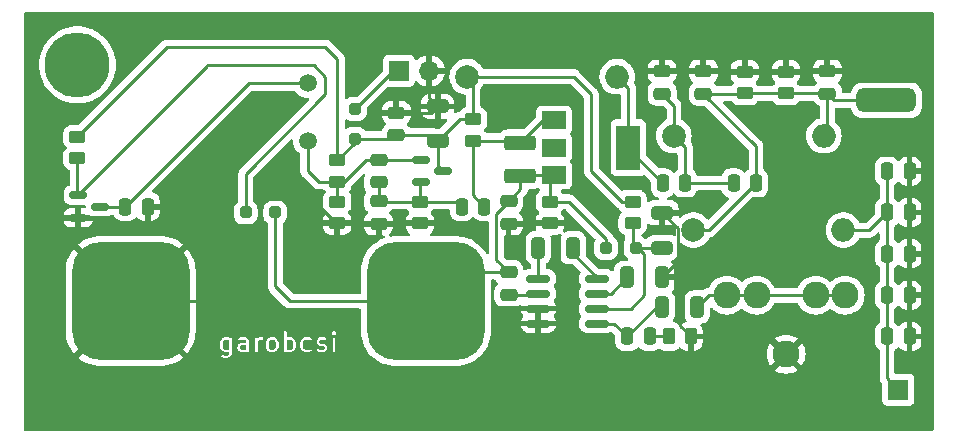
<source format=gbr>
%TF.GenerationSoftware,KiCad,Pcbnew,7.0.10*%
%TF.CreationDate,2024-03-06T22:20:24+01:00*%
%TF.ProjectId,tcvr,74637672-2e6b-4696-9361-645f70636258,rev?*%
%TF.SameCoordinates,Original*%
%TF.FileFunction,Copper,L1,Top*%
%TF.FilePolarity,Positive*%
%FSLAX46Y46*%
G04 Gerber Fmt 4.6, Leading zero omitted, Abs format (unit mm)*
G04 Created by KiCad (PCBNEW 7.0.10) date 2024-03-06 22:20:24*
%MOMM*%
%LPD*%
G01*
G04 APERTURE LIST*
G04 Aperture macros list*
%AMRoundRect*
0 Rectangle with rounded corners*
0 $1 Rounding radius*
0 $2 $3 $4 $5 $6 $7 $8 $9 X,Y pos of 4 corners*
0 Add a 4 corners polygon primitive as box body*
4,1,4,$2,$3,$4,$5,$6,$7,$8,$9,$2,$3,0*
0 Add four circle primitives for the rounded corners*
1,1,$1+$1,$2,$3*
1,1,$1+$1,$4,$5*
1,1,$1+$1,$6,$7*
1,1,$1+$1,$8,$9*
0 Add four rect primitives between the rounded corners*
20,1,$1+$1,$2,$3,$4,$5,0*
20,1,$1+$1,$4,$5,$6,$7,0*
20,1,$1+$1,$6,$7,$8,$9,0*
20,1,$1+$1,$8,$9,$2,$3,0*%
G04 Aperture macros list end*
%ADD10C,0.200000*%
%TA.AperFunction,SMDPad,CuDef*%
%ADD11RoundRect,0.250000X-0.475000X0.250000X-0.475000X-0.250000X0.475000X-0.250000X0.475000X0.250000X0*%
%TD*%
%TA.AperFunction,SMDPad,CuDef*%
%ADD12RoundRect,0.250000X0.250000X0.250000X-0.250000X0.250000X-0.250000X-0.250000X0.250000X-0.250000X0*%
%TD*%
%TA.AperFunction,SMDPad,CuDef*%
%ADD13RoundRect,0.250000X0.475000X-0.250000X0.475000X0.250000X-0.475000X0.250000X-0.475000X-0.250000X0*%
%TD*%
%TA.AperFunction,SMDPad,CuDef*%
%ADD14RoundRect,0.250000X-0.450000X0.262500X-0.450000X-0.262500X0.450000X-0.262500X0.450000X0.262500X0*%
%TD*%
%TA.AperFunction,SMDPad,CuDef*%
%ADD15RoundRect,0.250000X-0.325000X-0.650000X0.325000X-0.650000X0.325000X0.650000X-0.325000X0.650000X0*%
%TD*%
%TA.AperFunction,SMDPad,CuDef*%
%ADD16RoundRect,0.250000X-0.262500X-0.450000X0.262500X-0.450000X0.262500X0.450000X-0.262500X0.450000X0*%
%TD*%
%TA.AperFunction,SMDPad,CuDef*%
%ADD17RoundRect,0.250000X0.650000X-0.325000X0.650000X0.325000X-0.650000X0.325000X-0.650000X-0.325000X0*%
%TD*%
%TA.AperFunction,SMDPad,CuDef*%
%ADD18RoundRect,2.500000X2.500000X-2.500000X2.500000X2.500000X-2.500000X2.500000X-2.500000X-2.500000X0*%
%TD*%
%TA.AperFunction,SMDPad,CuDef*%
%ADD19RoundRect,0.250000X-0.250000X-0.475000X0.250000X-0.475000X0.250000X0.475000X-0.250000X0.475000X0*%
%TD*%
%TA.AperFunction,SMDPad,CuDef*%
%ADD20R,2.000000X1.500000*%
%TD*%
%TA.AperFunction,SMDPad,CuDef*%
%ADD21R,2.000000X3.800000*%
%TD*%
%TA.AperFunction,ComponentPad*%
%ADD22C,1.500000*%
%TD*%
%TA.AperFunction,SMDPad,CuDef*%
%ADD23RoundRect,0.250000X0.450000X-0.262500X0.450000X0.262500X-0.450000X0.262500X-0.450000X-0.262500X0*%
%TD*%
%TA.AperFunction,SMDPad,CuDef*%
%ADD24RoundRect,0.150000X-0.587500X-0.150000X0.587500X-0.150000X0.587500X0.150000X-0.587500X0.150000X0*%
%TD*%
%TA.AperFunction,ComponentPad*%
%ADD25R,1.700000X1.700000*%
%TD*%
%TA.AperFunction,ComponentPad*%
%ADD26O,1.700000X1.700000*%
%TD*%
%TA.AperFunction,ComponentPad*%
%ADD27C,2.000000*%
%TD*%
%TA.AperFunction,ComponentPad*%
%ADD28O,2.000000X2.000000*%
%TD*%
%TA.AperFunction,SMDPad,CuDef*%
%ADD29RoundRect,0.250000X-0.250000X-0.250000X0.250000X-0.250000X0.250000X0.250000X-0.250000X0.250000X0*%
%TD*%
%TA.AperFunction,SMDPad,CuDef*%
%ADD30RoundRect,0.500000X-2.000000X-0.500000X2.000000X-0.500000X2.000000X0.500000X-2.000000X0.500000X0*%
%TD*%
%TA.AperFunction,ComponentPad*%
%ADD31C,2.286000*%
%TD*%
%TA.AperFunction,ComponentPad*%
%ADD32C,5.500000*%
%TD*%
%TA.AperFunction,SMDPad,CuDef*%
%ADD33RoundRect,0.150000X-0.825000X-0.150000X0.825000X-0.150000X0.825000X0.150000X-0.825000X0.150000X0*%
%TD*%
%TA.AperFunction,SMDPad,CuDef*%
%ADD34RoundRect,0.250000X-1.075000X0.375000X-1.075000X-0.375000X1.075000X-0.375000X1.075000X0.375000X0*%
%TD*%
%TA.AperFunction,SMDPad,CuDef*%
%ADD35RoundRect,0.250000X0.250000X-0.250000X0.250000X0.250000X-0.250000X0.250000X-0.250000X-0.250000X0*%
%TD*%
%TA.AperFunction,SMDPad,CuDef*%
%ADD36RoundRect,0.250000X0.325000X0.650000X-0.325000X0.650000X-0.325000X-0.650000X0.325000X-0.650000X0*%
%TD*%
%TA.AperFunction,Conductor*%
%ADD37C,0.250000*%
%TD*%
G04 APERTURE END LIST*
D10*
G36*
X90861904Y-113801117D02*
G01*
X90861904Y-114591796D01*
X90785916Y-114629790D01*
X90528368Y-114629790D01*
X90411615Y-114571414D01*
X90358375Y-114518173D01*
X90299999Y-114401420D01*
X90299999Y-113991492D01*
X90358374Y-113874741D01*
X90411616Y-113821499D01*
X90528368Y-113763123D01*
X90785915Y-113763123D01*
X90861904Y-113801117D01*
G37*
G36*
X92309523Y-114591796D02*
G01*
X92233535Y-114629790D01*
X91899797Y-114629790D01*
X91798344Y-114579063D01*
X91747618Y-114477611D01*
X91747618Y-114372445D01*
X91798343Y-114270993D01*
X91899797Y-114220266D01*
X92257142Y-114220266D01*
X92279065Y-114213142D01*
X92301863Y-114209709D01*
X92309523Y-114205879D01*
X92309523Y-114591796D01*
G37*
G36*
X94712190Y-113821498D02*
G01*
X94765432Y-113874740D01*
X94823809Y-113991492D01*
X94823809Y-114401420D01*
X94765431Y-114518175D01*
X94712192Y-114571414D01*
X94595440Y-114629790D01*
X94414082Y-114629790D01*
X94297329Y-114571414D01*
X94244089Y-114518173D01*
X94185713Y-114401420D01*
X94185713Y-113991492D01*
X94244088Y-113874741D01*
X94297330Y-113821499D01*
X94414082Y-113763123D01*
X94595439Y-113763123D01*
X94712190Y-113821498D01*
G37*
G36*
X96159809Y-113821498D02*
G01*
X96213051Y-113874740D01*
X96271428Y-113991492D01*
X96271428Y-114401420D01*
X96213050Y-114518175D01*
X96159811Y-114571414D01*
X96043059Y-114629790D01*
X95785511Y-114629790D01*
X95709523Y-114591796D01*
X95709523Y-113801117D01*
X95785511Y-113763123D01*
X96043058Y-113763123D01*
X96159809Y-113821498D01*
G37*
G36*
X100127340Y-115591694D02*
G01*
X89871428Y-115591694D01*
X89871428Y-114425028D01*
X90099999Y-114425028D01*
X90107122Y-114446951D01*
X90110556Y-114469750D01*
X90186747Y-114622130D01*
X90198121Y-114633678D01*
X90205479Y-114648119D01*
X90281669Y-114724310D01*
X90296110Y-114731669D01*
X90307659Y-114743043D01*
X90460040Y-114819233D01*
X90482837Y-114822666D01*
X90504761Y-114829790D01*
X90809523Y-114829790D01*
X90831446Y-114822666D01*
X90854244Y-114819233D01*
X90861904Y-114815403D01*
X90861904Y-114934754D01*
X90803528Y-115051506D01*
X90750286Y-115104747D01*
X90633535Y-115163123D01*
X90452178Y-115163123D01*
X90320911Y-115097490D01*
X90259797Y-115088285D01*
X90204944Y-115116761D01*
X90177305Y-115172040D01*
X90187436Y-115233007D01*
X90231469Y-115276376D01*
X90383850Y-115352566D01*
X90406647Y-115355999D01*
X90428571Y-115363123D01*
X90657142Y-115363123D01*
X90679065Y-115355999D01*
X90701863Y-115352566D01*
X90854244Y-115276376D01*
X90865791Y-115265002D01*
X90880234Y-115257644D01*
X90956424Y-115181453D01*
X90963782Y-115167011D01*
X90975157Y-115155463D01*
X91051347Y-115003082D01*
X91054780Y-114980284D01*
X91061904Y-114958361D01*
X91061904Y-114501219D01*
X91547618Y-114501219D01*
X91554741Y-114523142D01*
X91558175Y-114545941D01*
X91634366Y-114698321D01*
X91634924Y-114698887D01*
X91635055Y-114699674D01*
X91656557Y-114720851D01*
X91677735Y-114742354D01*
X91678521Y-114742484D01*
X91679088Y-114743043D01*
X91831469Y-114819233D01*
X91854266Y-114822666D01*
X91876190Y-114829790D01*
X92257142Y-114829790D01*
X92279065Y-114822666D01*
X92301863Y-114819233D01*
X92342713Y-114798807D01*
X92378621Y-114824896D01*
X92440425Y-114824896D01*
X92490425Y-114788569D01*
X92509523Y-114729790D01*
X93071428Y-114729790D01*
X93090526Y-114788569D01*
X93140526Y-114824896D01*
X93202330Y-114824896D01*
X93252330Y-114788569D01*
X93271428Y-114729790D01*
X93271428Y-114425028D01*
X93985713Y-114425028D01*
X93992836Y-114446951D01*
X93996270Y-114469750D01*
X94072461Y-114622130D01*
X94083835Y-114633678D01*
X94091193Y-114648119D01*
X94167383Y-114724310D01*
X94181824Y-114731669D01*
X94193373Y-114743043D01*
X94345754Y-114819233D01*
X94368551Y-114822666D01*
X94390475Y-114829790D01*
X94619047Y-114829790D01*
X94640970Y-114822666D01*
X94663768Y-114819233D01*
X94816149Y-114743043D01*
X94827697Y-114731668D01*
X94831383Y-114729790D01*
X95509523Y-114729790D01*
X95528621Y-114788569D01*
X95578621Y-114824896D01*
X95640425Y-114824896D01*
X95676332Y-114798807D01*
X95717183Y-114819233D01*
X95739980Y-114822666D01*
X95761904Y-114829790D01*
X96066666Y-114829790D01*
X96088589Y-114822666D01*
X96111387Y-114819233D01*
X96263768Y-114743043D01*
X96275316Y-114731668D01*
X96289758Y-114724310D01*
X96365948Y-114648119D01*
X96373305Y-114633679D01*
X96384680Y-114622131D01*
X96460870Y-114469750D01*
X96464303Y-114446954D01*
X96471428Y-114425028D01*
X96880951Y-114425028D01*
X96888074Y-114446951D01*
X96891508Y-114469750D01*
X96967699Y-114622130D01*
X96979073Y-114633678D01*
X96986431Y-114648119D01*
X97062621Y-114724310D01*
X97077062Y-114731669D01*
X97088611Y-114743043D01*
X97240992Y-114819233D01*
X97263789Y-114822666D01*
X97285713Y-114829790D01*
X97590475Y-114829790D01*
X97612398Y-114822666D01*
X97635196Y-114819233D01*
X97787577Y-114743043D01*
X97831610Y-114699674D01*
X97841741Y-114638707D01*
X97814102Y-114583428D01*
X97759249Y-114554952D01*
X97698135Y-114564157D01*
X97566868Y-114629790D01*
X97309320Y-114629790D01*
X97192567Y-114571414D01*
X97139327Y-114518173D01*
X97080951Y-114401420D01*
X97080951Y-113991492D01*
X97092754Y-113967885D01*
X98252380Y-113967885D01*
X98259503Y-113989808D01*
X98262937Y-114012607D01*
X98339128Y-114164987D01*
X98339686Y-114165553D01*
X98339817Y-114166340D01*
X98361334Y-114187533D01*
X98382497Y-114209020D01*
X98383281Y-114209150D01*
X98383849Y-114209709D01*
X98536230Y-114285899D01*
X98559025Y-114289332D01*
X98580952Y-114296457D01*
X98785916Y-114296457D01*
X98887367Y-114347182D01*
X98938095Y-114448635D01*
X98938095Y-114477611D01*
X98887367Y-114579064D01*
X98785916Y-114629790D01*
X98528368Y-114629790D01*
X98397101Y-114564157D01*
X98335987Y-114554952D01*
X98281134Y-114583428D01*
X98253495Y-114638707D01*
X98263626Y-114699674D01*
X98307659Y-114743043D01*
X98460040Y-114819233D01*
X98482837Y-114822666D01*
X98504761Y-114829790D01*
X98809523Y-114829790D01*
X98831446Y-114822666D01*
X98854244Y-114819233D01*
X99006625Y-114743043D01*
X99007191Y-114742484D01*
X99007978Y-114742354D01*
X99020352Y-114729790D01*
X99623809Y-114729790D01*
X99642907Y-114788569D01*
X99692907Y-114824896D01*
X99754711Y-114824896D01*
X99804711Y-114788569D01*
X99823809Y-114729790D01*
X99823809Y-113663123D01*
X99804711Y-113604344D01*
X99754711Y-113568017D01*
X99692907Y-113568017D01*
X99642907Y-113604344D01*
X99623809Y-113663123D01*
X99623809Y-114729790D01*
X99020352Y-114729790D01*
X99029171Y-114720836D01*
X99050658Y-114699674D01*
X99050788Y-114698889D01*
X99051347Y-114698322D01*
X99127537Y-114545941D01*
X99130970Y-114523145D01*
X99138095Y-114501219D01*
X99138095Y-114425028D01*
X99130970Y-114403101D01*
X99127537Y-114380306D01*
X99051347Y-114227925D01*
X99050788Y-114227357D01*
X99050658Y-114226573D01*
X99029171Y-114205410D01*
X99007978Y-114183893D01*
X99007191Y-114183762D01*
X99006625Y-114183204D01*
X98854244Y-114107014D01*
X98831446Y-114103580D01*
X98809523Y-114096457D01*
X98604559Y-114096457D01*
X98503105Y-114045729D01*
X98452380Y-113944277D01*
X98452380Y-113915302D01*
X98503105Y-113813850D01*
X98604559Y-113763123D01*
X98785915Y-113763123D01*
X98917182Y-113828756D01*
X98978296Y-113837962D01*
X99033149Y-113809486D01*
X99060789Y-113754207D01*
X99050658Y-113693240D01*
X99006625Y-113649871D01*
X98854245Y-113573680D01*
X98831446Y-113570246D01*
X98809523Y-113563123D01*
X98580952Y-113563123D01*
X98559025Y-113570247D01*
X98536230Y-113573681D01*
X98383849Y-113649871D01*
X98383281Y-113650429D01*
X98382497Y-113650560D01*
X98361334Y-113672046D01*
X98339817Y-113693240D01*
X98339687Y-113694025D01*
X98339128Y-113694593D01*
X98262937Y-113846973D01*
X98259503Y-113869771D01*
X98252380Y-113891695D01*
X98252380Y-113967885D01*
X97092754Y-113967885D01*
X97139326Y-113874741D01*
X97192568Y-113821499D01*
X97309320Y-113763123D01*
X97566867Y-113763123D01*
X97698134Y-113828756D01*
X97759248Y-113837962D01*
X97814101Y-113809486D01*
X97841741Y-113754207D01*
X97831610Y-113693240D01*
X97787577Y-113649871D01*
X97635197Y-113573680D01*
X97612398Y-113570246D01*
X97590475Y-113563123D01*
X97285713Y-113563123D01*
X97263786Y-113570247D01*
X97240991Y-113573681D01*
X97088610Y-113649871D01*
X97077062Y-113661245D01*
X97062621Y-113668603D01*
X96986431Y-113744793D01*
X96979072Y-113759235D01*
X96967699Y-113770783D01*
X96891508Y-113923163D01*
X96888074Y-113945961D01*
X96880951Y-113967885D01*
X96880951Y-114425028D01*
X96471428Y-114425028D01*
X96471428Y-113967885D01*
X96464303Y-113945958D01*
X96460870Y-113923163D01*
X96384680Y-113770782D01*
X96373305Y-113759234D01*
X96365948Y-113744793D01*
X96289758Y-113668603D01*
X96275315Y-113661244D01*
X96263768Y-113649871D01*
X96111388Y-113573680D01*
X96088589Y-113570246D01*
X96066666Y-113563123D01*
X95761904Y-113563123D01*
X95739977Y-113570247D01*
X95717182Y-113573681D01*
X95709523Y-113577510D01*
X95709523Y-113221623D01*
X99548849Y-113221623D01*
X99556039Y-113235735D01*
X99558517Y-113251378D01*
X99569715Y-113262577D01*
X99576907Y-113276691D01*
X99653098Y-113352881D01*
X99667210Y-113360071D01*
X99678411Y-113371272D01*
X99686378Y-113372533D01*
X99692907Y-113377277D01*
X99700976Y-113377277D01*
X99708165Y-113380940D01*
X99723809Y-113378462D01*
X99739453Y-113380940D01*
X99746642Y-113377277D01*
X99754711Y-113377277D01*
X99761239Y-113372534D01*
X99769208Y-113371272D01*
X99780408Y-113360071D01*
X99794520Y-113352881D01*
X99870710Y-113276690D01*
X99877900Y-113262578D01*
X99889100Y-113251379D01*
X99891577Y-113235735D01*
X99898769Y-113221622D01*
X99896290Y-113205977D01*
X99898768Y-113190337D01*
X99891578Y-113176226D01*
X99889100Y-113160580D01*
X99877899Y-113149379D01*
X99870710Y-113135269D01*
X99794520Y-113059079D01*
X99780409Y-113051889D01*
X99769209Y-113040689D01*
X99761238Y-113039426D01*
X99754711Y-113034684D01*
X99746641Y-113034684D01*
X99739452Y-113031021D01*
X99723811Y-113033498D01*
X99708167Y-113031020D01*
X99700976Y-113034684D01*
X99692907Y-113034684D01*
X99686379Y-113039426D01*
X99678410Y-113040689D01*
X99667210Y-113051888D01*
X99653099Y-113059079D01*
X99576908Y-113135269D01*
X99569717Y-113149380D01*
X99558517Y-113160581D01*
X99556039Y-113176224D01*
X99548849Y-113190336D01*
X99551326Y-113205979D01*
X99548849Y-113221623D01*
X95709523Y-113221623D01*
X95709523Y-113129790D01*
X95690425Y-113071011D01*
X95640425Y-113034684D01*
X95578621Y-113034684D01*
X95528621Y-113071011D01*
X95509523Y-113129790D01*
X95509523Y-114729790D01*
X94831383Y-114729790D01*
X94842139Y-114724310D01*
X94918329Y-114648119D01*
X94925686Y-114633679D01*
X94937061Y-114622131D01*
X95013251Y-114469750D01*
X95016684Y-114446954D01*
X95023809Y-114425028D01*
X95023809Y-113967885D01*
X95016684Y-113945958D01*
X95013251Y-113923163D01*
X94937061Y-113770782D01*
X94925686Y-113759234D01*
X94918329Y-113744793D01*
X94842139Y-113668603D01*
X94827696Y-113661244D01*
X94816149Y-113649871D01*
X94663769Y-113573680D01*
X94640970Y-113570246D01*
X94619047Y-113563123D01*
X94390475Y-113563123D01*
X94368548Y-113570247D01*
X94345753Y-113573681D01*
X94193372Y-113649871D01*
X94181824Y-113661245D01*
X94167383Y-113668603D01*
X94091193Y-113744793D01*
X94083834Y-113759235D01*
X94072461Y-113770783D01*
X93996270Y-113923163D01*
X93992836Y-113945961D01*
X93985713Y-113967885D01*
X93985713Y-114425028D01*
X93271428Y-114425028D01*
X93271428Y-113991491D01*
X93329803Y-113874739D01*
X93383042Y-113821500D01*
X93499797Y-113763123D01*
X93628571Y-113763123D01*
X93687350Y-113744025D01*
X93723677Y-113694025D01*
X93723677Y-113632221D01*
X93687350Y-113582221D01*
X93628571Y-113563123D01*
X93476190Y-113563123D01*
X93454263Y-113570247D01*
X93431468Y-113573681D01*
X93279087Y-113649871D01*
X93270022Y-113658798D01*
X93252330Y-113604344D01*
X93202330Y-113568017D01*
X93140526Y-113568017D01*
X93090526Y-113604344D01*
X93071428Y-113663123D01*
X93071428Y-114729790D01*
X92509523Y-114729790D01*
X92509523Y-113891695D01*
X92502399Y-113869771D01*
X92498966Y-113846974D01*
X92422776Y-113694593D01*
X92422217Y-113694025D01*
X92422087Y-113693240D01*
X92400584Y-113672062D01*
X92379407Y-113650560D01*
X92378620Y-113650429D01*
X92378054Y-113649871D01*
X92225674Y-113573680D01*
X92202875Y-113570246D01*
X92180952Y-113563123D01*
X91876190Y-113563123D01*
X91854263Y-113570247D01*
X91831468Y-113573681D01*
X91679087Y-113649871D01*
X91635055Y-113693240D01*
X91624924Y-113754207D01*
X91652564Y-113809486D01*
X91707416Y-113837962D01*
X91768531Y-113828757D01*
X91899797Y-113763123D01*
X92157344Y-113763123D01*
X92258796Y-113813849D01*
X92309523Y-113915301D01*
X92309523Y-113982272D01*
X92233535Y-114020266D01*
X91876190Y-114020266D01*
X91854263Y-114027390D01*
X91831468Y-114030824D01*
X91679087Y-114107014D01*
X91678519Y-114107572D01*
X91677735Y-114107703D01*
X91656572Y-114129189D01*
X91635055Y-114150383D01*
X91634925Y-114151168D01*
X91634366Y-114151736D01*
X91558175Y-114304116D01*
X91554741Y-114326914D01*
X91547618Y-114348838D01*
X91547618Y-114501219D01*
X91061904Y-114501219D01*
X91061904Y-113663123D01*
X91042806Y-113604344D01*
X90992806Y-113568017D01*
X90931002Y-113568017D01*
X90895094Y-113594105D01*
X90854245Y-113573680D01*
X90831446Y-113570246D01*
X90809523Y-113563123D01*
X90504761Y-113563123D01*
X90482834Y-113570247D01*
X90460039Y-113573681D01*
X90307658Y-113649871D01*
X90296110Y-113661245D01*
X90281669Y-113668603D01*
X90205479Y-113744793D01*
X90198120Y-113759235D01*
X90186747Y-113770783D01*
X90110556Y-113923163D01*
X90107122Y-113945961D01*
X90099999Y-113967885D01*
X90099999Y-114425028D01*
X89871428Y-114425028D01*
X89871428Y-112802449D01*
X100127340Y-112802449D01*
X100127340Y-115591694D01*
G37*
D11*
%TO.P,C3,1*%
%TO.N,Net-(Q1-B)*%
X103500000Y-98550000D03*
%TO.P,C3,2*%
%TO.N,Net-(Q1-E)*%
X103500000Y-100450000D03*
%TD*%
D12*
%TO.P,D3,1,K*%
%TO.N,Net-(D2-K)*%
X94750000Y-103000000D03*
%TO.P,D3,2,A*%
%TO.N,Net-(D3-A)*%
X92250000Y-103000000D03*
%TD*%
D13*
%TO.P,C18,1*%
%TO.N,Net-(J2-Pin_1)*%
X141500000Y-92950000D03*
%TO.P,C18,2*%
%TO.N,GND*%
X141500000Y-91050000D03*
%TD*%
D14*
%TO.P,R10,1*%
%TO.N,Net-(D1-K)*%
X78000000Y-96587500D03*
%TO.P,R10,2*%
%TO.N,Net-(D3-A)*%
X78000000Y-98412500D03*
%TD*%
D13*
%TO.P,C15,1*%
%TO.N,Net-(U1--)*%
X114500000Y-109950000D03*
%TO.P,C15,2*%
%TO.N,Net-(D2-K)*%
X114500000Y-108050000D03*
%TD*%
D11*
%TO.P,C4,1*%
%TO.N,Net-(Q1-E)*%
X103500000Y-102050000D03*
%TO.P,C4,2*%
%TO.N,GND*%
X103500000Y-103950000D03*
%TD*%
D15*
%TO.P,C14,1*%
%TO.N,Net-(U1-BYPASS)*%
X124525000Y-108500000D03*
%TO.P,C14,2*%
%TO.N,GND*%
X127475000Y-108500000D03*
%TD*%
D16*
%TO.P,R8,1*%
%TO.N,Net-(C13-Pad2)*%
X128087500Y-113500000D03*
%TO.P,R8,2*%
%TO.N,GND*%
X129912500Y-113500000D03*
%TD*%
D17*
%TO.P,C1,1*%
%TO.N,Net-(D1-K)*%
X108500000Y-96975000D03*
%TO.P,C1,2*%
%TO.N,GND*%
X108500000Y-94025000D03*
%TD*%
D18*
%TO.P,SW1,1,A*%
%TO.N,GND*%
X82500000Y-110500000D03*
%TO.P,SW1,2,B*%
%TO.N,Net-(D2-K)*%
X107500000Y-110500000D03*
%TD*%
D19*
%TO.P,C19,1*%
%TO.N,Net-(AE1-A)*%
X146550000Y-103000000D03*
%TO.P,C19,2*%
%TO.N,GND*%
X148450000Y-103000000D03*
%TD*%
D20*
%TO.P,Q3,1,B*%
%TO.N,Net-(Q3-B)*%
X118350000Y-95200000D03*
%TO.P,Q3,2,C*%
%TO.N,Net-(Q3-C)*%
X118350000Y-97500000D03*
D21*
X124650000Y-97500000D03*
D20*
%TO.P,Q3,3,E*%
%TO.N,Net-(D2-K)*%
X118350000Y-99800000D03*
%TD*%
D19*
%TO.P,C13,1*%
%TO.N,Net-(C13-Pad1)*%
X124550000Y-113500000D03*
%TO.P,C13,2*%
%TO.N,Net-(C13-Pad2)*%
X126450000Y-113500000D03*
%TD*%
D13*
%TO.P,C10,1*%
%TO.N,Net-(J2-Pin_1)*%
X131000000Y-92950000D03*
%TO.P,C10,2*%
%TO.N,GND*%
X131000000Y-91050000D03*
%TD*%
D22*
%TO.P,Y1,1,1*%
%TO.N,Net-(Q2-D)*%
X97500000Y-92050000D03*
%TO.P,Y1,2,2*%
%TO.N,Net-(Q1-B)*%
X97500000Y-96950000D03*
%TD*%
D14*
%TO.P,R9,1*%
%TO.N,Net-(D1-K)*%
X125000000Y-102087500D03*
%TO.P,R9,2*%
%TO.N,Net-(D2-A)*%
X125000000Y-103912500D03*
%TD*%
D19*
%TO.P,C20,1*%
%TO.N,Net-(AE1-A)*%
X146550000Y-106500000D03*
%TO.P,C20,2*%
%TO.N,GND*%
X148450000Y-106500000D03*
%TD*%
D23*
%TO.P,R6,1*%
%TO.N,Net-(J2-Pin_1)*%
X134500000Y-92912500D03*
%TO.P,R6,2*%
%TO.N,GND*%
X134500000Y-91087500D03*
%TD*%
D24*
%TO.P,Q2,1,G*%
%TO.N,Net-(D3-A)*%
X78062500Y-101550000D03*
%TO.P,Q2,2,S*%
%TO.N,GND*%
X78062500Y-103450000D03*
%TO.P,Q2,3,D*%
%TO.N,Net-(Q2-D)*%
X79937500Y-102500000D03*
%TD*%
D25*
%TO.P,J1,1,Pin_1*%
%TO.N,Net-(D1-A)*%
X105225000Y-91000000D03*
D26*
%TO.P,J1,2,Pin_2*%
%TO.N,GND*%
X107765000Y-91000000D03*
%TD*%
D14*
%TO.P,R2,1*%
%TO.N,Net-(Q1-E)*%
X107000000Y-102087500D03*
%TO.P,R2,2*%
%TO.N,GND*%
X107000000Y-103912500D03*
%TD*%
D25*
%TO.P,AE1,1,A*%
%TO.N,Net-(AE1-A)*%
X147500000Y-118000000D03*
%TD*%
D14*
%TO.P,R3,1*%
%TO.N,Net-(Q1-B)*%
X100000000Y-102087500D03*
%TO.P,R3,2*%
%TO.N,GND*%
X100000000Y-103912500D03*
%TD*%
%TO.P,R5,1*%
%TO.N,Net-(D2-K)*%
X118000000Y-102087500D03*
%TO.P,R5,2*%
%TO.N,GND*%
X118000000Y-103912500D03*
%TD*%
D27*
%TO.P,L3,1,1*%
%TO.N,Net-(C11-Pad1)*%
X128500000Y-96500000D03*
D28*
%TO.P,L3,2,2*%
%TO.N,Net-(J2-Pin_1)*%
X141200000Y-96500000D03*
%TD*%
D27*
%TO.P,L4,1,1*%
%TO.N,Net-(J2-Pin_1)*%
X130150000Y-104500000D03*
D28*
%TO.P,L4,2,2*%
%TO.N,Net-(AE1-A)*%
X142850000Y-104500000D03*
%TD*%
D29*
%TO.P,D2,1,K*%
%TO.N,Net-(D2-K)*%
X122750000Y-106000000D03*
%TO.P,D2,2,A*%
%TO.N,Net-(D2-A)*%
X125250000Y-106000000D03*
%TD*%
D30*
%TO.P,J2,1,Pin_1*%
%TO.N,Net-(J2-Pin_1)*%
X146500000Y-93500000D03*
%TD*%
D19*
%TO.P,C23,1*%
%TO.N,Net-(AE1-A)*%
X146550000Y-99500000D03*
%TO.P,C23,2*%
%TO.N,GND*%
X148450000Y-99500000D03*
%TD*%
D31*
%TO.P,J3,1,Pin_1*%
%TO.N,Net-(J3-Pin_1)*%
X133000000Y-110000000D03*
%TO.P,J3,2,Pin_2*%
X135500000Y-110000000D03*
%TO.P,J3,3,Pin_3*%
X140500000Y-110000000D03*
%TO.P,J3,4,Pin_4*%
X143000000Y-110000000D03*
%TO.P,J3,5,Pin_5*%
%TO.N,GND*%
X138000000Y-115000000D03*
%TD*%
D23*
%TO.P,R7,1*%
%TO.N,Net-(J2-Pin_1)*%
X138000000Y-92912500D03*
%TO.P,R7,2*%
%TO.N,GND*%
X138000000Y-91087500D03*
%TD*%
D32*
%TO.P,J4,1,Pin_1*%
%TO.N,unconnected-(J4-Pin_1-Pad1)*%
X78000000Y-90500000D03*
%TD*%
D19*
%TO.P,C8,1*%
%TO.N,Net-(Q3-C)*%
X127550000Y-100500000D03*
%TO.P,C8,2*%
%TO.N,Net-(C11-Pad1)*%
X129450000Y-100500000D03*
%TD*%
%TO.P,C11,1*%
%TO.N,Net-(C11-Pad1)*%
X133550000Y-100500000D03*
%TO.P,C11,2*%
%TO.N,Net-(J2-Pin_1)*%
X135450000Y-100500000D03*
%TD*%
D13*
%TO.P,C2,1*%
%TO.N,Net-(D1-K)*%
X105000000Y-96450000D03*
%TO.P,C2,2*%
%TO.N,GND*%
X105000000Y-94550000D03*
%TD*%
D19*
%TO.P,C7,1*%
%TO.N,Net-(Q1-E)*%
X110550000Y-102500000D03*
%TO.P,C7,2*%
%TO.N,Net-(Q3-B)*%
X112450000Y-102500000D03*
%TD*%
D24*
%TO.P,Q1,1,B*%
%TO.N,Net-(Q1-B)*%
X107062500Y-98550000D03*
%TO.P,Q1,2,E*%
%TO.N,Net-(Q1-E)*%
X107062500Y-100450000D03*
%TO.P,Q1,3,C*%
%TO.N,Net-(D1-K)*%
X108937500Y-99500000D03*
%TD*%
D33*
%TO.P,U1,1,GAIN*%
%TO.N,Net-(C12-Pad2)*%
X117025000Y-108595000D03*
%TO.P,U1,2,-*%
%TO.N,Net-(U1--)*%
X117025000Y-109865000D03*
%TO.P,U1,3,+*%
%TO.N,GND*%
X117025000Y-111135000D03*
%TO.P,U1,4,GND*%
X117025000Y-112405000D03*
%TO.P,U1,5*%
%TO.N,Net-(C13-Pad1)*%
X121975000Y-112405000D03*
%TO.P,U1,6,V+*%
%TO.N,Net-(D2-A)*%
X121975000Y-111135000D03*
%TO.P,U1,7,BYPASS*%
%TO.N,Net-(U1-BYPASS)*%
X121975000Y-109865000D03*
%TO.P,U1,8,GAIN*%
%TO.N,Net-(C12-Pad1)*%
X121975000Y-108595000D03*
%TD*%
D13*
%TO.P,C9,1*%
%TO.N,Net-(C11-Pad1)*%
X127500000Y-92950000D03*
%TO.P,C9,2*%
%TO.N,GND*%
X127500000Y-91050000D03*
%TD*%
D19*
%TO.P,C21,1*%
%TO.N,Net-(AE1-A)*%
X146550000Y-110000000D03*
%TO.P,C21,2*%
%TO.N,GND*%
X148450000Y-110000000D03*
%TD*%
D11*
%TO.P,C6,1*%
%TO.N,Net-(D2-K)*%
X114500000Y-102050000D03*
%TO.P,C6,2*%
%TO.N,GND*%
X114500000Y-103950000D03*
%TD*%
D14*
%TO.P,R4,1*%
%TO.N,Net-(D1-K)*%
X111500000Y-95087500D03*
%TO.P,R4,2*%
%TO.N,Net-(Q3-B)*%
X111500000Y-96912500D03*
%TD*%
D34*
%TO.P,L2,1,1*%
%TO.N,Net-(Q3-B)*%
X115500000Y-97100000D03*
%TO.P,L2,2,2*%
%TO.N,Net-(D2-K)*%
X115500000Y-99900000D03*
%TD*%
D17*
%TO.P,C16,1*%
%TO.N,Net-(D2-A)*%
X127500000Y-105975000D03*
%TO.P,C16,2*%
%TO.N,GND*%
X127500000Y-103025000D03*
%TD*%
D15*
%TO.P,C17,1*%
%TO.N,Net-(C13-Pad1)*%
X127525000Y-111000000D03*
%TO.P,C17,2*%
%TO.N,Net-(J3-Pin_1)*%
X130475000Y-111000000D03*
%TD*%
D14*
%TO.P,R1,1*%
%TO.N,Net-(D1-K)*%
X100000000Y-98587500D03*
%TO.P,R1,2*%
%TO.N,Net-(Q1-B)*%
X100000000Y-100412500D03*
%TD*%
D35*
%TO.P,D1,1,K*%
%TO.N,Net-(D1-K)*%
X101500000Y-96750000D03*
%TO.P,D1,2,A*%
%TO.N,Net-(D1-A)*%
X101500000Y-94250000D03*
%TD*%
D36*
%TO.P,C12,1*%
%TO.N,Net-(C12-Pad1)*%
X119975000Y-106000000D03*
%TO.P,C12,2*%
%TO.N,Net-(C12-Pad2)*%
X117025000Y-106000000D03*
%TD*%
D19*
%TO.P,C5,1*%
%TO.N,Net-(Q2-D)*%
X82050000Y-102500000D03*
%TO.P,C5,2*%
%TO.N,GND*%
X83950000Y-102500000D03*
%TD*%
%TO.P,C22,1*%
%TO.N,Net-(AE1-A)*%
X146550000Y-113500000D03*
%TO.P,C22,2*%
%TO.N,GND*%
X148450000Y-113500000D03*
%TD*%
D27*
%TO.P,L1,1,1*%
%TO.N,Net-(D1-K)*%
X111000000Y-91500000D03*
D28*
%TO.P,L1,2,2*%
%TO.N,Net-(Q3-C)*%
X123700000Y-91500000D03*
%TD*%
D37*
%TO.N,GND*%
X100000000Y-103912500D02*
X99912500Y-103912500D01*
X114500000Y-103950000D02*
X117962500Y-103950000D01*
X93500000Y-102000000D02*
X93500000Y-105000000D01*
X82500000Y-107887500D02*
X82500000Y-110500000D01*
X106962500Y-103950000D02*
X107000000Y-103912500D01*
X131000000Y-91050000D02*
X134462500Y-91050000D01*
X99912500Y-103912500D02*
X97500000Y-101500000D01*
X141462500Y-91087500D02*
X141500000Y-91050000D01*
X97500000Y-101500000D02*
X94000000Y-101500000D01*
X148450000Y-113500000D02*
X148450000Y-110000000D01*
X134500000Y-91087500D02*
X138000000Y-91087500D01*
X88000000Y-110500000D02*
X82500000Y-110500000D01*
X117025000Y-111135000D02*
X117025000Y-112405000D01*
X83950000Y-109050000D02*
X82500000Y-110500000D01*
X129000000Y-112587500D02*
X129000000Y-109000000D01*
X129000000Y-109000000D02*
X128500000Y-108500000D01*
X127500000Y-91050000D02*
X131000000Y-91050000D01*
X128825000Y-107150000D02*
X128825000Y-104350000D01*
X100000000Y-103912500D02*
X103462500Y-103912500D01*
X127475000Y-108500000D02*
X128825000Y-107150000D01*
X138000000Y-91087500D02*
X141462500Y-91087500D01*
X105000000Y-94550000D02*
X107975000Y-94550000D01*
X129912500Y-113500000D02*
X129000000Y-112587500D01*
X107975000Y-94550000D02*
X108500000Y-94025000D01*
X128500000Y-108500000D02*
X127475000Y-108500000D01*
X148450000Y-110000000D02*
X148450000Y-106500000D01*
X117962500Y-103950000D02*
X118000000Y-103912500D01*
X93500000Y-105000000D02*
X88000000Y-110500000D01*
X148450000Y-106500000D02*
X148450000Y-103000000D01*
X148450000Y-99500000D02*
X148450000Y-103000000D01*
X107765000Y-93290000D02*
X107765000Y-91000000D01*
X134462500Y-91050000D02*
X134500000Y-91087500D01*
X94000000Y-101500000D02*
X93500000Y-102000000D01*
X128825000Y-104350000D02*
X127500000Y-103025000D01*
X103462500Y-103912500D02*
X103500000Y-103950000D01*
X103500000Y-103950000D02*
X106962500Y-103950000D01*
X108500000Y-94025000D02*
X107765000Y-93290000D01*
%TO.N,Net-(D2-K)*%
X113450000Y-103100000D02*
X114500000Y-102050000D01*
X114500000Y-108050000D02*
X113450000Y-107000000D01*
X113450000Y-107000000D02*
X113450000Y-103100000D01*
X118350000Y-99800000D02*
X115600000Y-99800000D01*
X122750000Y-106000000D02*
X122750000Y-105250000D01*
X109950000Y-108050000D02*
X107500000Y-110500000D01*
X94750000Y-103000000D02*
X94750000Y-109250000D01*
X94750000Y-109250000D02*
X96000000Y-110500000D01*
X118000000Y-100150000D02*
X118350000Y-99800000D01*
X118000000Y-102087500D02*
X118000000Y-100150000D01*
X96000000Y-110500000D02*
X107500000Y-110500000D01*
X119587500Y-102087500D02*
X118000000Y-102087500D01*
X114500000Y-102050000D02*
X115500000Y-101050000D01*
X115600000Y-99800000D02*
X115500000Y-99900000D01*
X114500000Y-108050000D02*
X109950000Y-108050000D01*
X115500000Y-101050000D02*
X115500000Y-99900000D01*
X122750000Y-105250000D02*
X119587500Y-102087500D01*
%TO.N,Net-(J3-Pin_1)*%
X140500000Y-110000000D02*
X143000000Y-110000000D01*
X140500000Y-110000000D02*
X135500000Y-110000000D01*
X130475000Y-111000000D02*
X131475000Y-110000000D01*
X131475000Y-110000000D02*
X133000000Y-110000000D01*
X133000000Y-110000000D02*
X135500000Y-110000000D01*
%TO.N,Net-(J2-Pin_1)*%
X135450000Y-97400000D02*
X131000000Y-92950000D01*
X138000000Y-92912500D02*
X141462500Y-92912500D01*
X134500000Y-92912500D02*
X138000000Y-92912500D01*
X135450000Y-100500000D02*
X131450000Y-104500000D01*
X135450000Y-100500000D02*
X135450000Y-97400000D01*
X146500000Y-93500000D02*
X142050000Y-93500000D01*
X131000000Y-92950000D02*
X134462500Y-92950000D01*
X141462500Y-92912500D02*
X141500000Y-92950000D01*
X141500000Y-92950000D02*
X141500000Y-96200000D01*
X134462500Y-92950000D02*
X134500000Y-92912500D01*
X141500000Y-96200000D02*
X141200000Y-96500000D01*
X131450000Y-104500000D02*
X130150000Y-104500000D01*
X142050000Y-93500000D02*
X141500000Y-92950000D01*
%TO.N,Net-(D1-K)*%
X120000000Y-91500000D02*
X111000000Y-91500000D01*
X100000000Y-90000000D02*
X99000000Y-89000000D01*
X111500000Y-95087500D02*
X111500000Y-92000000D01*
X110412500Y-95087500D02*
X111500000Y-95087500D01*
X108500000Y-99062500D02*
X108937500Y-99500000D01*
X108500000Y-96975000D02*
X109975000Y-95500000D01*
X101500000Y-96750000D02*
X101500000Y-97087500D01*
X99000000Y-89000000D02*
X85587500Y-89000000D01*
X105000000Y-96450000D02*
X107975000Y-96450000D01*
X104700000Y-96750000D02*
X105000000Y-96450000D01*
X101500000Y-96750000D02*
X104700000Y-96750000D01*
X125000000Y-102087500D02*
X124087500Y-102087500D01*
X107975000Y-96450000D02*
X108500000Y-96975000D01*
X121500000Y-99500000D02*
X121500000Y-93000000D01*
X101500000Y-97087500D02*
X100000000Y-98587500D01*
X124087500Y-102087500D02*
X121500000Y-99500000D01*
X108500000Y-96975000D02*
X108500000Y-99062500D01*
X109975000Y-95500000D02*
X110000000Y-95500000D01*
X100000000Y-98587500D02*
X100000000Y-90000000D01*
X110000000Y-95500000D02*
X110412500Y-95087500D01*
X111500000Y-92000000D02*
X111000000Y-91500000D01*
X85587500Y-89000000D02*
X78000000Y-96587500D01*
X121500000Y-93000000D02*
X120000000Y-91500000D01*
%TO.N,Net-(D2-A)*%
X126000000Y-106500000D02*
X126000000Y-110000000D01*
X124865000Y-111135000D02*
X121975000Y-111135000D01*
X125000000Y-105750000D02*
X125250000Y-106000000D01*
X125250000Y-106000000D02*
X125500000Y-106000000D01*
X127475000Y-106000000D02*
X127500000Y-105975000D01*
X125250000Y-106000000D02*
X127475000Y-106000000D01*
X125000000Y-103912500D02*
X125000000Y-105750000D01*
X126000000Y-110000000D02*
X124865000Y-111135000D01*
X125500000Y-106000000D02*
X126000000Y-106500000D01*
%TO.N,Net-(C13-Pad2)*%
X126450000Y-113500000D02*
X128087500Y-113500000D01*
%TO.N,Net-(Q3-B)*%
X111500000Y-96912500D02*
X115312500Y-96912500D01*
X115500000Y-97100000D02*
X117400000Y-95200000D01*
X115312500Y-96912500D02*
X115500000Y-97100000D01*
X117400000Y-95200000D02*
X118350000Y-95200000D01*
X111500000Y-101550000D02*
X112450000Y-102500000D01*
X111500000Y-96912500D02*
X111500000Y-101550000D01*
%TO.N,Net-(Q1-B)*%
X107062500Y-98550000D02*
X103500000Y-98550000D01*
X100587500Y-100412500D02*
X102450000Y-98550000D01*
X100000000Y-100412500D02*
X100587500Y-100412500D01*
X98412500Y-100412500D02*
X97500000Y-99500000D01*
X97500000Y-99500000D02*
X97500000Y-96950000D01*
X100000000Y-100412500D02*
X98412500Y-100412500D01*
X102450000Y-98550000D02*
X103500000Y-98550000D01*
X100000000Y-102087500D02*
X100000000Y-100412500D01*
%TO.N,Net-(Q1-E)*%
X110137500Y-102087500D02*
X110550000Y-102500000D01*
X107000000Y-102087500D02*
X107000000Y-100512500D01*
X103537500Y-102087500D02*
X103500000Y-102050000D01*
X107000000Y-102087500D02*
X110137500Y-102087500D01*
X107000000Y-102087500D02*
X103537500Y-102087500D01*
X107000000Y-100512500D02*
X107062500Y-100450000D01*
X103500000Y-100450000D02*
X103500000Y-102050000D01*
%TO.N,Net-(D3-A)*%
X99000000Y-93000000D02*
X92250000Y-99750000D01*
X99000000Y-91500000D02*
X99000000Y-93000000D01*
X92250000Y-99750000D02*
X92250000Y-103000000D01*
X78000000Y-98412500D02*
X78000000Y-101487500D01*
X78062500Y-101550000D02*
X89000000Y-90612500D01*
X89000000Y-90500000D02*
X98000000Y-90500000D01*
X98000000Y-90500000D02*
X99000000Y-91500000D01*
X89000000Y-90612500D02*
X89000000Y-90500000D01*
X78000000Y-101487500D02*
X78062500Y-101550000D01*
%TO.N,Net-(Q2-D)*%
X82050000Y-102500000D02*
X92500000Y-92050000D01*
X79937500Y-102500000D02*
X82050000Y-102500000D01*
X92500000Y-92050000D02*
X97500000Y-92050000D01*
%TO.N,Net-(Q3-C)*%
X124650000Y-92450000D02*
X123700000Y-91500000D01*
X124650000Y-97500000D02*
X124650000Y-97600000D01*
X124650000Y-97600000D02*
X127550000Y-100500000D01*
X124650000Y-97500000D02*
X124650000Y-92450000D01*
%TO.N,Net-(C12-Pad2)*%
X117025000Y-106500000D02*
X117025000Y-108595000D01*
%TO.N,Net-(U1--)*%
X116940000Y-109950000D02*
X117025000Y-109865000D01*
X114500000Y-109950000D02*
X116940000Y-109950000D01*
%TO.N,Net-(C13-Pad1)*%
X124550000Y-113500000D02*
X123455000Y-112405000D01*
X127525000Y-111000000D02*
X127050000Y-111000000D01*
X127050000Y-111000000D02*
X124550000Y-113500000D01*
X123455000Y-112405000D02*
X121975000Y-112405000D01*
%TO.N,Net-(U1-BYPASS)*%
X123160000Y-109865000D02*
X121975000Y-109865000D01*
X124525000Y-108500000D02*
X123160000Y-109865000D01*
%TO.N,Net-(C12-Pad1)*%
X119975000Y-106500000D02*
X121975000Y-108500000D01*
X121975000Y-108500000D02*
X121975000Y-108595000D01*
%TO.N,Net-(C11-Pad1)*%
X128500000Y-96500000D02*
X128500000Y-93950000D01*
X129450000Y-100500000D02*
X133550000Y-100500000D01*
X128500000Y-93950000D02*
X127500000Y-92950000D01*
X129450000Y-97450000D02*
X128500000Y-96500000D01*
X129450000Y-100500000D02*
X129450000Y-97450000D01*
%TO.N,Net-(AE1-A)*%
X145050000Y-104500000D02*
X146550000Y-103000000D01*
X146550000Y-113500000D02*
X146550000Y-117050000D01*
X146550000Y-113500000D02*
X146550000Y-110000000D01*
X142850000Y-104500000D02*
X145050000Y-104500000D01*
X146550000Y-103000000D02*
X146550000Y-106500000D01*
X146550000Y-117050000D02*
X147500000Y-118000000D01*
X146550000Y-99500000D02*
X146550000Y-103000000D01*
X146550000Y-110000000D02*
X146550000Y-106500000D01*
%TO.N,Net-(D1-A)*%
X101500000Y-94250000D02*
X104750000Y-91000000D01*
X104750000Y-91000000D02*
X105225000Y-91000000D01*
%TD*%
%TA.AperFunction,Conductor*%
%TO.N,GND*%
G36*
X119756587Y-92145185D02*
G01*
X119777229Y-92161819D01*
X120838181Y-93222771D01*
X120871666Y-93284094D01*
X120874500Y-93310452D01*
X120874500Y-99417255D01*
X120872775Y-99432872D01*
X120873061Y-99432899D01*
X120872326Y-99440665D01*
X120874439Y-99507872D01*
X120874500Y-99511767D01*
X120874500Y-99539357D01*
X120875003Y-99543335D01*
X120875918Y-99554967D01*
X120877290Y-99598624D01*
X120877291Y-99598627D01*
X120882880Y-99617867D01*
X120886824Y-99636911D01*
X120889336Y-99656792D01*
X120905414Y-99697403D01*
X120909197Y-99708452D01*
X120921268Y-99750000D01*
X120921382Y-99750390D01*
X120925614Y-99757547D01*
X120931580Y-99767634D01*
X120940136Y-99785100D01*
X120943566Y-99793760D01*
X120947514Y-99803732D01*
X120973181Y-99839060D01*
X120979593Y-99848821D01*
X121001828Y-99886417D01*
X121001833Y-99886424D01*
X121015990Y-99900580D01*
X121028628Y-99915376D01*
X121040405Y-99931586D01*
X121040406Y-99931587D01*
X121074057Y-99959425D01*
X121082698Y-99967288D01*
X123586694Y-102471284D01*
X123596519Y-102483548D01*
X123596740Y-102483366D01*
X123601710Y-102489374D01*
X123650739Y-102535415D01*
X123653536Y-102538126D01*
X123673030Y-102557620D01*
X123676195Y-102560075D01*
X123685071Y-102567656D01*
X123716918Y-102597562D01*
X123716922Y-102597564D01*
X123734473Y-102607213D01*
X123750731Y-102617892D01*
X123766564Y-102630174D01*
X123786485Y-102638794D01*
X123806655Y-102647522D01*
X123817148Y-102652663D01*
X123845631Y-102668322D01*
X123891431Y-102711885D01*
X123936830Y-102785489D01*
X123957289Y-102818657D01*
X124050951Y-102912319D01*
X124084436Y-102973642D01*
X124079452Y-103043334D01*
X124050951Y-103087681D01*
X123957289Y-103181342D01*
X123865187Y-103330663D01*
X123865185Y-103330668D01*
X123844775Y-103392261D01*
X123810001Y-103497203D01*
X123810001Y-103497204D01*
X123810000Y-103497204D01*
X123799500Y-103599983D01*
X123799500Y-103599996D01*
X123799501Y-104224998D01*
X123799501Y-104225019D01*
X123810000Y-104327796D01*
X123810001Y-104327799D01*
X123865185Y-104494331D01*
X123865187Y-104494336D01*
X123881246Y-104520371D01*
X123957288Y-104643656D01*
X124081344Y-104767712D01*
X124229927Y-104859358D01*
X124230668Y-104859815D01*
X124242010Y-104863573D01*
X124289502Y-104879310D01*
X124346947Y-104919081D01*
X124373772Y-104983596D01*
X124374500Y-104997016D01*
X124374500Y-105299336D01*
X124356039Y-105364432D01*
X124315189Y-105430659D01*
X124315185Y-105430668D01*
X124311324Y-105442320D01*
X124260001Y-105597203D01*
X124260001Y-105597204D01*
X124260000Y-105597204D01*
X124249500Y-105699983D01*
X124249500Y-106300001D01*
X124249501Y-106300019D01*
X124260000Y-106402796D01*
X124260001Y-106402799D01*
X124276569Y-106452797D01*
X124315186Y-106569334D01*
X124405591Y-106715905D01*
X124407289Y-106718657D01*
X124531344Y-106842712D01*
X124575522Y-106869961D01*
X124622247Y-106921909D01*
X124633470Y-106990871D01*
X124605627Y-107054953D01*
X124547558Y-107093810D01*
X124510426Y-107099500D01*
X124149998Y-107099500D01*
X124149980Y-107099501D01*
X124047203Y-107110000D01*
X124047200Y-107110001D01*
X123880668Y-107165185D01*
X123880663Y-107165187D01*
X123731342Y-107257289D01*
X123607289Y-107381342D01*
X123515187Y-107530663D01*
X123515185Y-107530668D01*
X123515115Y-107530880D01*
X123460001Y-107697203D01*
X123460001Y-107697204D01*
X123460000Y-107697204D01*
X123449500Y-107799983D01*
X123449500Y-107875191D01*
X123429815Y-107942230D01*
X123377011Y-107987985D01*
X123307853Y-107997929D01*
X123244297Y-107968904D01*
X123237819Y-107962872D01*
X123201870Y-107926923D01*
X123201862Y-107926917D01*
X123078964Y-107854236D01*
X123060398Y-107843256D01*
X123060397Y-107843255D01*
X123060396Y-107843255D01*
X123060393Y-107843254D01*
X122902573Y-107797402D01*
X122902567Y-107797401D01*
X122865701Y-107794500D01*
X122865694Y-107794500D01*
X122205453Y-107794500D01*
X122138414Y-107774815D01*
X122117772Y-107758181D01*
X121086818Y-106727227D01*
X121053333Y-106665904D01*
X121050499Y-106639546D01*
X121050499Y-105299998D01*
X121050498Y-105299981D01*
X121039999Y-105197203D01*
X121039998Y-105197200D01*
X121016959Y-105127673D01*
X120984814Y-105030666D01*
X120892712Y-104881344D01*
X120768656Y-104757288D01*
X120619334Y-104665186D01*
X120452797Y-104610001D01*
X120452795Y-104610000D01*
X120350010Y-104599500D01*
X119599998Y-104599500D01*
X119599980Y-104599501D01*
X119497203Y-104610000D01*
X119497200Y-104610001D01*
X119330668Y-104665185D01*
X119330659Y-104665189D01*
X119288801Y-104691008D01*
X119221409Y-104709448D01*
X119154745Y-104688525D01*
X119109976Y-104634883D01*
X119101315Y-104565552D01*
X119118167Y-104520371D01*
X119134355Y-104494126D01*
X119134358Y-104494119D01*
X119189505Y-104327697D01*
X119189506Y-104327690D01*
X119199999Y-104224986D01*
X119200000Y-104224973D01*
X119200000Y-104162500D01*
X116800001Y-104162500D01*
X116800001Y-104224986D01*
X116810494Y-104327697D01*
X116846547Y-104436496D01*
X116848949Y-104506324D01*
X116813217Y-104566366D01*
X116750697Y-104597559D01*
X116728843Y-104599500D01*
X116649999Y-104599500D01*
X116649980Y-104599501D01*
X116547203Y-104610000D01*
X116547200Y-104610001D01*
X116380668Y-104665185D01*
X116380663Y-104665187D01*
X116231342Y-104757289D01*
X116107289Y-104881342D01*
X116015187Y-105030663D01*
X116015185Y-105030668D01*
X115999296Y-105078618D01*
X115960001Y-105197203D01*
X115960001Y-105197204D01*
X115960000Y-105197204D01*
X115949500Y-105299983D01*
X115949500Y-106700001D01*
X115949501Y-106700018D01*
X115960000Y-106802796D01*
X115960001Y-106802799D01*
X116015185Y-106969331D01*
X116015187Y-106969336D01*
X116027932Y-106989999D01*
X116107288Y-107118656D01*
X116231344Y-107242712D01*
X116340597Y-107310099D01*
X116387321Y-107362047D01*
X116399500Y-107415638D01*
X116399500Y-107670500D01*
X116379815Y-107737539D01*
X116327011Y-107783294D01*
X116275500Y-107794500D01*
X116134298Y-107794500D01*
X116097432Y-107797401D01*
X116097426Y-107797402D01*
X115939606Y-107843254D01*
X115939599Y-107843257D01*
X115912619Y-107859213D01*
X115844895Y-107876396D01*
X115778633Y-107854236D01*
X115734870Y-107799769D01*
X115725499Y-107752481D01*
X115725499Y-107749998D01*
X115725498Y-107749981D01*
X115714999Y-107647203D01*
X115714998Y-107647200D01*
X115695658Y-107588837D01*
X115659814Y-107480666D01*
X115567712Y-107331344D01*
X115443656Y-107207288D01*
X115314618Y-107127697D01*
X115294336Y-107115187D01*
X115294331Y-107115185D01*
X115278684Y-107110000D01*
X115127797Y-107060001D01*
X115127795Y-107060000D01*
X115025016Y-107049500D01*
X115025009Y-107049500D01*
X114435453Y-107049500D01*
X114368414Y-107029815D01*
X114347772Y-107013181D01*
X114111819Y-106777228D01*
X114078334Y-106715905D01*
X114075500Y-106689547D01*
X114075500Y-105073999D01*
X114095185Y-105006960D01*
X114147989Y-104961205D01*
X114199500Y-104949999D01*
X114250000Y-104949999D01*
X114250000Y-104200000D01*
X114750000Y-104200000D01*
X114750000Y-104949999D01*
X115024972Y-104949999D01*
X115024986Y-104949998D01*
X115127697Y-104939505D01*
X115294119Y-104884358D01*
X115294124Y-104884356D01*
X115443345Y-104792315D01*
X115567315Y-104668345D01*
X115659356Y-104519124D01*
X115659358Y-104519119D01*
X115714505Y-104352697D01*
X115714506Y-104352690D01*
X115724999Y-104249986D01*
X115725000Y-104249973D01*
X115725000Y-104200000D01*
X114750000Y-104200000D01*
X114250000Y-104200000D01*
X114250000Y-103824000D01*
X114269685Y-103756961D01*
X114322489Y-103711206D01*
X114374000Y-103700000D01*
X115724999Y-103700000D01*
X115724999Y-103650028D01*
X115724998Y-103650013D01*
X115714505Y-103547302D01*
X115659358Y-103380880D01*
X115659356Y-103380875D01*
X115567315Y-103231654D01*
X115443344Y-103107683D01*
X115443341Y-103107681D01*
X115440339Y-103105829D01*
X115438713Y-103104021D01*
X115437677Y-103103202D01*
X115437817Y-103103024D01*
X115393617Y-103053880D01*
X115382397Y-102984917D01*
X115410243Y-102920836D01*
X115440344Y-102894754D01*
X115443656Y-102892712D01*
X115567712Y-102768656D01*
X115659814Y-102619334D01*
X115714999Y-102452797D01*
X115725500Y-102350009D01*
X115725499Y-101760450D01*
X115745183Y-101693412D01*
X115761813Y-101672775D01*
X115883786Y-101550802D01*
X115896048Y-101540980D01*
X115895865Y-101540759D01*
X115901868Y-101535791D01*
X115901877Y-101535786D01*
X115947934Y-101486739D01*
X115950582Y-101484006D01*
X115970120Y-101464470D01*
X115972570Y-101461310D01*
X115980154Y-101452429D01*
X116010062Y-101420582D01*
X116019714Y-101403023D01*
X116030389Y-101386772D01*
X116042674Y-101370936D01*
X116060022Y-101330843D01*
X116065162Y-101320354D01*
X116086193Y-101282100D01*
X116086193Y-101282098D01*
X116086197Y-101282092D01*
X116091180Y-101262680D01*
X116097477Y-101244291D01*
X116105438Y-101225895D01*
X116112270Y-101182748D01*
X116114639Y-101171316D01*
X116127441Y-101121461D01*
X116130036Y-101122127D01*
X116152805Y-101069917D01*
X116210925Y-101031139D01*
X116247898Y-101025499D01*
X116625002Y-101025499D01*
X116625008Y-101025499D01*
X116727797Y-101014999D01*
X116894334Y-100959814D01*
X116914569Y-100947332D01*
X116981960Y-100928891D01*
X117048624Y-100949812D01*
X117053978Y-100953603D01*
X117107673Y-100993799D01*
X117111440Y-100995856D01*
X117114474Y-100998890D01*
X117114769Y-100999111D01*
X117114737Y-100999153D01*
X117160846Y-101045261D01*
X117175698Y-101113534D01*
X117151281Y-101178998D01*
X117117111Y-101210226D01*
X117081347Y-101232285D01*
X117081343Y-101232288D01*
X116957289Y-101356342D01*
X116865187Y-101505663D01*
X116865185Y-101505668D01*
X116848393Y-101556344D01*
X116810001Y-101672203D01*
X116810001Y-101672204D01*
X116810000Y-101672204D01*
X116799500Y-101774983D01*
X116799500Y-102400001D01*
X116799501Y-102400019D01*
X116810000Y-102502796D01*
X116810001Y-102502799D01*
X116865185Y-102669331D01*
X116865187Y-102669336D01*
X116891432Y-102711886D01*
X116916525Y-102752569D01*
X116957289Y-102818657D01*
X117051304Y-102912672D01*
X117084789Y-102973995D01*
X117079805Y-103043687D01*
X117051305Y-103088034D01*
X116957682Y-103181657D01*
X116865643Y-103330875D01*
X116865641Y-103330880D01*
X116810494Y-103497302D01*
X116810493Y-103497309D01*
X116800000Y-103600013D01*
X116800000Y-103662500D01*
X119199999Y-103662500D01*
X119199999Y-103600028D01*
X119199998Y-103600013D01*
X119189505Y-103497302D01*
X119134358Y-103330880D01*
X119134356Y-103330875D01*
X119042315Y-103181654D01*
X118948695Y-103088034D01*
X118915210Y-103026711D01*
X118920194Y-102957019D01*
X118948691Y-102912676D01*
X119042712Y-102818656D01*
X119071549Y-102771902D01*
X119123497Y-102725179D01*
X119177088Y-102713000D01*
X119277048Y-102713000D01*
X119344087Y-102732685D01*
X119364729Y-102749319D01*
X121833940Y-105218530D01*
X121867425Y-105279853D01*
X121862441Y-105349545D01*
X121851798Y-105371307D01*
X121815190Y-105430659D01*
X121815185Y-105430668D01*
X121811324Y-105442320D01*
X121760001Y-105597203D01*
X121760001Y-105597204D01*
X121760000Y-105597204D01*
X121749500Y-105699983D01*
X121749500Y-106300001D01*
X121749501Y-106300019D01*
X121760000Y-106402796D01*
X121760001Y-106402799D01*
X121776569Y-106452797D01*
X121815186Y-106569334D01*
X121907288Y-106718656D01*
X122031344Y-106842712D01*
X122180666Y-106934814D01*
X122347203Y-106989999D01*
X122449991Y-107000500D01*
X123050008Y-107000499D01*
X123050016Y-107000498D01*
X123050019Y-107000498D01*
X123106302Y-106994748D01*
X123152797Y-106989999D01*
X123319334Y-106934814D01*
X123468656Y-106842712D01*
X123592712Y-106718656D01*
X123684814Y-106569334D01*
X123739999Y-106402797D01*
X123750500Y-106300009D01*
X123750499Y-105699992D01*
X123739999Y-105597203D01*
X123684814Y-105430666D01*
X123592712Y-105281344D01*
X123468656Y-105157288D01*
X123394507Y-105111553D01*
X123347783Y-105059606D01*
X123340530Y-105040615D01*
X123328617Y-104999610D01*
X123328552Y-104999500D01*
X123318421Y-104982369D01*
X123309860Y-104964893D01*
X123307559Y-104959081D01*
X123302486Y-104946268D01*
X123276809Y-104910926D01*
X123270412Y-104901190D01*
X123248170Y-104863579D01*
X123248167Y-104863576D01*
X123248165Y-104863573D01*
X123234005Y-104849413D01*
X123221370Y-104834620D01*
X123209593Y-104818412D01*
X123175945Y-104790576D01*
X123167304Y-104782713D01*
X120088303Y-101703712D01*
X120078480Y-101691450D01*
X120078259Y-101691634D01*
X120073286Y-101685622D01*
X120024276Y-101639599D01*
X120021477Y-101636886D01*
X120001977Y-101617385D01*
X120001971Y-101617380D01*
X119998786Y-101614909D01*
X119989934Y-101607348D01*
X119958082Y-101577438D01*
X119958080Y-101577436D01*
X119958077Y-101577435D01*
X119940529Y-101567788D01*
X119924263Y-101557104D01*
X119923283Y-101556344D01*
X119908436Y-101544827D01*
X119908435Y-101544826D01*
X119908432Y-101544824D01*
X119868349Y-101527478D01*
X119857863Y-101522341D01*
X119819594Y-101501303D01*
X119819592Y-101501302D01*
X119800193Y-101496322D01*
X119781781Y-101490018D01*
X119763398Y-101482062D01*
X119763392Y-101482060D01*
X119720260Y-101475229D01*
X119708822Y-101472861D01*
X119666520Y-101462000D01*
X119666519Y-101462000D01*
X119646484Y-101462000D01*
X119627086Y-101460473D01*
X119619662Y-101459297D01*
X119607305Y-101457340D01*
X119607304Y-101457340D01*
X119563825Y-101461450D01*
X119552156Y-101462000D01*
X119177088Y-101462000D01*
X119110049Y-101442315D01*
X119071549Y-101403097D01*
X119071509Y-101403032D01*
X119042712Y-101356344D01*
X118948548Y-101262180D01*
X118915063Y-101200857D01*
X118920047Y-101131165D01*
X118961919Y-101075232D01*
X119027383Y-101050815D01*
X119036229Y-101050499D01*
X119397871Y-101050499D01*
X119397872Y-101050499D01*
X119457483Y-101044091D01*
X119592331Y-100993796D01*
X119707546Y-100907546D01*
X119793796Y-100792331D01*
X119844091Y-100657483D01*
X119850500Y-100597873D01*
X119850499Y-99002128D01*
X119844091Y-98942517D01*
X119840276Y-98932289D01*
X119793797Y-98807671D01*
X119793796Y-98807669D01*
X119731394Y-98724311D01*
X119706977Y-98658847D01*
X119721828Y-98590574D01*
X119731394Y-98575689D01*
X119793796Y-98492331D01*
X119844091Y-98357483D01*
X119850500Y-98297873D01*
X119850499Y-96702128D01*
X119844091Y-96642517D01*
X119828232Y-96599998D01*
X119793797Y-96507671D01*
X119793796Y-96507669D01*
X119770435Y-96476463D01*
X119731393Y-96424310D01*
X119706977Y-96358847D01*
X119721828Y-96290574D01*
X119731394Y-96275689D01*
X119746199Y-96255912D01*
X119793796Y-96192331D01*
X119844091Y-96057483D01*
X119850500Y-95997873D01*
X119850499Y-94402128D01*
X119844091Y-94342517D01*
X119828233Y-94300000D01*
X119793797Y-94207671D01*
X119793793Y-94207664D01*
X119707547Y-94092455D01*
X119707544Y-94092452D01*
X119592335Y-94006206D01*
X119592328Y-94006202D01*
X119457482Y-93955908D01*
X119457483Y-93955908D01*
X119397883Y-93949501D01*
X119397881Y-93949500D01*
X119397873Y-93949500D01*
X119397864Y-93949500D01*
X117302129Y-93949500D01*
X117302123Y-93949501D01*
X117242516Y-93955908D01*
X117107671Y-94006202D01*
X117107664Y-94006206D01*
X116992455Y-94092452D01*
X116992452Y-94092455D01*
X116906206Y-94207664D01*
X116906202Y-94207671D01*
X116855908Y-94342517D01*
X116849731Y-94399981D01*
X116849501Y-94402123D01*
X116849500Y-94402135D01*
X116849500Y-94814546D01*
X116829815Y-94881585D01*
X116813181Y-94902227D01*
X115777226Y-95938181D01*
X115715903Y-95971666D01*
X115689545Y-95974500D01*
X114374998Y-95974500D01*
X114374981Y-95974501D01*
X114272203Y-95985000D01*
X114272200Y-95985001D01*
X114105668Y-96040185D01*
X114105663Y-96040187D01*
X113956342Y-96132289D01*
X113837951Y-96250681D01*
X113776628Y-96284166D01*
X113750270Y-96287000D01*
X112677088Y-96287000D01*
X112610049Y-96267315D01*
X112571549Y-96228097D01*
X112542712Y-96181344D01*
X112449049Y-96087681D01*
X112415564Y-96026358D01*
X112420548Y-95956666D01*
X112449049Y-95912319D01*
X112488389Y-95872979D01*
X112542712Y-95818656D01*
X112634814Y-95669334D01*
X112689999Y-95502797D01*
X112700500Y-95400009D01*
X112700499Y-94774992D01*
X112689999Y-94672203D01*
X112634814Y-94505666D01*
X112542712Y-94356344D01*
X112418656Y-94232288D01*
X112322163Y-94172771D01*
X112269336Y-94140187D01*
X112269335Y-94140186D01*
X112269334Y-94140186D01*
X112210493Y-94120688D01*
X112153051Y-94080916D01*
X112126228Y-94016400D01*
X112125500Y-94002983D01*
X112125500Y-92541241D01*
X112145185Y-92474202D01*
X112158270Y-92457258D01*
X112168088Y-92446593D01*
X112188164Y-92424785D01*
X112324173Y-92216607D01*
X112324175Y-92216603D01*
X112331595Y-92199689D01*
X112376551Y-92146203D01*
X112443287Y-92125514D01*
X112445150Y-92125500D01*
X119689548Y-92125500D01*
X119756587Y-92145185D01*
G37*
%TD.AperFunction*%
%TA.AperFunction,Conductor*%
G36*
X132536738Y-101145185D02*
G01*
X132582493Y-101197989D01*
X132587403Y-101210492D01*
X132615186Y-101294334D01*
X132707288Y-101443656D01*
X132831344Y-101567712D01*
X132980666Y-101659814D01*
X133109005Y-101702341D01*
X133166448Y-101742112D01*
X133193271Y-101806628D01*
X133180956Y-101875404D01*
X133157680Y-101907727D01*
X131502417Y-103562990D01*
X131441094Y-103596475D01*
X131371402Y-103591491D01*
X131323506Y-103559292D01*
X131291913Y-103524973D01*
X131169744Y-103392262D01*
X130973509Y-103239526D01*
X130973507Y-103239525D01*
X130973506Y-103239524D01*
X130754811Y-103121172D01*
X130754802Y-103121169D01*
X130519616Y-103040429D01*
X130274335Y-102999500D01*
X130025665Y-102999500D01*
X129780383Y-103040429D01*
X129545197Y-103121169D01*
X129545188Y-103121172D01*
X129326493Y-103239524D01*
X129130256Y-103392261D01*
X129115229Y-103408586D01*
X129055342Y-103444576D01*
X128985504Y-103442475D01*
X128927888Y-103402950D01*
X128900787Y-103338551D01*
X128900000Y-103324602D01*
X128900000Y-103275000D01*
X127750000Y-103275000D01*
X127750000Y-104099999D01*
X128199972Y-104099999D01*
X128199986Y-104099998D01*
X128302697Y-104089505D01*
X128469119Y-104034358D01*
X128469126Y-104034355D01*
X128506087Y-104011557D01*
X128573479Y-103993116D01*
X128640143Y-104014038D01*
X128684913Y-104067679D01*
X128693575Y-104137010D01*
X128691391Y-104147535D01*
X128664892Y-104252174D01*
X128664890Y-104252187D01*
X128644357Y-104499994D01*
X128644357Y-104500005D01*
X128664890Y-104747812D01*
X128664892Y-104747824D01*
X128691215Y-104851768D01*
X128688590Y-104921588D01*
X128648634Y-104978905D01*
X128584033Y-105005522D01*
X128515296Y-104992988D01*
X128505914Y-104987748D01*
X128483577Y-104973971D01*
X128469334Y-104965186D01*
X128302797Y-104910001D01*
X128302795Y-104910000D01*
X128200010Y-104899500D01*
X126799998Y-104899500D01*
X126799981Y-104899501D01*
X126697203Y-104910000D01*
X126697200Y-104910001D01*
X126530668Y-104965185D01*
X126530663Y-104965187D01*
X126381342Y-105057289D01*
X126257289Y-105181342D01*
X126238682Y-105211510D01*
X126186734Y-105258234D01*
X126117771Y-105269457D01*
X126053689Y-105241613D01*
X126045462Y-105234094D01*
X125968657Y-105157289D01*
X125968656Y-105157288D01*
X125841109Y-105078617D01*
X125819336Y-105065187D01*
X125812791Y-105062136D01*
X125813732Y-105060117D01*
X125765186Y-105026507D01*
X125738363Y-104961991D01*
X125750678Y-104893215D01*
X125796539Y-104843034D01*
X125836456Y-104818413D01*
X125918656Y-104767712D01*
X126042712Y-104643656D01*
X126134814Y-104494334D01*
X126189999Y-104327797D01*
X126200500Y-104225009D01*
X126200499Y-104052751D01*
X126220183Y-103985714D01*
X126272987Y-103939959D01*
X126342145Y-103930015D01*
X126389596Y-103947214D01*
X126530875Y-104034356D01*
X126530880Y-104034358D01*
X126697302Y-104089505D01*
X126697309Y-104089506D01*
X126800019Y-104099999D01*
X127249999Y-104099999D01*
X127250000Y-104099998D01*
X127250000Y-102899000D01*
X127269685Y-102831961D01*
X127322489Y-102786206D01*
X127374000Y-102775000D01*
X128899999Y-102775000D01*
X128899999Y-102650028D01*
X128899998Y-102650013D01*
X128889505Y-102547302D01*
X128834358Y-102380880D01*
X128834356Y-102380875D01*
X128742315Y-102231654D01*
X128618345Y-102107684D01*
X128469124Y-102015643D01*
X128469119Y-102015641D01*
X128302697Y-101960494D01*
X128302690Y-101960493D01*
X128199986Y-101950000D01*
X128012035Y-101950000D01*
X127944996Y-101930315D01*
X127899241Y-101877511D01*
X127889297Y-101808353D01*
X127918322Y-101744797D01*
X127973031Y-101708294D01*
X127980971Y-101705663D01*
X128119334Y-101659814D01*
X128268656Y-101567712D01*
X128392712Y-101443656D01*
X128394461Y-101440819D01*
X128396169Y-101439283D01*
X128397193Y-101437989D01*
X128397414Y-101438163D01*
X128446406Y-101394096D01*
X128515368Y-101382872D01*
X128579451Y-101410713D01*
X128605537Y-101440817D01*
X128607288Y-101443656D01*
X128731344Y-101567712D01*
X128880666Y-101659814D01*
X129047203Y-101714999D01*
X129149991Y-101725500D01*
X129750008Y-101725499D01*
X129750016Y-101725498D01*
X129750019Y-101725498D01*
X129806302Y-101719748D01*
X129852797Y-101714999D01*
X130019334Y-101659814D01*
X130168656Y-101567712D01*
X130292712Y-101443656D01*
X130384814Y-101294334D01*
X130412595Y-101210495D01*
X130452368Y-101153051D01*
X130516884Y-101126228D01*
X130530301Y-101125500D01*
X132469699Y-101125500D01*
X132536738Y-101145185D01*
G37*
%TD.AperFunction*%
%TA.AperFunction,Conductor*%
G36*
X150442539Y-86020185D02*
G01*
X150488294Y-86072989D01*
X150499500Y-86124500D01*
X150499500Y-121375500D01*
X150479815Y-121442539D01*
X150427011Y-121488294D01*
X150375500Y-121499500D01*
X73624500Y-121499500D01*
X73557461Y-121479815D01*
X73511706Y-121427011D01*
X73500500Y-121375500D01*
X73500500Y-115291396D01*
X78062157Y-115291396D01*
X78136140Y-115357234D01*
X78422404Y-115557679D01*
X78729991Y-115723528D01*
X78730008Y-115723535D01*
X79054760Y-115852551D01*
X79054771Y-115852555D01*
X79392317Y-115943000D01*
X79738091Y-115993648D01*
X79883555Y-115999999D01*
X85116444Y-115999999D01*
X85261908Y-115993648D01*
X85607682Y-115943000D01*
X85945228Y-115852555D01*
X85945239Y-115852551D01*
X86269991Y-115723535D01*
X86270008Y-115723528D01*
X86577595Y-115557679D01*
X86863853Y-115357239D01*
X86863864Y-115357230D01*
X86937841Y-115291396D01*
X86937841Y-115291395D01*
X82500000Y-110853553D01*
X78062157Y-115291395D01*
X78062157Y-115291396D01*
X73500500Y-115291396D01*
X73500500Y-113116444D01*
X77000000Y-113116444D01*
X77006351Y-113261908D01*
X77056999Y-113607682D01*
X77147444Y-113945228D01*
X77147448Y-113945239D01*
X77276464Y-114269991D01*
X77276471Y-114270008D01*
X77442320Y-114577595D01*
X77642764Y-114863859D01*
X77708602Y-114937841D01*
X77708603Y-114937841D01*
X82146444Y-110500000D01*
X82853553Y-110500000D01*
X87291395Y-114937841D01*
X87291396Y-114937841D01*
X87357230Y-114863864D01*
X87357239Y-114863853D01*
X87557679Y-114577595D01*
X87723528Y-114270008D01*
X87723535Y-114269991D01*
X87852551Y-113945239D01*
X87852555Y-113945228D01*
X87943000Y-113607682D01*
X87993648Y-113261908D01*
X87999999Y-113116444D01*
X87999999Y-112807367D01*
X89877704Y-112807367D01*
X89877704Y-115585418D01*
X100122422Y-115585418D01*
X100122422Y-112807367D01*
X89877704Y-112807367D01*
X87999999Y-112807367D01*
X87999999Y-107883555D01*
X87993648Y-107738091D01*
X87943000Y-107392317D01*
X87852555Y-107054771D01*
X87852551Y-107054760D01*
X87723535Y-106730008D01*
X87723528Y-106729991D01*
X87557679Y-106422404D01*
X87357234Y-106136140D01*
X87291395Y-106062157D01*
X82853553Y-110500000D01*
X82146444Y-110500000D01*
X82146445Y-110499999D01*
X77708603Y-106062157D01*
X77708602Y-106062157D01*
X77642760Y-106136145D01*
X77442320Y-106422404D01*
X77276471Y-106729991D01*
X77276464Y-106730008D01*
X77147448Y-107054760D01*
X77147444Y-107054771D01*
X77056999Y-107392317D01*
X77006351Y-107738091D01*
X77000000Y-107883555D01*
X77000000Y-113116444D01*
X73500500Y-113116444D01*
X73500500Y-105708603D01*
X78062157Y-105708603D01*
X82499999Y-110146445D01*
X86937841Y-105708603D01*
X86937841Y-105708602D01*
X86863859Y-105642764D01*
X86577595Y-105442320D01*
X86270008Y-105276471D01*
X86269991Y-105276464D01*
X85945239Y-105147448D01*
X85945228Y-105147444D01*
X85607682Y-105056999D01*
X85261908Y-105006351D01*
X85116444Y-105000000D01*
X79883555Y-105000000D01*
X79738091Y-105006351D01*
X79392317Y-105056999D01*
X79054771Y-105147444D01*
X79054760Y-105147448D01*
X78730008Y-105276464D01*
X78729991Y-105276471D01*
X78422404Y-105442320D01*
X78136145Y-105642760D01*
X78062157Y-105708602D01*
X78062157Y-105708603D01*
X73500500Y-105708603D01*
X73500500Y-103700001D01*
X76827704Y-103700001D01*
X76827899Y-103702486D01*
X76873718Y-103860198D01*
X76957314Y-104001552D01*
X76957321Y-104001561D01*
X77073438Y-104117678D01*
X77073447Y-104117685D01*
X77214803Y-104201282D01*
X77214806Y-104201283D01*
X77372504Y-104247099D01*
X77372510Y-104247100D01*
X77409350Y-104249999D01*
X77409366Y-104250000D01*
X77812500Y-104250000D01*
X77812500Y-103700000D01*
X78312500Y-103700000D01*
X78312500Y-104250000D01*
X78715634Y-104250000D01*
X78715649Y-104249999D01*
X78752489Y-104247100D01*
X78752495Y-104247099D01*
X78910193Y-104201283D01*
X78910196Y-104201282D01*
X79051552Y-104117685D01*
X79051561Y-104117678D01*
X79167678Y-104001561D01*
X79167685Y-104001552D01*
X79251281Y-103860198D01*
X79297100Y-103702486D01*
X79297295Y-103700001D01*
X79297295Y-103700000D01*
X78312500Y-103700000D01*
X77812500Y-103700000D01*
X76827705Y-103700000D01*
X76827704Y-103700001D01*
X73500500Y-103700001D01*
X73500500Y-103199998D01*
X76827704Y-103199998D01*
X76827705Y-103200000D01*
X77812500Y-103200000D01*
X77812500Y-102650000D01*
X77409350Y-102650000D01*
X77372510Y-102652899D01*
X77372504Y-102652900D01*
X77214806Y-102698716D01*
X77214803Y-102698717D01*
X77073447Y-102782314D01*
X77073438Y-102782321D01*
X76957321Y-102898438D01*
X76957314Y-102898447D01*
X76873718Y-103039801D01*
X76827899Y-103197513D01*
X76827704Y-103199998D01*
X73500500Y-103199998D01*
X73500500Y-98725001D01*
X76799500Y-98725001D01*
X76799501Y-98725019D01*
X76810000Y-98827796D01*
X76810001Y-98827799D01*
X76849875Y-98948129D01*
X76865186Y-98994334D01*
X76957288Y-99143656D01*
X77081344Y-99267712D01*
X77210859Y-99347597D01*
X77230668Y-99359815D01*
X77251110Y-99366588D01*
X77289502Y-99379310D01*
X77346947Y-99419081D01*
X77373772Y-99483596D01*
X77374500Y-99497016D01*
X77374500Y-100658699D01*
X77354815Y-100725738D01*
X77302011Y-100771493D01*
X77285095Y-100777775D01*
X77214606Y-100798253D01*
X77214603Y-100798255D01*
X77073137Y-100881917D01*
X77073129Y-100881923D01*
X76956923Y-100998129D01*
X76956917Y-100998137D01*
X76873255Y-101139603D01*
X76873254Y-101139606D01*
X76827402Y-101297426D01*
X76827401Y-101297432D01*
X76824500Y-101334298D01*
X76824500Y-101765701D01*
X76827401Y-101802567D01*
X76827402Y-101802573D01*
X76873254Y-101960393D01*
X76873255Y-101960396D01*
X76873256Y-101960398D01*
X76905928Y-102015643D01*
X76956917Y-102101862D01*
X76956923Y-102101870D01*
X77073129Y-102218076D01*
X77073133Y-102218079D01*
X77073135Y-102218081D01*
X77214602Y-102301744D01*
X77232559Y-102306961D01*
X77372426Y-102347597D01*
X77372429Y-102347597D01*
X77372431Y-102347598D01*
X77409306Y-102350500D01*
X78575500Y-102350500D01*
X78642539Y-102370185D01*
X78688294Y-102422989D01*
X78699500Y-102474500D01*
X78699500Y-102526000D01*
X78679815Y-102593039D01*
X78627011Y-102638794D01*
X78575500Y-102650000D01*
X78312500Y-102650000D01*
X78312500Y-103200000D01*
X78968185Y-103200000D01*
X79031306Y-103217268D01*
X79089602Y-103251744D01*
X79131224Y-103263836D01*
X79247426Y-103297597D01*
X79247429Y-103297597D01*
X79247431Y-103297598D01*
X79284306Y-103300500D01*
X79284314Y-103300500D01*
X80590686Y-103300500D01*
X80590694Y-103300500D01*
X80627569Y-103297598D01*
X80627571Y-103297597D01*
X80627573Y-103297597D01*
X80705351Y-103275000D01*
X80785398Y-103251744D01*
X80916916Y-103173964D01*
X80984639Y-103156782D01*
X81050901Y-103178942D01*
X81094665Y-103233408D01*
X81097741Y-103241691D01*
X81115184Y-103294328D01*
X81115187Y-103294336D01*
X81137728Y-103330880D01*
X81207288Y-103443656D01*
X81331344Y-103567712D01*
X81480666Y-103659814D01*
X81647203Y-103714999D01*
X81749991Y-103725500D01*
X82350008Y-103725499D01*
X82350016Y-103725498D01*
X82350019Y-103725498D01*
X82416997Y-103718656D01*
X82452797Y-103714999D01*
X82619334Y-103659814D01*
X82768656Y-103567712D01*
X82892712Y-103443656D01*
X82894752Y-103440347D01*
X82896745Y-103438555D01*
X82897193Y-103437989D01*
X82897289Y-103438065D01*
X82946694Y-103393623D01*
X83015656Y-103382395D01*
X83079740Y-103410234D01*
X83105829Y-103440339D01*
X83107681Y-103443341D01*
X83107683Y-103443344D01*
X83231654Y-103567315D01*
X83380875Y-103659356D01*
X83380880Y-103659358D01*
X83547302Y-103714505D01*
X83547309Y-103714506D01*
X83650019Y-103724999D01*
X83699999Y-103724998D01*
X83700000Y-103724998D01*
X83700000Y-102750000D01*
X84200000Y-102750000D01*
X84200000Y-103724999D01*
X84249972Y-103724999D01*
X84249986Y-103724998D01*
X84352697Y-103714505D01*
X84519119Y-103659358D01*
X84519124Y-103659356D01*
X84668345Y-103567315D01*
X84792315Y-103443345D01*
X84884356Y-103294124D01*
X84884358Y-103294119D01*
X84939505Y-103127697D01*
X84939506Y-103127690D01*
X84949999Y-103024986D01*
X84950000Y-103024973D01*
X84950000Y-102750000D01*
X84200000Y-102750000D01*
X83700000Y-102750000D01*
X83700000Y-102374000D01*
X83719685Y-102306961D01*
X83772489Y-102261206D01*
X83824000Y-102250000D01*
X84949999Y-102250000D01*
X84949999Y-101975028D01*
X84949998Y-101975013D01*
X84939505Y-101872302D01*
X84884358Y-101705880D01*
X84884356Y-101705875D01*
X84792315Y-101556654D01*
X84668345Y-101432684D01*
X84519124Y-101340643D01*
X84519121Y-101340642D01*
X84390597Y-101298053D01*
X84333153Y-101258280D01*
X84306330Y-101193764D01*
X84318645Y-101124988D01*
X84341915Y-101092673D01*
X92722771Y-92711819D01*
X92784094Y-92678334D01*
X92810452Y-92675500D01*
X96346851Y-92675500D01*
X96413890Y-92695185D01*
X96448423Y-92728374D01*
X96538402Y-92856877D01*
X96693123Y-93011598D01*
X96872361Y-93137102D01*
X97070670Y-93229575D01*
X97282023Y-93286207D01*
X97500000Y-93305277D01*
X97500466Y-93305236D01*
X97500669Y-93305277D01*
X97505414Y-93305277D01*
X97505414Y-93306230D01*
X97568966Y-93318996D01*
X97619153Y-93367607D01*
X97635092Y-93435635D01*
X97611723Y-93501480D01*
X97598964Y-93516444D01*
X91866208Y-99249199D01*
X91853951Y-99259020D01*
X91854134Y-99259241D01*
X91848122Y-99264214D01*
X91802098Y-99313223D01*
X91799391Y-99316016D01*
X91779889Y-99335517D01*
X91779875Y-99335534D01*
X91777407Y-99338715D01*
X91769843Y-99347570D01*
X91739937Y-99379418D01*
X91739936Y-99379420D01*
X91730284Y-99396976D01*
X91719610Y-99413226D01*
X91707329Y-99429061D01*
X91707324Y-99429068D01*
X91689975Y-99469158D01*
X91684838Y-99479644D01*
X91663803Y-99517906D01*
X91658822Y-99537307D01*
X91652521Y-99555710D01*
X91644562Y-99574102D01*
X91644561Y-99574105D01*
X91637728Y-99617243D01*
X91635360Y-99628674D01*
X91624501Y-99670971D01*
X91624500Y-99670982D01*
X91624500Y-99691016D01*
X91622973Y-99710413D01*
X91619840Y-99730196D01*
X91621853Y-99751494D01*
X91623950Y-99773674D01*
X91624500Y-99785343D01*
X91624500Y-102030621D01*
X91604815Y-102097660D01*
X91565599Y-102136158D01*
X91531346Y-102157285D01*
X91407289Y-102281342D01*
X91315187Y-102430663D01*
X91315185Y-102430668D01*
X91295732Y-102489374D01*
X91260001Y-102597203D01*
X91260001Y-102597204D01*
X91260000Y-102597204D01*
X91249500Y-102699983D01*
X91249500Y-103300001D01*
X91249501Y-103300019D01*
X91260000Y-103402796D01*
X91260001Y-103402799D01*
X91315185Y-103569331D01*
X91315187Y-103569336D01*
X91334090Y-103599983D01*
X91407288Y-103718656D01*
X91531344Y-103842712D01*
X91680666Y-103934814D01*
X91847203Y-103989999D01*
X91949991Y-104000500D01*
X92550008Y-104000499D01*
X92550016Y-104000498D01*
X92550019Y-104000498D01*
X92622283Y-103993116D01*
X92652797Y-103989999D01*
X92819334Y-103934814D01*
X92968656Y-103842712D01*
X93092712Y-103718656D01*
X93184814Y-103569334D01*
X93239999Y-103402797D01*
X93250500Y-103300009D01*
X93250499Y-102699992D01*
X93247367Y-102669336D01*
X93239999Y-102597203D01*
X93239998Y-102597200D01*
X93230209Y-102567660D01*
X93184814Y-102430666D01*
X93092712Y-102281344D01*
X92968656Y-102157288D01*
X92968653Y-102157285D01*
X92934401Y-102136158D01*
X92887678Y-102084210D01*
X92875500Y-102030621D01*
X92875500Y-100060451D01*
X92895185Y-99993412D01*
X92911814Y-99972775D01*
X96033557Y-96851031D01*
X96094878Y-96817548D01*
X96164570Y-96822532D01*
X96220503Y-96864404D01*
X96244920Y-96929868D01*
X96244765Y-96949506D01*
X96244723Y-96949986D01*
X96244723Y-96950002D01*
X96248442Y-96992511D01*
X96257519Y-97096268D01*
X96263793Y-97167975D01*
X96263793Y-97167979D01*
X96320422Y-97379322D01*
X96320424Y-97379326D01*
X96320425Y-97379330D01*
X96348802Y-97440185D01*
X96412897Y-97577638D01*
X96423451Y-97592710D01*
X96538402Y-97756877D01*
X96693123Y-97911598D01*
X96821624Y-98001575D01*
X96865248Y-98056151D01*
X96874500Y-98103149D01*
X96874500Y-99417255D01*
X96872775Y-99432872D01*
X96873061Y-99432899D01*
X96872326Y-99440665D01*
X96874439Y-99507872D01*
X96874500Y-99511767D01*
X96874500Y-99539357D01*
X96875003Y-99543335D01*
X96875918Y-99554967D01*
X96877290Y-99598624D01*
X96877291Y-99598627D01*
X96882880Y-99617867D01*
X96886824Y-99636911D01*
X96889336Y-99656792D01*
X96905414Y-99697403D01*
X96909197Y-99708452D01*
X96921268Y-99750000D01*
X96921382Y-99750390D01*
X96925614Y-99757547D01*
X96931580Y-99767634D01*
X96940136Y-99785100D01*
X96943566Y-99793760D01*
X96947514Y-99803732D01*
X96973181Y-99839060D01*
X96979593Y-99848821D01*
X97001828Y-99886417D01*
X97001833Y-99886424D01*
X97015990Y-99900580D01*
X97028628Y-99915376D01*
X97040405Y-99931586D01*
X97040406Y-99931587D01*
X97074057Y-99959425D01*
X97082698Y-99967288D01*
X97911697Y-100796288D01*
X97921522Y-100808551D01*
X97921743Y-100808369D01*
X97926711Y-100814374D01*
X97926713Y-100814376D01*
X97926714Y-100814377D01*
X97967625Y-100852795D01*
X97975722Y-100860399D01*
X97978521Y-100863112D01*
X97998022Y-100882614D01*
X97998026Y-100882617D01*
X97998029Y-100882620D01*
X98001202Y-100885081D01*
X98010074Y-100892659D01*
X98041918Y-100922562D01*
X98059476Y-100932214D01*
X98075733Y-100942893D01*
X98091564Y-100955173D01*
X98121303Y-100968042D01*
X98131652Y-100972521D01*
X98142141Y-100977660D01*
X98165957Y-100990752D01*
X98180408Y-100998697D01*
X98192736Y-101001862D01*
X98199805Y-101003677D01*
X98218219Y-101009981D01*
X98236604Y-101017938D01*
X98279761Y-101024773D01*
X98291156Y-101027132D01*
X98333481Y-101038000D01*
X98353516Y-101038000D01*
X98372913Y-101039526D01*
X98392696Y-101042660D01*
X98436175Y-101038550D01*
X98447844Y-101038000D01*
X98822912Y-101038000D01*
X98889951Y-101057685D01*
X98928449Y-101096901D01*
X98957288Y-101143656D01*
X98957289Y-101143657D01*
X98975951Y-101162319D01*
X99009436Y-101223642D01*
X99004452Y-101293334D01*
X98975951Y-101337681D01*
X98957289Y-101356342D01*
X98865187Y-101505663D01*
X98865185Y-101505668D01*
X98848393Y-101556344D01*
X98810001Y-101672203D01*
X98810001Y-101672204D01*
X98810000Y-101672204D01*
X98799500Y-101774983D01*
X98799500Y-102400001D01*
X98799501Y-102400019D01*
X98810000Y-102502796D01*
X98810001Y-102502799D01*
X98865185Y-102669331D01*
X98865187Y-102669336D01*
X98891432Y-102711886D01*
X98916525Y-102752569D01*
X98957289Y-102818657D01*
X99051304Y-102912672D01*
X99084789Y-102973995D01*
X99079805Y-103043687D01*
X99051305Y-103088034D01*
X98957682Y-103181657D01*
X98865643Y-103330875D01*
X98865641Y-103330880D01*
X98810494Y-103497302D01*
X98810493Y-103497309D01*
X98800000Y-103600013D01*
X98800000Y-103662500D01*
X101199999Y-103662500D01*
X101199999Y-103600028D01*
X101199998Y-103600013D01*
X101189505Y-103497302D01*
X101134358Y-103330880D01*
X101134356Y-103330875D01*
X101042315Y-103181654D01*
X100948695Y-103088034D01*
X100915210Y-103026711D01*
X100920194Y-102957019D01*
X100948691Y-102912676D01*
X101042712Y-102818656D01*
X101134814Y-102669334D01*
X101189999Y-102502797D01*
X101200500Y-102400009D01*
X101200499Y-101774992D01*
X101197748Y-101748066D01*
X101189999Y-101672203D01*
X101189998Y-101672200D01*
X101171016Y-101614916D01*
X101134814Y-101505666D01*
X101042712Y-101356344D01*
X101024049Y-101337681D01*
X100990564Y-101276358D01*
X100995548Y-101206666D01*
X101024049Y-101162319D01*
X101033317Y-101153051D01*
X101042712Y-101143656D01*
X101134814Y-100994334D01*
X101189999Y-100827797D01*
X101200500Y-100725009D01*
X101200500Y-100724998D01*
X101200672Y-100723318D01*
X101227068Y-100658627D01*
X101236340Y-100648248D01*
X102136877Y-99747712D01*
X102198199Y-99714228D01*
X102267891Y-99719212D01*
X102323824Y-99761084D01*
X102348241Y-99826548D01*
X102342263Y-99874398D01*
X102285001Y-100047203D01*
X102285000Y-100047204D01*
X102274500Y-100149983D01*
X102274500Y-100750001D01*
X102274501Y-100750019D01*
X102285000Y-100852796D01*
X102285001Y-100852799D01*
X102340185Y-101019331D01*
X102340187Y-101019336D01*
X102363841Y-101057685D01*
X102432287Y-101168655D01*
X102432289Y-101168657D01*
X102435795Y-101173091D01*
X102461934Y-101237887D01*
X102448892Y-101306529D01*
X102435795Y-101326909D01*
X102432289Y-101331342D01*
X102340187Y-101480663D01*
X102340185Y-101480668D01*
X102315109Y-101556342D01*
X102285001Y-101647203D01*
X102285001Y-101647204D01*
X102285000Y-101647204D01*
X102274500Y-101749983D01*
X102274500Y-102350001D01*
X102274501Y-102350019D01*
X102285000Y-102452796D01*
X102285001Y-102452799D01*
X102340185Y-102619331D01*
X102340187Y-102619336D01*
X102370402Y-102668322D01*
X102432288Y-102768656D01*
X102556344Y-102892712D01*
X102559628Y-102894737D01*
X102559653Y-102894753D01*
X102561445Y-102896746D01*
X102562011Y-102897193D01*
X102561934Y-102897289D01*
X102606379Y-102946699D01*
X102617603Y-103015661D01*
X102589761Y-103079744D01*
X102559665Y-103105826D01*
X102556660Y-103107679D01*
X102556655Y-103107683D01*
X102432684Y-103231654D01*
X102340643Y-103380875D01*
X102340641Y-103380880D01*
X102285494Y-103547302D01*
X102285493Y-103547309D01*
X102275000Y-103650013D01*
X102275000Y-103700000D01*
X104724999Y-103700000D01*
X104724999Y-103650028D01*
X104724998Y-103650013D01*
X104714505Y-103547302D01*
X104659358Y-103380880D01*
X104659356Y-103380875D01*
X104567315Y-103231654D01*
X104443344Y-103107683D01*
X104443341Y-103107681D01*
X104440339Y-103105829D01*
X104438713Y-103104021D01*
X104437677Y-103103202D01*
X104437817Y-103103024D01*
X104393617Y-103053880D01*
X104382397Y-102984917D01*
X104410243Y-102920836D01*
X104440344Y-102894754D01*
X104443656Y-102892712D01*
X104567712Y-102768656D01*
X104567715Y-102768650D01*
X104572193Y-102762989D01*
X104574015Y-102764430D01*
X104617665Y-102725175D01*
X104671248Y-102713000D01*
X105822912Y-102713000D01*
X105889951Y-102732685D01*
X105928449Y-102771901D01*
X105937273Y-102786206D01*
X105957289Y-102818657D01*
X106051304Y-102912672D01*
X106084789Y-102973995D01*
X106079805Y-103043687D01*
X106051305Y-103088034D01*
X105957682Y-103181657D01*
X105865643Y-103330875D01*
X105865641Y-103330880D01*
X105810494Y-103497302D01*
X105810493Y-103497309D01*
X105800000Y-103600013D01*
X105800000Y-103662500D01*
X108199999Y-103662500D01*
X108199999Y-103600028D01*
X108199998Y-103600013D01*
X108189505Y-103497302D01*
X108134358Y-103330880D01*
X108134356Y-103330875D01*
X108042315Y-103181654D01*
X107948695Y-103088034D01*
X107915210Y-103026711D01*
X107920194Y-102957019D01*
X107948691Y-102912676D01*
X108042712Y-102818656D01*
X108071549Y-102771902D01*
X108123497Y-102725179D01*
X108177088Y-102713000D01*
X109425501Y-102713000D01*
X109492540Y-102732685D01*
X109538295Y-102785489D01*
X109549501Y-102837000D01*
X109549501Y-103025018D01*
X109560000Y-103127796D01*
X109560001Y-103127799D01*
X109615185Y-103294331D01*
X109615187Y-103294336D01*
X109637728Y-103330880D01*
X109707288Y-103443656D01*
X109831344Y-103567712D01*
X109980666Y-103659814D01*
X110147203Y-103714999D01*
X110249991Y-103725500D01*
X110850008Y-103725499D01*
X110850016Y-103725498D01*
X110850019Y-103725498D01*
X110916997Y-103718656D01*
X110952797Y-103714999D01*
X111119334Y-103659814D01*
X111268656Y-103567712D01*
X111392712Y-103443656D01*
X111394461Y-103440819D01*
X111396169Y-103439283D01*
X111397193Y-103437989D01*
X111397414Y-103438163D01*
X111446406Y-103394096D01*
X111515368Y-103382872D01*
X111579451Y-103410713D01*
X111605537Y-103440817D01*
X111607288Y-103443656D01*
X111731344Y-103567712D01*
X111880666Y-103659814D01*
X112047203Y-103714999D01*
X112149991Y-103725500D01*
X112700500Y-103725499D01*
X112767539Y-103745183D01*
X112813294Y-103797987D01*
X112824500Y-103849499D01*
X112824500Y-106424955D01*
X112804815Y-106491994D01*
X112752011Y-106537749D01*
X112682853Y-106547693D01*
X112619297Y-106518668D01*
X112591355Y-106483805D01*
X112558108Y-106422146D01*
X112558104Y-106422138D01*
X112357628Y-106135830D01*
X112357624Y-106135826D01*
X112357621Y-106135821D01*
X112125272Y-105874731D01*
X112125268Y-105874727D01*
X111864178Y-105642378D01*
X111864172Y-105642373D01*
X111864170Y-105642372D01*
X111577862Y-105441896D01*
X111557038Y-105430668D01*
X111280098Y-105281344D01*
X111270215Y-105276015D01*
X111270214Y-105276014D01*
X111270213Y-105276014D01*
X111270203Y-105276009D01*
X110945397Y-105146973D01*
X110945386Y-105146969D01*
X110607784Y-105056509D01*
X110492506Y-105039623D01*
X110261954Y-105005852D01*
X110116467Y-104999500D01*
X107979152Y-104999500D01*
X107912113Y-104979815D01*
X107866358Y-104927011D01*
X107856414Y-104857853D01*
X107885439Y-104794297D01*
X107914062Y-104769957D01*
X107918345Y-104767315D01*
X108042315Y-104643345D01*
X108134356Y-104494124D01*
X108134358Y-104494119D01*
X108189505Y-104327697D01*
X108189506Y-104327690D01*
X108199999Y-104224986D01*
X108200000Y-104224973D01*
X108200000Y-104162500D01*
X105800001Y-104162500D01*
X105800001Y-104224986D01*
X105810494Y-104327697D01*
X105865641Y-104494119D01*
X105865643Y-104494124D01*
X105957684Y-104643345D01*
X106081655Y-104767316D01*
X106081657Y-104767317D01*
X106085941Y-104769960D01*
X106132667Y-104821906D01*
X106143891Y-104890869D01*
X106116049Y-104954952D01*
X106057981Y-104993809D01*
X106020847Y-104999500D01*
X104883534Y-104999500D01*
X104744132Y-105005586D01*
X104738046Y-105005852D01*
X104694993Y-105012158D01*
X104491742Y-105041930D01*
X104422558Y-105032169D01*
X104369633Y-104986554D01*
X104349771Y-104919567D01*
X104369279Y-104852475D01*
X104408676Y-104813699D01*
X104443345Y-104792315D01*
X104567315Y-104668345D01*
X104659356Y-104519124D01*
X104659358Y-104519119D01*
X104714505Y-104352697D01*
X104714506Y-104352690D01*
X104724999Y-104249986D01*
X104725000Y-104249973D01*
X104725000Y-104200000D01*
X103750000Y-104200000D01*
X103750000Y-104949999D01*
X103902435Y-104949999D01*
X103969474Y-104969684D01*
X104015229Y-105022488D01*
X104025173Y-105091646D01*
X103996148Y-105155202D01*
X103948216Y-105189238D01*
X103729796Y-105276009D01*
X103729786Y-105276014D01*
X103422146Y-105441891D01*
X103422141Y-105441893D01*
X103422138Y-105441896D01*
X103258246Y-105556655D01*
X103135821Y-105642378D01*
X102874731Y-105874727D01*
X102874727Y-105874731D01*
X102642378Y-106135821D01*
X102642372Y-106135830D01*
X102441896Y-106422138D01*
X102441893Y-106422141D01*
X102441891Y-106422146D01*
X102276014Y-106729786D01*
X102276009Y-106729796D01*
X102146973Y-107054602D01*
X102146969Y-107054613D01*
X102056509Y-107392215D01*
X102036229Y-107530666D01*
X102005852Y-107738046D01*
X102003147Y-107800013D01*
X101999500Y-107883533D01*
X101999500Y-109750500D01*
X101979815Y-109817539D01*
X101927011Y-109863294D01*
X101875500Y-109874500D01*
X96310452Y-109874500D01*
X96243413Y-109854815D01*
X96222771Y-109838181D01*
X95411819Y-109027228D01*
X95378334Y-108965905D01*
X95375500Y-108939547D01*
X95375500Y-104162500D01*
X98800001Y-104162500D01*
X98800001Y-104224986D01*
X98810494Y-104327697D01*
X98865641Y-104494119D01*
X98865643Y-104494124D01*
X98957684Y-104643345D01*
X99081654Y-104767315D01*
X99230875Y-104859356D01*
X99230880Y-104859358D01*
X99397302Y-104914505D01*
X99397309Y-104914506D01*
X99500019Y-104924999D01*
X99749999Y-104924999D01*
X99750000Y-104924998D01*
X99750000Y-104162500D01*
X100250000Y-104162500D01*
X100250000Y-104924999D01*
X100499972Y-104924999D01*
X100499986Y-104924998D01*
X100602697Y-104914505D01*
X100769119Y-104859358D01*
X100769124Y-104859356D01*
X100918345Y-104767315D01*
X101042315Y-104643345D01*
X101134356Y-104494124D01*
X101134358Y-104494119D01*
X101189505Y-104327697D01*
X101189506Y-104327690D01*
X101199999Y-104224986D01*
X101200000Y-104224973D01*
X101200000Y-104200000D01*
X102275001Y-104200000D01*
X102275001Y-104249986D01*
X102285494Y-104352697D01*
X102340641Y-104519119D01*
X102340643Y-104519124D01*
X102432684Y-104668345D01*
X102556654Y-104792315D01*
X102705875Y-104884356D01*
X102705880Y-104884358D01*
X102872302Y-104939505D01*
X102872309Y-104939506D01*
X102975019Y-104949999D01*
X103249999Y-104949999D01*
X103250000Y-104949998D01*
X103250000Y-104200000D01*
X102275001Y-104200000D01*
X101200000Y-104200000D01*
X101200000Y-104162500D01*
X100250000Y-104162500D01*
X99750000Y-104162500D01*
X98800001Y-104162500D01*
X95375500Y-104162500D01*
X95375500Y-103969377D01*
X95395185Y-103902338D01*
X95434406Y-103863837D01*
X95440306Y-103860198D01*
X95468656Y-103842712D01*
X95592712Y-103718656D01*
X95684814Y-103569334D01*
X95739999Y-103402797D01*
X95750500Y-103300009D01*
X95750499Y-102699992D01*
X95747367Y-102669336D01*
X95739999Y-102597203D01*
X95739998Y-102597200D01*
X95730209Y-102567660D01*
X95684814Y-102430666D01*
X95592712Y-102281344D01*
X95468656Y-102157288D01*
X95319334Y-102065186D01*
X95152797Y-102010001D01*
X95152795Y-102010000D01*
X95050010Y-101999500D01*
X94449998Y-101999500D01*
X94449980Y-101999501D01*
X94347203Y-102010000D01*
X94347200Y-102010001D01*
X94180668Y-102065185D01*
X94180663Y-102065187D01*
X94031342Y-102157289D01*
X93907289Y-102281342D01*
X93815187Y-102430663D01*
X93815185Y-102430668D01*
X93795732Y-102489374D01*
X93760001Y-102597203D01*
X93760001Y-102597204D01*
X93760000Y-102597204D01*
X93749500Y-102699983D01*
X93749500Y-103300001D01*
X93749501Y-103300019D01*
X93760000Y-103402796D01*
X93760001Y-103402799D01*
X93815185Y-103569331D01*
X93815187Y-103569336D01*
X93834090Y-103599983D01*
X93905032Y-103714999D01*
X93907289Y-103718657D01*
X94031345Y-103842713D01*
X94065594Y-103863837D01*
X94112320Y-103915784D01*
X94124500Y-103969377D01*
X94124500Y-109167255D01*
X94122775Y-109182872D01*
X94123061Y-109182899D01*
X94122326Y-109190665D01*
X94124439Y-109257872D01*
X94124500Y-109261767D01*
X94124500Y-109289357D01*
X94125003Y-109293335D01*
X94125918Y-109304967D01*
X94127290Y-109348624D01*
X94127291Y-109348627D01*
X94132880Y-109367867D01*
X94136824Y-109386911D01*
X94139162Y-109405413D01*
X94139336Y-109406792D01*
X94155414Y-109447403D01*
X94159197Y-109458452D01*
X94168528Y-109490569D01*
X94171382Y-109500390D01*
X94180610Y-109515995D01*
X94181580Y-109517634D01*
X94190136Y-109535100D01*
X94194929Y-109547203D01*
X94197514Y-109553732D01*
X94223181Y-109589060D01*
X94229593Y-109598821D01*
X94251828Y-109636417D01*
X94251833Y-109636424D01*
X94265990Y-109650580D01*
X94278628Y-109665376D01*
X94290405Y-109681586D01*
X94290406Y-109681587D01*
X94324057Y-109709425D01*
X94332698Y-109717288D01*
X95499197Y-110883788D01*
X95509022Y-110896051D01*
X95509243Y-110895869D01*
X95514211Y-110901874D01*
X95514213Y-110901876D01*
X95514214Y-110901877D01*
X95558704Y-110943656D01*
X95563222Y-110947899D01*
X95566021Y-110950612D01*
X95585522Y-110970114D01*
X95585526Y-110970117D01*
X95585529Y-110970120D01*
X95588702Y-110972581D01*
X95597574Y-110980159D01*
X95629418Y-111010062D01*
X95646976Y-111019714D01*
X95663233Y-111030393D01*
X95679064Y-111042673D01*
X95708803Y-111055542D01*
X95719152Y-111060021D01*
X95729641Y-111065160D01*
X95749118Y-111075867D01*
X95767908Y-111086197D01*
X95778191Y-111088837D01*
X95787305Y-111091177D01*
X95805719Y-111097481D01*
X95824104Y-111105438D01*
X95867261Y-111112273D01*
X95878656Y-111114632D01*
X95920981Y-111125500D01*
X95941016Y-111125500D01*
X95960413Y-111127026D01*
X95980196Y-111130160D01*
X96023675Y-111126050D01*
X96035344Y-111125500D01*
X101875501Y-111125500D01*
X101942540Y-111145185D01*
X101988295Y-111197989D01*
X101999501Y-111249500D01*
X101999501Y-113116466D01*
X102005852Y-113261954D01*
X102022265Y-113374000D01*
X102056509Y-113607784D01*
X102146969Y-113945386D01*
X102146973Y-113945397D01*
X102276009Y-114270203D01*
X102276014Y-114270213D01*
X102410914Y-114520403D01*
X102441896Y-114577862D01*
X102642158Y-114863864D01*
X102642378Y-114864178D01*
X102874727Y-115125268D01*
X102874731Y-115125272D01*
X103135821Y-115357621D01*
X103135826Y-115357624D01*
X103135830Y-115357628D01*
X103422138Y-115558104D01*
X103729785Y-115723985D01*
X103729789Y-115723986D01*
X103729796Y-115723990D01*
X103970793Y-115819731D01*
X104054609Y-115853029D01*
X104392218Y-115943491D01*
X104738046Y-115994148D01*
X104883533Y-116000500D01*
X110116466Y-116000499D01*
X110261954Y-115994148D01*
X110607782Y-115943491D01*
X110945391Y-115853029D01*
X111181179Y-115759356D01*
X111270203Y-115723990D01*
X111270205Y-115723988D01*
X111270215Y-115723985D01*
X111577862Y-115558104D01*
X111864170Y-115357628D01*
X111976324Y-115257820D01*
X112125268Y-115125272D01*
X112125272Y-115125268D01*
X112236750Y-115000000D01*
X136351920Y-115000000D01*
X136372211Y-115257820D01*
X136432582Y-115509285D01*
X136531549Y-115748213D01*
X136666673Y-115968714D01*
X136666676Y-115968719D01*
X136671767Y-115974679D01*
X137516923Y-115129523D01*
X137540507Y-115209844D01*
X137618239Y-115330798D01*
X137726900Y-115424952D01*
X137857685Y-115484680D01*
X137867466Y-115486086D01*
X137025319Y-116328232D01*
X137031283Y-116333325D01*
X137251786Y-116468450D01*
X137490714Y-116567417D01*
X137742179Y-116627788D01*
X138000000Y-116648079D01*
X138257820Y-116627788D01*
X138509285Y-116567417D01*
X138748213Y-116468450D01*
X138968713Y-116333326D01*
X138968723Y-116333319D01*
X138974678Y-116328232D01*
X138974678Y-116328231D01*
X138132533Y-115486086D01*
X138142315Y-115484680D01*
X138273100Y-115424952D01*
X138381761Y-115330798D01*
X138459493Y-115209844D01*
X138483076Y-115129523D01*
X139328231Y-115974678D01*
X139328232Y-115974678D01*
X139333319Y-115968723D01*
X139333326Y-115968713D01*
X139468450Y-115748213D01*
X139567417Y-115509285D01*
X139627788Y-115257820D01*
X139648079Y-115000000D01*
X139627788Y-114742179D01*
X139567417Y-114490714D01*
X139468450Y-114251786D01*
X139333325Y-114031283D01*
X139328232Y-114025319D01*
X138483076Y-114870475D01*
X138459493Y-114790156D01*
X138381761Y-114669202D01*
X138273100Y-114575048D01*
X138142315Y-114515320D01*
X138132532Y-114513913D01*
X138974679Y-113671767D01*
X138974679Y-113671766D01*
X138968719Y-113666676D01*
X138968714Y-113666673D01*
X138748213Y-113531549D01*
X138509285Y-113432582D01*
X138257820Y-113372211D01*
X138000000Y-113351920D01*
X137742179Y-113372211D01*
X137490714Y-113432582D01*
X137251786Y-113531549D01*
X137031289Y-113666670D01*
X137031273Y-113666682D01*
X137025320Y-113671766D01*
X137867467Y-114513913D01*
X137857685Y-114515320D01*
X137726900Y-114575048D01*
X137618239Y-114669202D01*
X137540507Y-114790156D01*
X137516923Y-114870476D01*
X136671766Y-114025320D01*
X136666682Y-114031273D01*
X136666670Y-114031289D01*
X136531549Y-114251786D01*
X136432582Y-114490714D01*
X136372211Y-114742179D01*
X136351920Y-115000000D01*
X112236750Y-115000000D01*
X112357621Y-114864178D01*
X112357621Y-114864177D01*
X112357628Y-114864170D01*
X112558104Y-114577862D01*
X112723985Y-114270215D01*
X112724419Y-114269124D01*
X112780564Y-114127796D01*
X112853029Y-113945391D01*
X112943491Y-113607782D01*
X112994148Y-113261954D01*
X113000500Y-113116467D01*
X113000500Y-112655001D01*
X115552704Y-112655001D01*
X115552899Y-112657486D01*
X115598718Y-112815198D01*
X115682314Y-112956552D01*
X115682321Y-112956561D01*
X115798438Y-113072678D01*
X115798447Y-113072685D01*
X115939803Y-113156282D01*
X115939806Y-113156283D01*
X116097504Y-113202099D01*
X116097510Y-113202100D01*
X116134350Y-113204999D01*
X116134366Y-113205000D01*
X116775000Y-113205000D01*
X116775000Y-112655000D01*
X117275000Y-112655000D01*
X117275000Y-113205000D01*
X117915634Y-113205000D01*
X117915649Y-113204999D01*
X117952489Y-113202100D01*
X117952495Y-113202099D01*
X118110193Y-113156283D01*
X118110196Y-113156282D01*
X118251552Y-113072685D01*
X118251561Y-113072678D01*
X118367678Y-112956561D01*
X118367685Y-112956552D01*
X118451281Y-112815198D01*
X118497100Y-112657486D01*
X118497295Y-112655001D01*
X118497295Y-112655000D01*
X117275000Y-112655000D01*
X116775000Y-112655000D01*
X115552705Y-112655000D01*
X115552704Y-112655001D01*
X113000500Y-112655001D01*
X113000500Y-112154998D01*
X115552704Y-112154998D01*
X115552705Y-112155000D01*
X116775000Y-112155000D01*
X116775000Y-111385000D01*
X117275000Y-111385000D01*
X117275000Y-112155000D01*
X118497295Y-112155000D01*
X118497295Y-112154998D01*
X118497100Y-112152513D01*
X118451281Y-111994801D01*
X118367685Y-111853447D01*
X118362900Y-111847278D01*
X118365252Y-111845453D01*
X118338445Y-111796405D01*
X118343402Y-111726712D01*
X118364465Y-111693936D01*
X118362900Y-111692722D01*
X118367685Y-111686552D01*
X118451281Y-111545198D01*
X118497100Y-111387486D01*
X118497295Y-111385001D01*
X118497295Y-111385000D01*
X117275000Y-111385000D01*
X116775000Y-111385000D01*
X115552705Y-111385000D01*
X115552704Y-111385001D01*
X115552899Y-111387486D01*
X115598718Y-111545198D01*
X115682314Y-111686552D01*
X115687100Y-111692722D01*
X115684753Y-111694542D01*
X115711564Y-111743642D01*
X115706580Y-111813334D01*
X115685541Y-111846069D01*
X115687100Y-111847278D01*
X115682314Y-111853447D01*
X115598718Y-111994801D01*
X115552899Y-112152513D01*
X115552704Y-112154998D01*
X113000500Y-112154998D01*
X113000499Y-108799499D01*
X113020184Y-108732461D01*
X113072988Y-108686706D01*
X113124499Y-108675500D01*
X113305622Y-108675500D01*
X113372661Y-108695185D01*
X113411161Y-108734403D01*
X113432289Y-108768657D01*
X113556346Y-108892714D01*
X113559182Y-108894463D01*
X113560717Y-108896170D01*
X113562011Y-108897193D01*
X113561836Y-108897414D01*
X113605905Y-108946411D01*
X113617126Y-109015374D01*
X113589282Y-109079456D01*
X113559182Y-109105537D01*
X113556346Y-109107285D01*
X113432289Y-109231342D01*
X113340187Y-109380663D01*
X113340185Y-109380668D01*
X113318036Y-109447510D01*
X113285001Y-109547203D01*
X113285001Y-109547204D01*
X113285000Y-109547204D01*
X113274500Y-109649983D01*
X113274500Y-109649996D01*
X113274501Y-110250000D01*
X113274501Y-110250019D01*
X113285000Y-110352796D01*
X113285001Y-110352799D01*
X113340185Y-110519331D01*
X113340187Y-110519336D01*
X113344776Y-110526776D01*
X113432288Y-110668656D01*
X113556344Y-110792712D01*
X113705666Y-110884814D01*
X113872203Y-110939999D01*
X113974991Y-110950500D01*
X115025008Y-110950499D01*
X115025016Y-110950498D01*
X115025019Y-110950498D01*
X115081302Y-110944748D01*
X115127797Y-110939999D01*
X115294334Y-110884814D01*
X115371903Y-110836968D01*
X115439295Y-110818528D01*
X115505959Y-110839450D01*
X115528056Y-110858335D01*
X115552705Y-110885000D01*
X118497295Y-110885000D01*
X118497295Y-110884998D01*
X118497100Y-110882513D01*
X118451281Y-110724801D01*
X118367685Y-110583447D01*
X118362900Y-110577278D01*
X118365366Y-110575364D01*
X118338802Y-110526776D01*
X118343749Y-110457082D01*
X118364856Y-110424232D01*
X118363301Y-110423026D01*
X118368077Y-110416868D01*
X118368081Y-110416865D01*
X118451744Y-110275398D01*
X118497598Y-110117569D01*
X118500500Y-110080694D01*
X118500500Y-109649306D01*
X118497598Y-109612431D01*
X118494326Y-109601170D01*
X118455962Y-109469119D01*
X118451744Y-109454602D01*
X118368081Y-109313135D01*
X118368078Y-109313132D01*
X118363298Y-109306969D01*
X118365750Y-109305066D01*
X118339155Y-109256421D01*
X118344104Y-109186726D01*
X118364940Y-109154304D01*
X118363298Y-109153031D01*
X118368075Y-109146870D01*
X118368081Y-109146865D01*
X118451744Y-109005398D01*
X118497598Y-108847569D01*
X118500500Y-108810694D01*
X118500500Y-108379306D01*
X118497598Y-108342431D01*
X118451744Y-108184602D01*
X118368081Y-108043135D01*
X118368079Y-108043133D01*
X118368076Y-108043129D01*
X118251870Y-107926923D01*
X118251862Y-107926917D01*
X118128964Y-107854236D01*
X118110398Y-107843256D01*
X118110397Y-107843255D01*
X118110396Y-107843255D01*
X118110393Y-107843254D01*
X117952573Y-107797402D01*
X117952567Y-107797401D01*
X117915701Y-107794500D01*
X117915694Y-107794500D01*
X117774500Y-107794500D01*
X117707461Y-107774815D01*
X117661706Y-107722011D01*
X117650500Y-107670500D01*
X117650500Y-107415638D01*
X117670185Y-107348599D01*
X117709401Y-107310100D01*
X117818656Y-107242712D01*
X117942712Y-107118656D01*
X118034814Y-106969334D01*
X118089999Y-106802797D01*
X118100500Y-106700009D01*
X118100499Y-105299992D01*
X118089999Y-105197203D01*
X118053812Y-105088000D01*
X118051411Y-105018175D01*
X118087142Y-104958133D01*
X118149662Y-104926940D01*
X118171519Y-104924999D01*
X118499972Y-104924999D01*
X118499986Y-104924998D01*
X118602697Y-104914505D01*
X118769119Y-104859358D01*
X118769128Y-104859354D01*
X118810832Y-104833630D01*
X118878224Y-104815188D01*
X118944888Y-104836109D01*
X118989659Y-104889750D01*
X118998322Y-104959081D01*
X118981472Y-105004261D01*
X118965188Y-105030663D01*
X118965185Y-105030668D01*
X118949296Y-105078618D01*
X118910001Y-105197203D01*
X118910001Y-105197204D01*
X118910000Y-105197204D01*
X118899500Y-105299983D01*
X118899500Y-106700001D01*
X118899501Y-106700018D01*
X118910000Y-106802796D01*
X118910001Y-106802799D01*
X118965185Y-106969331D01*
X118965187Y-106969336D01*
X118977932Y-106989999D01*
X119057288Y-107118656D01*
X119181344Y-107242712D01*
X119330666Y-107334814D01*
X119497203Y-107389999D01*
X119599991Y-107400500D01*
X119939547Y-107400499D01*
X120006586Y-107420183D01*
X120027228Y-107436818D01*
X120564510Y-107974101D01*
X120597995Y-108035424D01*
X120593011Y-108105116D01*
X120583562Y-108124902D01*
X120548254Y-108184605D01*
X120548254Y-108184606D01*
X120502402Y-108342426D01*
X120502401Y-108342432D01*
X120499500Y-108379298D01*
X120499500Y-108810701D01*
X120502401Y-108847567D01*
X120502402Y-108847573D01*
X120548254Y-109005393D01*
X120548255Y-109005396D01*
X120631917Y-109146862D01*
X120636702Y-109153031D01*
X120634256Y-109154927D01*
X120660857Y-109203642D01*
X120655873Y-109273334D01*
X120635069Y-109305703D01*
X120636702Y-109306969D01*
X120631917Y-109313137D01*
X120548255Y-109454603D01*
X120548254Y-109454606D01*
X120502402Y-109612426D01*
X120502401Y-109612432D01*
X120499500Y-109649298D01*
X120499500Y-110080701D01*
X120502401Y-110117567D01*
X120502402Y-110117573D01*
X120548254Y-110275393D01*
X120548255Y-110275396D01*
X120548256Y-110275398D01*
X120562800Y-110299991D01*
X120631917Y-110416862D01*
X120636702Y-110423031D01*
X120634256Y-110424927D01*
X120660857Y-110473642D01*
X120655873Y-110543334D01*
X120635069Y-110575703D01*
X120636702Y-110576969D01*
X120631917Y-110583137D01*
X120548255Y-110724603D01*
X120548254Y-110724606D01*
X120502402Y-110882426D01*
X120502401Y-110882432D01*
X120499500Y-110919298D01*
X120499500Y-111350701D01*
X120502401Y-111387567D01*
X120502402Y-111387573D01*
X120548254Y-111545393D01*
X120548255Y-111545396D01*
X120548256Y-111545398D01*
X120561561Y-111567895D01*
X120631917Y-111686862D01*
X120636702Y-111693031D01*
X120634256Y-111694927D01*
X120660857Y-111743642D01*
X120655873Y-111813334D01*
X120635069Y-111845703D01*
X120636702Y-111846969D01*
X120631917Y-111853137D01*
X120548255Y-111994603D01*
X120548254Y-111994606D01*
X120502402Y-112152426D01*
X120502401Y-112152432D01*
X120499500Y-112189298D01*
X120499500Y-112620701D01*
X120502401Y-112657567D01*
X120502402Y-112657573D01*
X120548254Y-112815393D01*
X120548255Y-112815396D01*
X120631917Y-112956862D01*
X120631923Y-112956870D01*
X120748129Y-113073076D01*
X120748133Y-113073079D01*
X120748135Y-113073081D01*
X120889602Y-113156744D01*
X120889609Y-113156746D01*
X121047426Y-113202597D01*
X121047429Y-113202597D01*
X121047431Y-113202598D01*
X121084306Y-113205500D01*
X121084314Y-113205500D01*
X122865686Y-113205500D01*
X122865694Y-113205500D01*
X122902569Y-113202598D01*
X122902571Y-113202597D01*
X122902573Y-113202597D01*
X123060392Y-113156746D01*
X123060392Y-113156745D01*
X123060398Y-113156744D01*
X123142093Y-113108429D01*
X123209812Y-113091248D01*
X123276075Y-113113407D01*
X123292891Y-113127482D01*
X123513181Y-113347771D01*
X123546666Y-113409094D01*
X123549500Y-113435452D01*
X123549500Y-114025001D01*
X123549501Y-114025019D01*
X123560000Y-114127796D01*
X123560001Y-114127799D01*
X123607125Y-114270008D01*
X123615186Y-114294334D01*
X123707288Y-114443656D01*
X123831344Y-114567712D01*
X123980666Y-114659814D01*
X124147203Y-114714999D01*
X124249991Y-114725500D01*
X124850008Y-114725499D01*
X124850016Y-114725498D01*
X124850019Y-114725498D01*
X124906302Y-114719748D01*
X124952797Y-114714999D01*
X125119334Y-114659814D01*
X125268656Y-114567712D01*
X125392712Y-114443656D01*
X125394461Y-114440819D01*
X125396169Y-114439283D01*
X125397193Y-114437989D01*
X125397414Y-114438163D01*
X125446406Y-114394096D01*
X125515368Y-114382872D01*
X125579451Y-114410713D01*
X125605537Y-114440817D01*
X125607288Y-114443656D01*
X125731344Y-114567712D01*
X125880666Y-114659814D01*
X126047203Y-114714999D01*
X126149991Y-114725500D01*
X126750008Y-114725499D01*
X126750016Y-114725498D01*
X126750019Y-114725498D01*
X126806302Y-114719748D01*
X126852797Y-114714999D01*
X127019334Y-114659814D01*
X127168656Y-114567712D01*
X127187462Y-114548905D01*
X127248782Y-114515420D01*
X127318474Y-114520403D01*
X127352052Y-114539319D01*
X127356337Y-114542707D01*
X127356342Y-114542710D01*
X127356344Y-114542712D01*
X127505666Y-114634814D01*
X127672203Y-114689999D01*
X127774991Y-114700500D01*
X128400008Y-114700499D01*
X128400016Y-114700498D01*
X128400019Y-114700498D01*
X128459939Y-114694377D01*
X128502797Y-114689999D01*
X128669334Y-114634814D01*
X128818656Y-114542712D01*
X128912675Y-114448692D01*
X128973994Y-114415210D01*
X129043686Y-114420194D01*
X129088034Y-114448695D01*
X129181654Y-114542315D01*
X129330875Y-114634356D01*
X129330880Y-114634358D01*
X129497302Y-114689505D01*
X129497309Y-114689506D01*
X129600019Y-114699999D01*
X129662499Y-114699998D01*
X129662500Y-114699998D01*
X129662500Y-113750000D01*
X130162500Y-113750000D01*
X130162500Y-114699999D01*
X130224972Y-114699999D01*
X130224986Y-114699998D01*
X130327697Y-114689505D01*
X130494119Y-114634358D01*
X130494124Y-114634356D01*
X130643345Y-114542315D01*
X130767315Y-114418345D01*
X130859356Y-114269124D01*
X130859358Y-114269119D01*
X130914505Y-114102697D01*
X130914506Y-114102690D01*
X130924999Y-113999986D01*
X130925000Y-113999973D01*
X130925000Y-113750000D01*
X130162500Y-113750000D01*
X129662500Y-113750000D01*
X129662500Y-113374000D01*
X129682185Y-113306961D01*
X129734989Y-113261206D01*
X129786500Y-113250000D01*
X130924999Y-113250000D01*
X130924999Y-113000028D01*
X130924998Y-113000013D01*
X130914505Y-112897302D01*
X130859358Y-112730880D01*
X130859356Y-112730875D01*
X130770943Y-112587536D01*
X130752503Y-112520144D01*
X130773425Y-112453480D01*
X130827067Y-112408710D01*
X130863877Y-112399082D01*
X130952797Y-112389999D01*
X131119334Y-112334814D01*
X131268656Y-112242712D01*
X131392712Y-112118656D01*
X131484814Y-111969334D01*
X131539999Y-111802797D01*
X131550500Y-111700009D01*
X131550499Y-111169578D01*
X131570183Y-111102541D01*
X131622987Y-111056786D01*
X131692146Y-111046842D01*
X131755702Y-111075867D01*
X131768788Y-111089047D01*
X131834276Y-111165724D01*
X131932366Y-111249500D01*
X132030985Y-111333729D01*
X132030990Y-111333732D01*
X132251558Y-111468897D01*
X132336057Y-111503897D01*
X132490560Y-111567895D01*
X132742105Y-111628285D01*
X133000000Y-111648582D01*
X133257895Y-111628285D01*
X133509440Y-111567895D01*
X133748441Y-111468897D01*
X133969012Y-111333731D01*
X134165724Y-111165724D01*
X134165725Y-111165722D01*
X134169428Y-111162560D01*
X134170993Y-111164392D01*
X134223642Y-111135644D01*
X134293334Y-111140628D01*
X134329469Y-111163851D01*
X134330572Y-111162560D01*
X134334274Y-111165722D01*
X134334276Y-111165724D01*
X134425153Y-111243340D01*
X134530985Y-111333729D01*
X134530990Y-111333732D01*
X134751558Y-111468897D01*
X134836057Y-111503897D01*
X134990560Y-111567895D01*
X135242105Y-111628285D01*
X135500000Y-111648582D01*
X135757895Y-111628285D01*
X136009440Y-111567895D01*
X136248441Y-111468897D01*
X136469012Y-111333731D01*
X136665724Y-111165724D01*
X136833731Y-110969012D01*
X136968897Y-110748441D01*
X136978771Y-110724603D01*
X136988114Y-110702048D01*
X137031954Y-110647644D01*
X137098248Y-110625579D01*
X137102675Y-110625500D01*
X138897325Y-110625500D01*
X138964364Y-110645185D01*
X139010119Y-110697989D01*
X139011886Y-110702048D01*
X139031101Y-110748438D01*
X139031102Y-110748440D01*
X139166267Y-110969009D01*
X139166270Y-110969014D01*
X139218695Y-111030395D01*
X139334276Y-111165724D01*
X139432366Y-111249500D01*
X139530985Y-111333729D01*
X139530990Y-111333732D01*
X139751558Y-111468897D01*
X139836057Y-111503897D01*
X139990560Y-111567895D01*
X140242105Y-111628285D01*
X140500000Y-111648582D01*
X140757895Y-111628285D01*
X141009440Y-111567895D01*
X141248441Y-111468897D01*
X141469012Y-111333731D01*
X141665724Y-111165724D01*
X141665725Y-111165722D01*
X141669428Y-111162560D01*
X141670993Y-111164392D01*
X141723642Y-111135644D01*
X141793334Y-111140628D01*
X141829469Y-111163851D01*
X141830572Y-111162560D01*
X141834274Y-111165722D01*
X141834276Y-111165724D01*
X141925153Y-111243340D01*
X142030985Y-111333729D01*
X142030990Y-111333732D01*
X142251558Y-111468897D01*
X142336057Y-111503897D01*
X142490560Y-111567895D01*
X142742105Y-111628285D01*
X143000000Y-111648582D01*
X143257895Y-111628285D01*
X143509440Y-111567895D01*
X143748441Y-111468897D01*
X143969012Y-111333731D01*
X144165724Y-111165724D01*
X144333731Y-110969012D01*
X144468897Y-110748441D01*
X144567895Y-110509440D01*
X144628285Y-110257895D01*
X144648582Y-110000000D01*
X144628285Y-109742105D01*
X144567895Y-109490560D01*
X144491324Y-109305703D01*
X144468897Y-109251558D01*
X144349269Y-109056344D01*
X144333731Y-109030988D01*
X144333730Y-109030987D01*
X144333729Y-109030985D01*
X144249772Y-108932684D01*
X144165724Y-108834276D01*
X144044001Y-108730315D01*
X143969014Y-108666270D01*
X143969009Y-108666267D01*
X143748441Y-108531102D01*
X143509442Y-108432106D01*
X143509444Y-108432106D01*
X143509440Y-108432105D01*
X143509436Y-108432104D01*
X143509430Y-108432102D01*
X143257898Y-108371715D01*
X143000000Y-108351418D01*
X142742101Y-108371715D01*
X142490569Y-108432102D01*
X142490557Y-108432106D01*
X142251558Y-108531102D01*
X142030990Y-108666267D01*
X142030985Y-108666270D01*
X141903678Y-108775001D01*
X141834276Y-108834276D01*
X141834274Y-108834277D01*
X141830572Y-108837440D01*
X141829006Y-108835607D01*
X141776358Y-108864356D01*
X141706666Y-108859372D01*
X141670530Y-108836148D01*
X141669428Y-108837440D01*
X141665725Y-108834277D01*
X141665724Y-108834276D01*
X141548787Y-108734403D01*
X141469014Y-108666270D01*
X141469009Y-108666267D01*
X141248441Y-108531102D01*
X141009442Y-108432106D01*
X141009444Y-108432106D01*
X141009440Y-108432105D01*
X141009436Y-108432104D01*
X141009430Y-108432102D01*
X140757898Y-108371715D01*
X140500000Y-108351418D01*
X140242101Y-108371715D01*
X139990569Y-108432102D01*
X139990557Y-108432106D01*
X139751558Y-108531102D01*
X139530990Y-108666267D01*
X139530985Y-108666270D01*
X139334276Y-108834276D01*
X139166270Y-109030985D01*
X139166267Y-109030990D01*
X139031102Y-109251559D01*
X139031101Y-109251561D01*
X139011886Y-109297952D01*
X138968046Y-109352356D01*
X138901752Y-109374421D01*
X138897325Y-109374500D01*
X137102675Y-109374500D01*
X137035636Y-109354815D01*
X136989881Y-109302011D01*
X136988114Y-109297952D01*
X136968898Y-109251561D01*
X136968897Y-109251559D01*
X136879415Y-109105537D01*
X136833731Y-109030988D01*
X136833730Y-109030987D01*
X136833729Y-109030985D01*
X136749772Y-108932684D01*
X136665724Y-108834276D01*
X136544001Y-108730315D01*
X136469014Y-108666270D01*
X136469009Y-108666267D01*
X136248441Y-108531102D01*
X136009442Y-108432106D01*
X136009444Y-108432106D01*
X136009440Y-108432105D01*
X136009436Y-108432104D01*
X136009430Y-108432102D01*
X135757898Y-108371715D01*
X135500000Y-108351418D01*
X135242101Y-108371715D01*
X134990569Y-108432102D01*
X134990557Y-108432106D01*
X134751558Y-108531102D01*
X134530990Y-108666267D01*
X134530985Y-108666270D01*
X134403678Y-108775001D01*
X134334276Y-108834276D01*
X134334274Y-108834277D01*
X134330572Y-108837440D01*
X134329006Y-108835607D01*
X134276358Y-108864356D01*
X134206666Y-108859372D01*
X134170530Y-108836148D01*
X134169428Y-108837440D01*
X134165725Y-108834277D01*
X134165724Y-108834276D01*
X134048787Y-108734403D01*
X133969014Y-108666270D01*
X133969009Y-108666267D01*
X133748441Y-108531102D01*
X133509442Y-108432106D01*
X133509444Y-108432106D01*
X133509440Y-108432105D01*
X133509436Y-108432104D01*
X133509430Y-108432102D01*
X133257898Y-108371715D01*
X133000000Y-108351418D01*
X132742101Y-108371715D01*
X132490569Y-108432102D01*
X132490557Y-108432106D01*
X132251558Y-108531102D01*
X132030990Y-108666267D01*
X132030985Y-108666270D01*
X131834276Y-108834276D01*
X131666270Y-109030985D01*
X131666267Y-109030990D01*
X131531106Y-109251552D01*
X131531103Y-109251558D01*
X131511015Y-109300053D01*
X131467172Y-109354455D01*
X131400878Y-109376518D01*
X131400352Y-109376536D01*
X131376374Y-109377289D01*
X131376368Y-109377290D01*
X131357126Y-109382880D01*
X131338087Y-109386823D01*
X131318217Y-109389334D01*
X131318203Y-109389337D01*
X131277598Y-109405413D01*
X131266554Y-109409194D01*
X131224614Y-109421379D01*
X131224610Y-109421381D01*
X131207366Y-109431579D01*
X131189905Y-109440133D01*
X131171274Y-109447510D01*
X131171262Y-109447517D01*
X131135933Y-109473185D01*
X131126173Y-109479596D01*
X131088580Y-109501829D01*
X131074414Y-109515995D01*
X131059624Y-109528627D01*
X131043414Y-109540404D01*
X131043407Y-109540411D01*
X131025495Y-109562063D01*
X130967595Y-109601170D01*
X130917352Y-109606379D01*
X130850012Y-109599500D01*
X130099998Y-109599500D01*
X130099980Y-109599501D01*
X129997203Y-109610000D01*
X129997200Y-109610001D01*
X129830668Y-109665185D01*
X129830663Y-109665187D01*
X129681342Y-109757289D01*
X129557289Y-109881342D01*
X129465187Y-110030663D01*
X129465185Y-110030668D01*
X129438523Y-110111130D01*
X129410001Y-110197203D01*
X129410001Y-110197204D01*
X129410000Y-110197204D01*
X129399500Y-110299983D01*
X129399500Y-111700001D01*
X129399501Y-111700018D01*
X129410000Y-111802796D01*
X129410001Y-111802799D01*
X129465185Y-111969331D01*
X129465187Y-111969336D01*
X129561080Y-112124803D01*
X129559205Y-112125959D01*
X129581329Y-112180788D01*
X129568293Y-112249431D01*
X129520216Y-112300129D01*
X129496928Y-112310618D01*
X129330878Y-112365642D01*
X129330875Y-112365643D01*
X129181657Y-112457682D01*
X129088034Y-112551305D01*
X129026710Y-112584789D01*
X128957019Y-112579805D01*
X128912672Y-112551304D01*
X128818657Y-112457289D01*
X128818656Y-112457288D01*
X128684968Y-112374829D01*
X128669336Y-112365187D01*
X128669335Y-112365186D01*
X128669334Y-112365186D01*
X128503401Y-112310201D01*
X128445957Y-112270428D01*
X128419134Y-112205912D01*
X128431449Y-112137136D01*
X128439182Y-112124965D01*
X128438920Y-112124803D01*
X128442710Y-112118657D01*
X128442712Y-112118656D01*
X128534814Y-111969334D01*
X128589999Y-111802797D01*
X128600500Y-111700009D01*
X128600499Y-110299992D01*
X128597986Y-110275396D01*
X128589999Y-110197203D01*
X128589998Y-110197200D01*
X128551394Y-110080701D01*
X128534814Y-110030666D01*
X128442712Y-109881344D01*
X128373695Y-109812327D01*
X128340211Y-109751003D01*
X128345196Y-109681312D01*
X128373698Y-109636963D01*
X128392314Y-109618347D01*
X128484356Y-109469124D01*
X128484358Y-109469119D01*
X128539505Y-109302697D01*
X128539506Y-109302690D01*
X128549999Y-109199986D01*
X128550000Y-109199973D01*
X128550000Y-108750000D01*
X127349000Y-108750000D01*
X127281961Y-108730315D01*
X127236206Y-108677511D01*
X127225000Y-108626000D01*
X127225000Y-108374000D01*
X127244685Y-108306961D01*
X127297489Y-108261206D01*
X127349000Y-108250000D01*
X128549999Y-108250000D01*
X128549999Y-107800028D01*
X128549998Y-107800013D01*
X128539505Y-107697302D01*
X128484358Y-107530880D01*
X128484356Y-107530875D01*
X128392315Y-107381654D01*
X128268341Y-107257680D01*
X128264905Y-107254963D01*
X128224529Y-107197940D01*
X128221392Y-107128141D01*
X128256490Y-107067726D01*
X128302812Y-107039993D01*
X128469334Y-106984814D01*
X128618656Y-106892712D01*
X128742712Y-106768656D01*
X128834814Y-106619334D01*
X128889999Y-106452797D01*
X128900500Y-106350009D01*
X128900499Y-105675938D01*
X128920183Y-105608900D01*
X128972987Y-105563145D01*
X129042146Y-105553201D01*
X129105702Y-105582226D01*
X129115725Y-105591953D01*
X129130256Y-105607738D01*
X129326491Y-105760474D01*
X129326493Y-105760475D01*
X129537617Y-105874730D01*
X129545190Y-105878828D01*
X129780386Y-105959571D01*
X130025665Y-106000500D01*
X130274335Y-106000500D01*
X130519614Y-105959571D01*
X130754810Y-105878828D01*
X130973509Y-105760474D01*
X131169744Y-105607738D01*
X131338164Y-105424785D01*
X131474173Y-105216607D01*
X131487214Y-105186875D01*
X131532169Y-105133391D01*
X131566124Y-105117624D01*
X131567822Y-105117131D01*
X131586912Y-105113174D01*
X131606792Y-105110664D01*
X131647401Y-105094585D01*
X131658444Y-105090803D01*
X131700390Y-105078618D01*
X131717629Y-105068422D01*
X131735103Y-105059862D01*
X131753727Y-105052488D01*
X131753727Y-105052487D01*
X131753732Y-105052486D01*
X131789083Y-105026800D01*
X131798814Y-105020408D01*
X131836420Y-104998170D01*
X131850589Y-104983999D01*
X131865379Y-104971368D01*
X131881587Y-104959594D01*
X131909438Y-104925926D01*
X131917279Y-104917309D01*
X132334583Y-104500005D01*
X141344357Y-104500005D01*
X141364890Y-104747812D01*
X141364892Y-104747824D01*
X141425936Y-104988881D01*
X141525826Y-105216606D01*
X141661833Y-105424782D01*
X141677583Y-105441891D01*
X141830256Y-105607738D01*
X142026491Y-105760474D01*
X142026493Y-105760475D01*
X142237617Y-105874730D01*
X142245190Y-105878828D01*
X142480386Y-105959571D01*
X142725665Y-106000500D01*
X142974335Y-106000500D01*
X143219614Y-105959571D01*
X143454810Y-105878828D01*
X143673509Y-105760474D01*
X143869744Y-105607738D01*
X144038164Y-105424785D01*
X144174173Y-105216607D01*
X144176409Y-105211510D01*
X144181595Y-105199689D01*
X144226551Y-105146203D01*
X144293287Y-105125514D01*
X144295150Y-105125500D01*
X144967257Y-105125500D01*
X144982877Y-105127224D01*
X144982904Y-105126939D01*
X144990660Y-105127671D01*
X144990667Y-105127673D01*
X145057873Y-105125561D01*
X145061768Y-105125500D01*
X145089346Y-105125500D01*
X145089350Y-105125500D01*
X145093324Y-105124997D01*
X145104963Y-105124080D01*
X145148627Y-105122709D01*
X145167869Y-105117117D01*
X145186912Y-105113174D01*
X145206792Y-105110664D01*
X145247401Y-105094585D01*
X145258444Y-105090803D01*
X145300390Y-105078618D01*
X145317629Y-105068422D01*
X145335103Y-105059862D01*
X145353727Y-105052488D01*
X145353727Y-105052487D01*
X145353732Y-105052486D01*
X145389083Y-105026800D01*
X145398814Y-105020408D01*
X145436420Y-104998170D01*
X145450589Y-104983999D01*
X145465379Y-104971368D01*
X145481587Y-104959594D01*
X145509438Y-104925926D01*
X145517279Y-104917309D01*
X145712820Y-104721769D01*
X145774142Y-104688285D01*
X145843834Y-104693269D01*
X145899767Y-104735141D01*
X145924184Y-104800605D01*
X145924500Y-104809451D01*
X145924500Y-105305621D01*
X145904815Y-105372660D01*
X145865599Y-105411158D01*
X145831346Y-105432285D01*
X145707289Y-105556342D01*
X145615187Y-105705663D01*
X145615185Y-105705668D01*
X145597024Y-105760474D01*
X145560001Y-105872203D01*
X145560001Y-105872204D01*
X145560000Y-105872204D01*
X145549500Y-105974983D01*
X145549500Y-107025001D01*
X145549501Y-107025019D01*
X145560000Y-107127796D01*
X145560001Y-107127799D01*
X145615185Y-107294331D01*
X145615187Y-107294336D01*
X145638013Y-107331342D01*
X145707096Y-107443345D01*
X145707289Y-107443657D01*
X145831345Y-107567713D01*
X145865594Y-107588837D01*
X145912320Y-107640784D01*
X145924500Y-107694377D01*
X145924500Y-108805621D01*
X145904815Y-108872660D01*
X145865599Y-108911158D01*
X145831346Y-108932285D01*
X145707289Y-109056342D01*
X145615187Y-109205663D01*
X145615185Y-109205668D01*
X145597243Y-109259814D01*
X145560001Y-109372203D01*
X145560001Y-109372204D01*
X145560000Y-109372204D01*
X145549500Y-109474983D01*
X145549500Y-110525001D01*
X145549501Y-110525019D01*
X145560000Y-110627796D01*
X145560001Y-110627799D01*
X145615185Y-110794331D01*
X145615187Y-110794336D01*
X145630109Y-110818528D01*
X145707096Y-110943345D01*
X145707289Y-110943657D01*
X145831345Y-111067713D01*
X145865594Y-111088837D01*
X145912320Y-111140784D01*
X145924500Y-111194377D01*
X145924500Y-112305621D01*
X145904815Y-112372660D01*
X145865599Y-112411158D01*
X145831346Y-112432285D01*
X145707289Y-112556342D01*
X145615187Y-112705663D01*
X145615185Y-112705668D01*
X145606831Y-112730880D01*
X145560001Y-112872203D01*
X145560001Y-112872204D01*
X145560000Y-112872204D01*
X145549500Y-112974983D01*
X145549500Y-114025001D01*
X145549501Y-114025019D01*
X145560000Y-114127796D01*
X145560001Y-114127799D01*
X145607125Y-114270008D01*
X145615186Y-114294334D01*
X145707096Y-114443345D01*
X145707289Y-114443657D01*
X145831345Y-114567713D01*
X145865594Y-114588837D01*
X145912320Y-114640784D01*
X145924500Y-114694377D01*
X145924500Y-116967255D01*
X145922775Y-116982872D01*
X145923061Y-116982899D01*
X145922326Y-116990665D01*
X145924439Y-117057872D01*
X145924500Y-117061767D01*
X145924500Y-117089357D01*
X145925003Y-117093335D01*
X145925918Y-117104967D01*
X145927290Y-117148624D01*
X145927291Y-117148627D01*
X145932880Y-117167867D01*
X145936824Y-117186911D01*
X145939336Y-117206792D01*
X145955414Y-117247403D01*
X145959197Y-117258452D01*
X145971381Y-117300388D01*
X145981580Y-117317634D01*
X145990138Y-117335103D01*
X145997514Y-117353732D01*
X146023181Y-117389060D01*
X146029593Y-117398821D01*
X146051828Y-117436417D01*
X146051833Y-117436424D01*
X146065990Y-117450580D01*
X146078627Y-117465375D01*
X146090406Y-117481587D01*
X146104540Y-117493279D01*
X146143648Y-117551178D01*
X146149500Y-117588823D01*
X146149500Y-118897870D01*
X146149501Y-118897876D01*
X146155908Y-118957483D01*
X146206202Y-119092328D01*
X146206206Y-119092335D01*
X146292452Y-119207544D01*
X146292455Y-119207547D01*
X146407664Y-119293793D01*
X146407671Y-119293797D01*
X146542517Y-119344091D01*
X146542516Y-119344091D01*
X146549444Y-119344835D01*
X146602127Y-119350500D01*
X148397872Y-119350499D01*
X148457483Y-119344091D01*
X148592331Y-119293796D01*
X148707546Y-119207546D01*
X148793796Y-119092331D01*
X148844091Y-118957483D01*
X148850500Y-118897873D01*
X148850499Y-117102128D01*
X148844091Y-117042517D01*
X148824752Y-116990667D01*
X148793797Y-116907671D01*
X148793793Y-116907664D01*
X148707547Y-116792455D01*
X148707544Y-116792452D01*
X148592335Y-116706206D01*
X148592328Y-116706202D01*
X148457482Y-116655908D01*
X148457483Y-116655908D01*
X148397883Y-116649501D01*
X148397881Y-116649500D01*
X148397873Y-116649500D01*
X148397865Y-116649500D01*
X147299500Y-116649500D01*
X147232461Y-116629815D01*
X147186706Y-116577011D01*
X147175500Y-116525500D01*
X147175500Y-114694377D01*
X147195185Y-114627338D01*
X147234406Y-114588837D01*
X147252200Y-114577862D01*
X147268656Y-114567712D01*
X147392712Y-114443656D01*
X147394752Y-114440347D01*
X147396745Y-114438555D01*
X147397193Y-114437989D01*
X147397289Y-114438065D01*
X147446694Y-114393623D01*
X147515656Y-114382395D01*
X147579740Y-114410234D01*
X147605829Y-114440339D01*
X147607681Y-114443341D01*
X147607683Y-114443344D01*
X147731654Y-114567315D01*
X147880875Y-114659356D01*
X147880880Y-114659358D01*
X148047302Y-114714505D01*
X148047309Y-114714506D01*
X148150019Y-114724999D01*
X148199999Y-114724998D01*
X148200000Y-114724998D01*
X148200000Y-113750000D01*
X148700000Y-113750000D01*
X148700000Y-114724999D01*
X148749972Y-114724999D01*
X148749986Y-114724998D01*
X148852697Y-114714505D01*
X149019119Y-114659358D01*
X149019124Y-114659356D01*
X149168345Y-114567315D01*
X149292315Y-114443345D01*
X149384356Y-114294124D01*
X149384358Y-114294119D01*
X149439505Y-114127697D01*
X149439506Y-114127690D01*
X149449999Y-114024986D01*
X149450000Y-114024973D01*
X149450000Y-113750000D01*
X148700000Y-113750000D01*
X148200000Y-113750000D01*
X148200000Y-112275000D01*
X148700000Y-112275000D01*
X148700000Y-113250000D01*
X149449999Y-113250000D01*
X149449999Y-112975028D01*
X149449998Y-112975013D01*
X149439505Y-112872302D01*
X149384358Y-112705880D01*
X149384356Y-112705875D01*
X149292315Y-112556654D01*
X149168345Y-112432684D01*
X149019124Y-112340643D01*
X149019119Y-112340641D01*
X148852697Y-112285494D01*
X148852690Y-112285493D01*
X148749986Y-112275000D01*
X148700000Y-112275000D01*
X148200000Y-112275000D01*
X148199999Y-112274999D01*
X148150029Y-112275000D01*
X148150011Y-112275001D01*
X148047302Y-112285494D01*
X147880880Y-112340641D01*
X147880875Y-112340643D01*
X147731654Y-112432684D01*
X147607683Y-112556655D01*
X147607679Y-112556660D01*
X147605826Y-112559665D01*
X147604018Y-112561290D01*
X147603202Y-112562323D01*
X147603025Y-112562183D01*
X147553874Y-112606385D01*
X147484911Y-112617601D01*
X147420831Y-112589752D01*
X147394753Y-112559653D01*
X147394737Y-112559628D01*
X147392712Y-112556344D01*
X147268656Y-112432288D01*
X147268653Y-112432285D01*
X147234401Y-112411158D01*
X147187678Y-112359210D01*
X147175500Y-112305621D01*
X147175500Y-111194377D01*
X147195185Y-111127338D01*
X147234406Y-111088837D01*
X147268654Y-111067713D01*
X147268653Y-111067713D01*
X147268656Y-111067712D01*
X147392712Y-110943656D01*
X147394752Y-110940347D01*
X147396745Y-110938555D01*
X147397193Y-110937989D01*
X147397289Y-110938065D01*
X147446694Y-110893623D01*
X147515656Y-110882395D01*
X147579740Y-110910234D01*
X147605829Y-110940339D01*
X147607681Y-110943341D01*
X147607683Y-110943344D01*
X147731654Y-111067315D01*
X147880875Y-111159356D01*
X147880880Y-111159358D01*
X148047302Y-111214505D01*
X148047309Y-111214506D01*
X148150019Y-111224999D01*
X148199999Y-111224998D01*
X148200000Y-111224998D01*
X148200000Y-110250000D01*
X148700000Y-110250000D01*
X148700000Y-111224999D01*
X148749972Y-111224999D01*
X148749986Y-111224998D01*
X148852697Y-111214505D01*
X149019119Y-111159358D01*
X149019124Y-111159356D01*
X149168345Y-111067315D01*
X149292315Y-110943345D01*
X149384356Y-110794124D01*
X149384358Y-110794119D01*
X149439505Y-110627697D01*
X149439506Y-110627690D01*
X149449999Y-110524986D01*
X149450000Y-110524973D01*
X149450000Y-110250000D01*
X148700000Y-110250000D01*
X148200000Y-110250000D01*
X148200000Y-108775000D01*
X148700000Y-108775000D01*
X148700000Y-109750000D01*
X149449999Y-109750000D01*
X149449999Y-109475028D01*
X149449998Y-109475013D01*
X149439505Y-109372302D01*
X149384358Y-109205880D01*
X149384356Y-109205875D01*
X149292315Y-109056654D01*
X149168345Y-108932684D01*
X149019124Y-108840643D01*
X149019119Y-108840641D01*
X148852697Y-108785494D01*
X148852690Y-108785493D01*
X148749986Y-108775000D01*
X148700000Y-108775000D01*
X148200000Y-108775000D01*
X148199999Y-108774999D01*
X148150029Y-108775000D01*
X148150011Y-108775001D01*
X148047302Y-108785494D01*
X147880880Y-108840641D01*
X147880875Y-108840643D01*
X147731654Y-108932684D01*
X147607683Y-109056655D01*
X147607679Y-109056660D01*
X147605826Y-109059665D01*
X147604018Y-109061290D01*
X147603202Y-109062323D01*
X147603025Y-109062183D01*
X147553874Y-109106385D01*
X147484911Y-109117601D01*
X147420831Y-109089752D01*
X147394753Y-109059653D01*
X147394737Y-109059628D01*
X147392712Y-109056344D01*
X147268656Y-108932288D01*
X147268653Y-108932285D01*
X147234401Y-108911158D01*
X147187678Y-108859210D01*
X147175500Y-108805621D01*
X147175500Y-107694377D01*
X147195185Y-107627338D01*
X147234406Y-107588837D01*
X147268654Y-107567713D01*
X147268653Y-107567713D01*
X147268656Y-107567712D01*
X147392712Y-107443656D01*
X147394752Y-107440347D01*
X147396745Y-107438555D01*
X147397193Y-107437989D01*
X147397289Y-107438065D01*
X147446694Y-107393623D01*
X147515656Y-107382395D01*
X147579740Y-107410234D01*
X147605829Y-107440339D01*
X147607681Y-107443341D01*
X147607683Y-107443344D01*
X147731654Y-107567315D01*
X147880875Y-107659356D01*
X147880880Y-107659358D01*
X148047302Y-107714505D01*
X148047309Y-107714506D01*
X148150019Y-107724999D01*
X148199999Y-107724998D01*
X148200000Y-107724998D01*
X148200000Y-106750000D01*
X148700000Y-106750000D01*
X148700000Y-107724999D01*
X148749972Y-107724999D01*
X148749986Y-107724998D01*
X148852697Y-107714505D01*
X149019119Y-107659358D01*
X149019124Y-107659356D01*
X149168345Y-107567315D01*
X149292315Y-107443345D01*
X149384356Y-107294124D01*
X149384358Y-107294119D01*
X149439505Y-107127697D01*
X149439506Y-107127690D01*
X149449999Y-107024986D01*
X149450000Y-107024973D01*
X149450000Y-106750000D01*
X148700000Y-106750000D01*
X148200000Y-106750000D01*
X148200000Y-105275000D01*
X148700000Y-105275000D01*
X148700000Y-106250000D01*
X149449999Y-106250000D01*
X149449999Y-105975028D01*
X149449998Y-105975013D01*
X149439505Y-105872302D01*
X149384358Y-105705880D01*
X149384356Y-105705875D01*
X149292315Y-105556654D01*
X149168345Y-105432684D01*
X149019124Y-105340643D01*
X149019119Y-105340641D01*
X148852697Y-105285494D01*
X148852690Y-105285493D01*
X148749986Y-105275000D01*
X148700000Y-105275000D01*
X148200000Y-105275000D01*
X148199999Y-105274999D01*
X148150029Y-105275000D01*
X148150011Y-105275001D01*
X148047302Y-105285494D01*
X147880880Y-105340641D01*
X147880875Y-105340643D01*
X147731654Y-105432684D01*
X147607683Y-105556655D01*
X147607679Y-105556660D01*
X147605826Y-105559665D01*
X147604018Y-105561290D01*
X147603202Y-105562323D01*
X147603025Y-105562183D01*
X147553874Y-105606385D01*
X147484911Y-105617601D01*
X147420831Y-105589752D01*
X147394753Y-105559653D01*
X147394737Y-105559628D01*
X147392712Y-105556344D01*
X147268656Y-105432288D01*
X147268653Y-105432285D01*
X147234401Y-105411158D01*
X147187678Y-105359210D01*
X147175500Y-105305621D01*
X147175500Y-104194377D01*
X147195185Y-104127338D01*
X147234406Y-104088837D01*
X147268654Y-104067713D01*
X147268653Y-104067713D01*
X147268656Y-104067712D01*
X147392712Y-103943656D01*
X147394752Y-103940347D01*
X147396745Y-103938555D01*
X147397193Y-103937989D01*
X147397289Y-103938065D01*
X147446694Y-103893623D01*
X147515656Y-103882395D01*
X147579740Y-103910234D01*
X147605829Y-103940339D01*
X147607681Y-103943341D01*
X147607683Y-103943344D01*
X147731654Y-104067315D01*
X147880875Y-104159356D01*
X147880880Y-104159358D01*
X148047302Y-104214505D01*
X148047309Y-104214506D01*
X148150019Y-104224999D01*
X148199999Y-104224998D01*
X148200000Y-104224998D01*
X148200000Y-103250000D01*
X148700000Y-103250000D01*
X148700000Y-104224999D01*
X148749972Y-104224999D01*
X148749986Y-104224998D01*
X148852697Y-104214505D01*
X149019119Y-104159358D01*
X149019124Y-104159356D01*
X149168345Y-104067315D01*
X149292315Y-103943345D01*
X149384356Y-103794124D01*
X149384358Y-103794119D01*
X149439505Y-103627697D01*
X149439506Y-103627690D01*
X149449999Y-103524986D01*
X149450000Y-103524973D01*
X149450000Y-103250000D01*
X148700000Y-103250000D01*
X148200000Y-103250000D01*
X148200000Y-101775000D01*
X148700000Y-101775000D01*
X148700000Y-102750000D01*
X149449999Y-102750000D01*
X149449999Y-102475028D01*
X149449998Y-102475013D01*
X149439505Y-102372302D01*
X149384358Y-102205880D01*
X149384356Y-102205875D01*
X149292315Y-102056654D01*
X149168345Y-101932684D01*
X149019124Y-101840643D01*
X149019119Y-101840641D01*
X148852697Y-101785494D01*
X148852690Y-101785493D01*
X148749986Y-101775000D01*
X148700000Y-101775000D01*
X148200000Y-101775000D01*
X148199999Y-101774999D01*
X148150029Y-101775000D01*
X148150011Y-101775001D01*
X148047302Y-101785494D01*
X147880880Y-101840641D01*
X147880875Y-101840643D01*
X147731654Y-101932684D01*
X147607683Y-102056655D01*
X147607679Y-102056660D01*
X147605826Y-102059665D01*
X147604018Y-102061290D01*
X147603202Y-102062323D01*
X147603025Y-102062183D01*
X147553874Y-102106385D01*
X147484911Y-102117601D01*
X147420831Y-102089752D01*
X147394753Y-102059653D01*
X147394737Y-102059628D01*
X147392712Y-102056344D01*
X147268656Y-101932288D01*
X147268653Y-101932285D01*
X147234401Y-101911158D01*
X147187678Y-101859210D01*
X147175500Y-101805621D01*
X147175500Y-100694377D01*
X147195185Y-100627338D01*
X147234406Y-100588837D01*
X147268654Y-100567713D01*
X147268653Y-100567713D01*
X147268656Y-100567712D01*
X147392712Y-100443656D01*
X147394752Y-100440347D01*
X147396745Y-100438555D01*
X147397193Y-100437989D01*
X147397289Y-100438065D01*
X147446694Y-100393623D01*
X147515656Y-100382395D01*
X147579740Y-100410234D01*
X147605829Y-100440339D01*
X147607681Y-100443341D01*
X147607683Y-100443344D01*
X147731654Y-100567315D01*
X147880875Y-100659356D01*
X147880880Y-100659358D01*
X148047302Y-100714505D01*
X148047309Y-100714506D01*
X148150019Y-100724999D01*
X148199999Y-100724998D01*
X148200000Y-100724998D01*
X148200000Y-99750000D01*
X148700000Y-99750000D01*
X148700000Y-100724999D01*
X148749972Y-100724999D01*
X148749986Y-100724998D01*
X148852697Y-100714505D01*
X149019119Y-100659358D01*
X149019124Y-100659356D01*
X149168345Y-100567315D01*
X149292315Y-100443345D01*
X149384356Y-100294124D01*
X149384358Y-100294119D01*
X149439505Y-100127697D01*
X149439506Y-100127690D01*
X149449999Y-100024986D01*
X149450000Y-100024973D01*
X149450000Y-99750000D01*
X148700000Y-99750000D01*
X148200000Y-99750000D01*
X148200000Y-98275000D01*
X148700000Y-98275000D01*
X148700000Y-99250000D01*
X149449999Y-99250000D01*
X149449999Y-98975028D01*
X149449998Y-98975013D01*
X149439505Y-98872302D01*
X149384358Y-98705880D01*
X149384356Y-98705875D01*
X149292315Y-98556654D01*
X149168345Y-98432684D01*
X149019124Y-98340643D01*
X149019119Y-98340641D01*
X148852697Y-98285494D01*
X148852690Y-98285493D01*
X148749986Y-98275000D01*
X148700000Y-98275000D01*
X148200000Y-98275000D01*
X148199999Y-98274999D01*
X148150029Y-98275000D01*
X148150011Y-98275001D01*
X148047302Y-98285494D01*
X147880880Y-98340641D01*
X147880875Y-98340643D01*
X147731654Y-98432684D01*
X147607683Y-98556655D01*
X147607679Y-98556660D01*
X147605826Y-98559665D01*
X147604018Y-98561290D01*
X147603202Y-98562323D01*
X147603025Y-98562183D01*
X147553874Y-98606385D01*
X147484911Y-98617601D01*
X147420831Y-98589752D01*
X147394753Y-98559653D01*
X147394737Y-98559628D01*
X147392712Y-98556344D01*
X147268656Y-98432288D01*
X147147377Y-98357483D01*
X147119336Y-98340187D01*
X147119331Y-98340185D01*
X147117862Y-98339698D01*
X146952797Y-98285001D01*
X146952795Y-98285000D01*
X146850010Y-98274500D01*
X146249998Y-98274500D01*
X146249980Y-98274501D01*
X146147203Y-98285000D01*
X146147200Y-98285001D01*
X145980668Y-98340185D01*
X145980663Y-98340187D01*
X145831342Y-98432289D01*
X145707289Y-98556342D01*
X145615187Y-98705663D01*
X145615185Y-98705668D01*
X145604898Y-98736713D01*
X145560001Y-98872203D01*
X145560001Y-98872204D01*
X145560000Y-98872204D01*
X145549500Y-98974983D01*
X145549500Y-100025001D01*
X145549501Y-100025019D01*
X145560000Y-100127796D01*
X145560001Y-100127799D01*
X145615185Y-100294331D01*
X145615187Y-100294336D01*
X145648147Y-100347772D01*
X145707096Y-100443345D01*
X145707289Y-100443657D01*
X145831345Y-100567713D01*
X145865594Y-100588837D01*
X145912320Y-100640784D01*
X145924500Y-100694377D01*
X145924500Y-101805621D01*
X145904815Y-101872660D01*
X145865599Y-101911158D01*
X145831346Y-101932285D01*
X145707289Y-102056342D01*
X145615187Y-102205663D01*
X145615185Y-102205668D01*
X145606574Y-102231654D01*
X145560001Y-102372203D01*
X145560001Y-102372204D01*
X145560000Y-102372204D01*
X145549500Y-102474983D01*
X145549500Y-103064546D01*
X145529815Y-103131585D01*
X145513181Y-103152227D01*
X144827228Y-103838181D01*
X144765905Y-103871666D01*
X144739547Y-103874500D01*
X144295150Y-103874500D01*
X144228111Y-103854815D01*
X144182356Y-103802011D01*
X144181595Y-103800311D01*
X144174175Y-103783396D01*
X144038166Y-103575217D01*
X143991913Y-103524973D01*
X143869744Y-103392262D01*
X143673509Y-103239526D01*
X143673507Y-103239525D01*
X143673506Y-103239524D01*
X143454811Y-103121172D01*
X143454802Y-103121169D01*
X143219616Y-103040429D01*
X142974335Y-102999500D01*
X142725665Y-102999500D01*
X142480383Y-103040429D01*
X142245197Y-103121169D01*
X142245188Y-103121172D01*
X142026493Y-103239524D01*
X141830257Y-103392261D01*
X141661833Y-103575217D01*
X141525826Y-103783393D01*
X141425936Y-104011118D01*
X141364892Y-104252175D01*
X141364890Y-104252187D01*
X141344357Y-104499994D01*
X141344357Y-104500005D01*
X132334583Y-104500005D01*
X135072772Y-101761816D01*
X135134093Y-101728333D01*
X135160441Y-101725499D01*
X135750008Y-101725499D01*
X135750016Y-101725498D01*
X135750019Y-101725498D01*
X135806302Y-101719748D01*
X135852797Y-101714999D01*
X136019334Y-101659814D01*
X136168656Y-101567712D01*
X136292712Y-101443656D01*
X136384814Y-101294334D01*
X136439999Y-101127797D01*
X136450500Y-101025009D01*
X136450499Y-99974992D01*
X136443900Y-99910396D01*
X136439999Y-99872203D01*
X136439998Y-99872200D01*
X136430548Y-99843683D01*
X136384814Y-99705666D01*
X136292712Y-99556344D01*
X136168656Y-99432288D01*
X136168653Y-99432285D01*
X136134401Y-99411158D01*
X136087678Y-99359210D01*
X136075500Y-99305621D01*
X136075500Y-97482737D01*
X136077224Y-97467123D01*
X136076938Y-97467096D01*
X136077672Y-97459333D01*
X136077557Y-97455688D01*
X136075561Y-97392143D01*
X136075500Y-97388249D01*
X136075500Y-97360651D01*
X136075500Y-97360650D01*
X136074997Y-97356670D01*
X136074080Y-97345021D01*
X136072709Y-97301374D01*
X136072709Y-97301372D01*
X136067120Y-97282137D01*
X136063174Y-97263084D01*
X136060664Y-97243208D01*
X136044578Y-97202581D01*
X136040803Y-97191554D01*
X136028617Y-97149610D01*
X136028616Y-97149608D01*
X136018421Y-97132369D01*
X136009860Y-97114893D01*
X136002486Y-97096269D01*
X136002485Y-97096267D01*
X136001699Y-97095185D01*
X135976809Y-97060926D01*
X135970412Y-97051190D01*
X135948170Y-97013579D01*
X135948167Y-97013576D01*
X135948165Y-97013573D01*
X135934005Y-96999413D01*
X135921370Y-96984620D01*
X135909593Y-96968412D01*
X135875945Y-96940576D01*
X135867304Y-96932713D01*
X132721772Y-93787181D01*
X132688287Y-93725858D01*
X132693271Y-93656166D01*
X132735143Y-93600233D01*
X132800607Y-93575816D01*
X132809453Y-93575500D01*
X133346042Y-93575500D01*
X133413081Y-93595185D01*
X133451580Y-93634402D01*
X133452947Y-93636619D01*
X133457288Y-93643656D01*
X133581344Y-93767712D01*
X133730666Y-93859814D01*
X133897203Y-93914999D01*
X133999991Y-93925500D01*
X135000008Y-93925499D01*
X135000016Y-93925498D01*
X135000019Y-93925498D01*
X135056302Y-93919748D01*
X135102797Y-93914999D01*
X135269334Y-93859814D01*
X135418656Y-93767712D01*
X135542712Y-93643656D01*
X135571549Y-93596902D01*
X135623497Y-93550179D01*
X135677088Y-93538000D01*
X136822912Y-93538000D01*
X136889951Y-93557685D01*
X136928449Y-93596901D01*
X136957288Y-93643656D01*
X137081344Y-93767712D01*
X137230666Y-93859814D01*
X137397203Y-93914999D01*
X137499991Y-93925500D01*
X138500008Y-93925499D01*
X138500016Y-93925498D01*
X138500019Y-93925498D01*
X138556302Y-93919748D01*
X138602797Y-93914999D01*
X138769334Y-93859814D01*
X138918656Y-93767712D01*
X139042712Y-93643656D01*
X139071549Y-93596902D01*
X139123497Y-93550179D01*
X139177088Y-93538000D01*
X140282492Y-93538000D01*
X140349531Y-93557685D01*
X140388029Y-93596901D01*
X140432288Y-93668656D01*
X140556344Y-93792712D01*
X140705666Y-93884814D01*
X140789505Y-93912595D01*
X140846948Y-93952366D01*
X140873772Y-94016882D01*
X140874500Y-94030300D01*
X140874500Y-94936750D01*
X140854815Y-95003789D01*
X140802011Y-95049544D01*
X140790763Y-95054031D01*
X140595197Y-95121169D01*
X140595188Y-95121172D01*
X140376493Y-95239524D01*
X140274501Y-95318908D01*
X140180256Y-95392262D01*
X140173124Y-95400009D01*
X140011833Y-95575217D01*
X139875826Y-95783393D01*
X139775936Y-96011118D01*
X139714892Y-96252175D01*
X139714890Y-96252187D01*
X139694357Y-96499994D01*
X139694357Y-96500005D01*
X139714890Y-96747812D01*
X139714892Y-96747824D01*
X139775936Y-96988881D01*
X139875826Y-97216606D01*
X140011833Y-97424782D01*
X140043639Y-97459332D01*
X140180256Y-97607738D01*
X140376491Y-97760474D01*
X140446302Y-97798254D01*
X140553639Y-97856342D01*
X140595190Y-97878828D01*
X140830386Y-97959571D01*
X141075665Y-98000500D01*
X141324335Y-98000500D01*
X141569614Y-97959571D01*
X141804810Y-97878828D01*
X142023509Y-97760474D01*
X142219744Y-97607738D01*
X142388164Y-97424785D01*
X142524173Y-97216607D01*
X142624063Y-96988881D01*
X142685108Y-96747821D01*
X142686417Y-96732023D01*
X142705643Y-96500005D01*
X142705643Y-96499994D01*
X142685109Y-96252187D01*
X142685107Y-96252175D01*
X142624063Y-96011118D01*
X142524173Y-95783393D01*
X142388166Y-95575217D01*
X142332805Y-95515079D01*
X142219744Y-95392262D01*
X142213544Y-95387436D01*
X142173336Y-95356140D01*
X142132524Y-95299429D01*
X142125500Y-95258288D01*
X142125500Y-94249500D01*
X142145185Y-94182461D01*
X142197989Y-94136706D01*
X142249500Y-94125500D01*
X143401763Y-94125500D01*
X143468802Y-94145185D01*
X143514557Y-94197989D01*
X143520977Y-94215382D01*
X143533873Y-94260452D01*
X143561310Y-94356342D01*
X143566091Y-94373049D01*
X143660302Y-94553407D01*
X143660304Y-94553409D01*
X143788890Y-94711109D01*
X143867237Y-94774992D01*
X143946593Y-94839698D01*
X144126951Y-94933909D01*
X144322582Y-94989886D01*
X144441963Y-95000500D01*
X148558036Y-95000499D01*
X148677418Y-94989886D01*
X148873049Y-94933909D01*
X149053407Y-94839698D01*
X149211109Y-94711109D01*
X149339698Y-94553407D01*
X149433909Y-94373049D01*
X149489886Y-94177418D01*
X149500500Y-94058037D01*
X149500499Y-92941964D01*
X149489886Y-92822582D01*
X149433909Y-92626951D01*
X149339698Y-92446593D01*
X149263655Y-92353333D01*
X149211109Y-92288890D01*
X149079213Y-92181344D01*
X149053407Y-92160302D01*
X148873049Y-92066091D01*
X148873048Y-92066090D01*
X148873045Y-92066089D01*
X148732951Y-92026004D01*
X148677418Y-92010114D01*
X148677415Y-92010113D01*
X148677413Y-92010113D01*
X148611102Y-92004217D01*
X148558037Y-91999500D01*
X148558032Y-91999500D01*
X144441971Y-91999500D01*
X144441965Y-91999500D01*
X144441964Y-91999501D01*
X144430316Y-92000536D01*
X144322584Y-92010113D01*
X144126954Y-92066089D01*
X144056845Y-92102711D01*
X143946593Y-92160302D01*
X143946591Y-92160303D01*
X143946590Y-92160304D01*
X143788890Y-92288890D01*
X143667120Y-92438231D01*
X143660302Y-92446593D01*
X143596669Y-92568412D01*
X143566090Y-92626953D01*
X143556367Y-92660934D01*
X143527886Y-92760474D01*
X143520979Y-92784612D01*
X143483612Y-92843649D01*
X143420258Y-92873113D01*
X143401763Y-92874500D01*
X142849499Y-92874500D01*
X142782460Y-92854815D01*
X142736705Y-92802011D01*
X142725499Y-92750500D01*
X142725499Y-92649998D01*
X142725498Y-92649981D01*
X142714999Y-92547203D01*
X142714998Y-92547200D01*
X142705031Y-92517122D01*
X142659814Y-92380666D01*
X142567712Y-92231344D01*
X142443656Y-92107288D01*
X142440342Y-92105243D01*
X142438546Y-92103248D01*
X142437989Y-92102807D01*
X142438064Y-92102711D01*
X142393618Y-92053297D01*
X142382397Y-91984334D01*
X142410240Y-91920252D01*
X142440348Y-91894165D01*
X142443342Y-91892318D01*
X142567315Y-91768345D01*
X142659356Y-91619124D01*
X142659358Y-91619119D01*
X142714505Y-91452697D01*
X142714506Y-91452690D01*
X142724999Y-91349986D01*
X142725000Y-91349973D01*
X142725000Y-91300000D01*
X140275001Y-91300000D01*
X140275001Y-91349986D01*
X140285494Y-91452697D01*
X140340641Y-91619119D01*
X140340643Y-91619124D01*
X140432684Y-91768345D01*
X140556655Y-91892316D01*
X140556659Y-91892319D01*
X140559656Y-91894168D01*
X140561279Y-91895972D01*
X140562323Y-91896798D01*
X140562181Y-91896976D01*
X140606381Y-91946116D01*
X140617602Y-92015079D01*
X140589759Y-92079161D01*
X140559661Y-92105241D01*
X140556349Y-92107283D01*
X140556343Y-92107288D01*
X140432288Y-92231343D01*
X140427807Y-92237011D01*
X140425984Y-92235569D01*
X140382335Y-92274825D01*
X140328752Y-92287000D01*
X139177088Y-92287000D01*
X139110049Y-92267315D01*
X139071549Y-92228097D01*
X139064462Y-92216607D01*
X139042712Y-92181344D01*
X138948695Y-92087327D01*
X138915210Y-92026004D01*
X138920194Y-91956312D01*
X138948695Y-91911964D01*
X139042317Y-91818342D01*
X139134356Y-91669124D01*
X139134358Y-91669119D01*
X139189505Y-91502697D01*
X139189506Y-91502690D01*
X139199999Y-91399986D01*
X139200000Y-91399973D01*
X139200000Y-91337500D01*
X136800001Y-91337500D01*
X136800001Y-91399986D01*
X136810494Y-91502697D01*
X136865641Y-91669119D01*
X136865643Y-91669124D01*
X136957684Y-91818345D01*
X137051304Y-91911965D01*
X137084789Y-91973288D01*
X137079805Y-92042980D01*
X137051305Y-92087327D01*
X136957287Y-92181345D01*
X136928451Y-92228097D01*
X136876503Y-92274821D01*
X136822912Y-92287000D01*
X135677088Y-92287000D01*
X135610049Y-92267315D01*
X135571549Y-92228097D01*
X135564462Y-92216607D01*
X135542712Y-92181344D01*
X135448695Y-92087327D01*
X135415210Y-92026004D01*
X135420194Y-91956312D01*
X135448695Y-91911964D01*
X135542317Y-91818342D01*
X135634356Y-91669124D01*
X135634358Y-91669119D01*
X135689505Y-91502697D01*
X135689506Y-91502690D01*
X135699999Y-91399986D01*
X135700000Y-91399973D01*
X135700000Y-91337500D01*
X133300001Y-91337500D01*
X133300001Y-91399986D01*
X133310494Y-91502697D01*
X133365641Y-91669119D01*
X133365643Y-91669124D01*
X133457684Y-91818345D01*
X133551304Y-91911965D01*
X133584789Y-91973288D01*
X133579805Y-92042980D01*
X133551305Y-92087327D01*
X133457287Y-92181345D01*
X133441126Y-92207547D01*
X133416692Y-92247162D01*
X133405321Y-92265597D01*
X133353373Y-92312321D01*
X133299782Y-92324500D01*
X132194378Y-92324500D01*
X132127339Y-92304815D01*
X132088839Y-92265597D01*
X132080825Y-92252604D01*
X132067712Y-92231344D01*
X131943656Y-92107288D01*
X131940342Y-92105243D01*
X131938546Y-92103248D01*
X131937989Y-92102807D01*
X131938064Y-92102711D01*
X131893618Y-92053297D01*
X131882397Y-91984334D01*
X131910240Y-91920252D01*
X131940348Y-91894165D01*
X131943342Y-91892318D01*
X132067315Y-91768345D01*
X132159356Y-91619124D01*
X132159358Y-91619119D01*
X132214505Y-91452697D01*
X132214506Y-91452690D01*
X132224999Y-91349986D01*
X132225000Y-91349973D01*
X132225000Y-91300000D01*
X129775001Y-91300000D01*
X129775001Y-91349986D01*
X129785494Y-91452697D01*
X129840641Y-91619119D01*
X129840643Y-91619124D01*
X129932684Y-91768345D01*
X130056655Y-91892316D01*
X130056659Y-91892319D01*
X130059656Y-91894168D01*
X130061279Y-91895972D01*
X130062323Y-91896798D01*
X130062181Y-91896976D01*
X130106381Y-91946116D01*
X130117602Y-92015079D01*
X130089759Y-92079161D01*
X130059661Y-92105241D01*
X130056349Y-92107283D01*
X130056343Y-92107288D01*
X129932289Y-92231342D01*
X129840187Y-92380663D01*
X129840186Y-92380666D01*
X129785001Y-92547203D01*
X129785001Y-92547204D01*
X129785000Y-92547204D01*
X129774500Y-92649983D01*
X129774500Y-93250001D01*
X129774501Y-93250019D01*
X129785000Y-93352796D01*
X129785001Y-93352799D01*
X129840185Y-93519331D01*
X129840187Y-93519336D01*
X129867473Y-93563574D01*
X129932288Y-93668656D01*
X130056344Y-93792712D01*
X130205666Y-93884814D01*
X130372203Y-93939999D01*
X130474991Y-93950500D01*
X131064547Y-93950499D01*
X131131586Y-93970183D01*
X131152228Y-93986818D01*
X134788181Y-97622771D01*
X134821666Y-97684094D01*
X134824500Y-97710452D01*
X134824500Y-99305621D01*
X134804815Y-99372660D01*
X134765599Y-99411158D01*
X134731346Y-99432285D01*
X134607285Y-99556346D01*
X134605537Y-99559182D01*
X134603829Y-99560717D01*
X134602807Y-99562011D01*
X134602585Y-99561836D01*
X134553589Y-99605905D01*
X134484626Y-99617126D01*
X134420544Y-99589282D01*
X134394463Y-99559182D01*
X134392714Y-99556346D01*
X134268657Y-99432289D01*
X134268656Y-99432288D01*
X134167970Y-99370185D01*
X134119336Y-99340187D01*
X134119331Y-99340185D01*
X134105244Y-99335517D01*
X133952797Y-99285001D01*
X133952795Y-99285000D01*
X133850010Y-99274500D01*
X133249998Y-99274500D01*
X133249980Y-99274501D01*
X133147203Y-99285000D01*
X133147200Y-99285001D01*
X132980668Y-99340185D01*
X132980663Y-99340187D01*
X132831342Y-99432289D01*
X132707289Y-99556342D01*
X132615187Y-99705663D01*
X132615185Y-99705668D01*
X132599644Y-99752569D01*
X132590723Y-99779492D01*
X132587405Y-99789504D01*
X132547632Y-99846949D01*
X132483116Y-99873772D01*
X132469699Y-99874500D01*
X130530301Y-99874500D01*
X130463262Y-99854815D01*
X130417507Y-99802011D01*
X130412595Y-99789504D01*
X130410081Y-99781917D01*
X130384814Y-99705666D01*
X130292712Y-99556344D01*
X130168656Y-99432288D01*
X130168653Y-99432285D01*
X130134401Y-99411158D01*
X130087678Y-99359210D01*
X130075500Y-99305621D01*
X130075500Y-97532742D01*
X130077224Y-97517122D01*
X130076939Y-97517096D01*
X130077671Y-97509340D01*
X130077673Y-97509333D01*
X130075561Y-97442126D01*
X130075500Y-97438231D01*
X130075500Y-97410654D01*
X130075500Y-97410650D01*
X130074996Y-97406665D01*
X130074080Y-97395021D01*
X130073929Y-97390202D01*
X130072709Y-97351373D01*
X130067122Y-97332144D01*
X130063174Y-97313084D01*
X130060663Y-97293204D01*
X130044588Y-97252604D01*
X130040804Y-97241552D01*
X130028618Y-97199609D01*
X130028616Y-97199606D01*
X130018423Y-97182371D01*
X130009861Y-97164894D01*
X130002487Y-97146269D01*
X129986286Y-97123971D01*
X129976811Y-97110930D01*
X129970405Y-97101177D01*
X129948170Y-97063580D01*
X129944198Y-97056863D01*
X129947118Y-97055136D01*
X129927262Y-97004357D01*
X129930586Y-96963122D01*
X129933909Y-96950002D01*
X129985108Y-96747821D01*
X129986417Y-96732023D01*
X130005643Y-96500005D01*
X130005643Y-96499994D01*
X129985109Y-96252187D01*
X129985107Y-96252175D01*
X129924063Y-96011118D01*
X129824173Y-95783393D01*
X129688166Y-95575217D01*
X129632805Y-95515079D01*
X129519744Y-95392262D01*
X129323509Y-95239526D01*
X129323508Y-95239525D01*
X129323505Y-95239523D01*
X129323503Y-95239522D01*
X129190481Y-95167533D01*
X129140891Y-95118313D01*
X129125500Y-95058479D01*
X129125500Y-94032742D01*
X129127224Y-94017122D01*
X129126939Y-94017095D01*
X129127673Y-94009333D01*
X129125561Y-93942112D01*
X129125500Y-93938218D01*
X129125500Y-93910656D01*
X129125500Y-93910650D01*
X129124996Y-93906668D01*
X129124081Y-93895029D01*
X129123760Y-93884812D01*
X129122710Y-93851373D01*
X129117119Y-93832130D01*
X129113173Y-93813078D01*
X129110664Y-93793208D01*
X129094579Y-93752583D01*
X129090806Y-93741562D01*
X129078618Y-93699610D01*
X129078617Y-93699609D01*
X129078617Y-93699607D01*
X129078616Y-93699606D01*
X129068423Y-93682371D01*
X129059861Y-93664894D01*
X129052487Y-93646269D01*
X129042929Y-93633114D01*
X129026811Y-93610930D01*
X129020405Y-93601177D01*
X128998170Y-93563580D01*
X128998168Y-93563578D01*
X128998165Y-93563574D01*
X128984006Y-93549415D01*
X128971368Y-93534619D01*
X128968989Y-93531344D01*
X128959594Y-93518413D01*
X128949533Y-93510090D01*
X128925940Y-93490572D01*
X128917299Y-93482709D01*
X128761818Y-93327228D01*
X128728333Y-93265905D01*
X128725499Y-93239556D01*
X128725499Y-92649992D01*
X128723145Y-92626951D01*
X128714999Y-92547203D01*
X128714998Y-92547200D01*
X128705031Y-92517122D01*
X128659814Y-92380666D01*
X128567712Y-92231344D01*
X128443656Y-92107288D01*
X128440342Y-92105243D01*
X128438546Y-92103248D01*
X128437989Y-92102807D01*
X128438064Y-92102711D01*
X128393618Y-92053297D01*
X128382397Y-91984334D01*
X128410240Y-91920252D01*
X128440348Y-91894165D01*
X128443342Y-91892318D01*
X128567315Y-91768345D01*
X128659356Y-91619124D01*
X128659358Y-91619119D01*
X128714505Y-91452697D01*
X128714506Y-91452690D01*
X128724999Y-91349986D01*
X128725000Y-91349973D01*
X128725000Y-91300000D01*
X126275001Y-91300000D01*
X126275001Y-91349986D01*
X126285494Y-91452697D01*
X126340641Y-91619119D01*
X126340643Y-91619124D01*
X126432684Y-91768345D01*
X126556655Y-91892316D01*
X126556659Y-91892319D01*
X126559656Y-91894168D01*
X126561279Y-91895972D01*
X126562323Y-91896798D01*
X126562181Y-91896976D01*
X126606381Y-91946116D01*
X126617602Y-92015079D01*
X126589759Y-92079161D01*
X126559661Y-92105241D01*
X126556349Y-92107283D01*
X126556343Y-92107288D01*
X126432289Y-92231342D01*
X126340187Y-92380663D01*
X126340186Y-92380666D01*
X126285001Y-92547203D01*
X126285001Y-92547204D01*
X126285000Y-92547204D01*
X126274500Y-92649983D01*
X126274500Y-93250001D01*
X126274501Y-93250019D01*
X126285000Y-93352796D01*
X126285001Y-93352799D01*
X126340185Y-93519331D01*
X126340187Y-93519336D01*
X126367473Y-93563574D01*
X126432288Y-93668656D01*
X126556344Y-93792712D01*
X126705666Y-93884814D01*
X126872203Y-93939999D01*
X126974991Y-93950500D01*
X127564547Y-93950499D01*
X127631586Y-93970183D01*
X127652228Y-93986818D01*
X127838181Y-94172771D01*
X127871666Y-94234094D01*
X127874500Y-94260452D01*
X127874500Y-95058479D01*
X127854815Y-95125518D01*
X127809519Y-95167533D01*
X127676496Y-95239522D01*
X127676494Y-95239523D01*
X127574501Y-95318908D01*
X127480256Y-95392262D01*
X127473124Y-95400009D01*
X127311833Y-95575217D01*
X127175826Y-95783393D01*
X127075936Y-96011118D01*
X127014892Y-96252175D01*
X127014890Y-96252187D01*
X126994357Y-96499994D01*
X126994357Y-96500005D01*
X127014890Y-96747812D01*
X127014892Y-96747824D01*
X127075936Y-96988881D01*
X127175826Y-97216606D01*
X127311833Y-97424782D01*
X127343639Y-97459332D01*
X127480256Y-97607738D01*
X127676491Y-97760474D01*
X127746302Y-97798254D01*
X127853639Y-97856342D01*
X127895190Y-97878828D01*
X128130386Y-97959571D01*
X128375665Y-98000500D01*
X128624334Y-98000500D01*
X128624335Y-98000500D01*
X128680091Y-97991196D01*
X128749455Y-97999578D01*
X128803278Y-98044131D01*
X128824468Y-98110709D01*
X128824500Y-98113505D01*
X128824500Y-99305621D01*
X128804815Y-99372660D01*
X128765599Y-99411158D01*
X128731346Y-99432285D01*
X128607285Y-99556346D01*
X128605537Y-99559182D01*
X128603829Y-99560717D01*
X128602807Y-99562011D01*
X128602585Y-99561836D01*
X128553589Y-99605905D01*
X128484626Y-99617126D01*
X128420544Y-99589282D01*
X128394463Y-99559182D01*
X128392714Y-99556346D01*
X128268657Y-99432289D01*
X128268656Y-99432288D01*
X128167970Y-99370185D01*
X128119336Y-99340187D01*
X128119331Y-99340185D01*
X128105244Y-99335517D01*
X127952797Y-99285001D01*
X127952795Y-99285000D01*
X127850016Y-99274500D01*
X127260453Y-99274500D01*
X127193414Y-99254815D01*
X127172772Y-99238181D01*
X126186818Y-98252227D01*
X126153333Y-98190904D01*
X126150499Y-98164546D01*
X126150499Y-95552129D01*
X126150498Y-95552123D01*
X126150497Y-95552116D01*
X126144091Y-95492517D01*
X126140748Y-95483555D01*
X126093797Y-95357671D01*
X126093793Y-95357664D01*
X126007547Y-95242455D01*
X126007544Y-95242452D01*
X125892335Y-95156206D01*
X125892328Y-95156202D01*
X125757482Y-95105908D01*
X125757483Y-95105908D01*
X125697883Y-95099501D01*
X125697881Y-95099500D01*
X125697873Y-95099500D01*
X125697865Y-95099500D01*
X125399500Y-95099500D01*
X125332461Y-95079815D01*
X125286706Y-95027011D01*
X125275500Y-94975500D01*
X125275500Y-92532742D01*
X125277224Y-92517122D01*
X125276939Y-92517096D01*
X125277671Y-92509340D01*
X125277673Y-92509333D01*
X125275561Y-92442126D01*
X125275500Y-92438231D01*
X125275500Y-92410654D01*
X125275500Y-92410650D01*
X125274996Y-92406665D01*
X125274080Y-92395021D01*
X125272709Y-92351373D01*
X125267122Y-92332144D01*
X125263174Y-92313084D01*
X125260738Y-92293796D01*
X125260664Y-92293208D01*
X125260663Y-92293206D01*
X125260663Y-92293204D01*
X125244588Y-92252604D01*
X125240804Y-92241552D01*
X125228618Y-92199609D01*
X125228616Y-92199606D01*
X125218423Y-92182371D01*
X125209861Y-92164894D01*
X125202487Y-92146269D01*
X125176816Y-92110937D01*
X125170405Y-92101177D01*
X125148170Y-92063580D01*
X125144198Y-92056863D01*
X125147118Y-92055136D01*
X125127262Y-92004357D01*
X125130586Y-91963122D01*
X125185105Y-91747833D01*
X125185107Y-91747824D01*
X125185108Y-91747821D01*
X125185109Y-91747812D01*
X125205643Y-91500005D01*
X125205643Y-91499994D01*
X125185109Y-91252187D01*
X125185107Y-91252175D01*
X125124063Y-91011118D01*
X125047907Y-90837500D01*
X133300000Y-90837500D01*
X134250000Y-90837500D01*
X134250000Y-90075000D01*
X134750000Y-90075000D01*
X134750000Y-90837500D01*
X135699999Y-90837500D01*
X136800000Y-90837500D01*
X137750000Y-90837500D01*
X137750000Y-90075000D01*
X138250000Y-90075000D01*
X138250000Y-90837500D01*
X139199999Y-90837500D01*
X139199999Y-90800000D01*
X140275000Y-90800000D01*
X141250000Y-90800000D01*
X141250000Y-90050000D01*
X141750000Y-90050000D01*
X141750000Y-90800000D01*
X142724999Y-90800000D01*
X142724999Y-90750028D01*
X142724998Y-90750013D01*
X142714505Y-90647302D01*
X142659358Y-90480880D01*
X142659356Y-90480875D01*
X142567315Y-90331654D01*
X142443345Y-90207684D01*
X142294124Y-90115643D01*
X142294119Y-90115641D01*
X142127697Y-90060494D01*
X142127690Y-90060493D01*
X142024986Y-90050000D01*
X141750000Y-90050000D01*
X141250000Y-90050000D01*
X140975029Y-90050000D01*
X140975012Y-90050001D01*
X140872302Y-90060494D01*
X140705880Y-90115641D01*
X140705875Y-90115643D01*
X140556654Y-90207684D01*
X140432684Y-90331654D01*
X140340643Y-90480875D01*
X140340641Y-90480880D01*
X140285494Y-90647302D01*
X140285493Y-90647309D01*
X140275000Y-90750013D01*
X140275000Y-90800000D01*
X139199999Y-90800000D01*
X139199999Y-90775028D01*
X139199998Y-90775013D01*
X139189505Y-90672302D01*
X139134358Y-90505880D01*
X139134356Y-90505875D01*
X139042315Y-90356654D01*
X138918345Y-90232684D01*
X138769124Y-90140643D01*
X138769119Y-90140641D01*
X138602697Y-90085494D01*
X138602690Y-90085493D01*
X138499986Y-90075000D01*
X138250000Y-90075000D01*
X137750000Y-90075000D01*
X137500029Y-90075000D01*
X137500012Y-90075001D01*
X137397302Y-90085494D01*
X137230880Y-90140641D01*
X137230875Y-90140643D01*
X137081654Y-90232684D01*
X136957684Y-90356654D01*
X136865643Y-90505875D01*
X136865641Y-90505880D01*
X136810494Y-90672302D01*
X136810493Y-90672309D01*
X136800000Y-90775013D01*
X136800000Y-90837500D01*
X135699999Y-90837500D01*
X135699999Y-90775028D01*
X135699998Y-90775013D01*
X135689505Y-90672302D01*
X135634358Y-90505880D01*
X135634356Y-90505875D01*
X135542315Y-90356654D01*
X135418345Y-90232684D01*
X135269124Y-90140643D01*
X135269119Y-90140641D01*
X135102697Y-90085494D01*
X135102690Y-90085493D01*
X134999986Y-90075000D01*
X134750000Y-90075000D01*
X134250000Y-90075000D01*
X134000029Y-90075000D01*
X134000012Y-90075001D01*
X133897302Y-90085494D01*
X133730880Y-90140641D01*
X133730875Y-90140643D01*
X133581654Y-90232684D01*
X133457684Y-90356654D01*
X133365643Y-90505875D01*
X133365641Y-90505880D01*
X133310494Y-90672302D01*
X133310493Y-90672309D01*
X133300000Y-90775013D01*
X133300000Y-90837500D01*
X125047907Y-90837500D01*
X125031458Y-90800000D01*
X126275000Y-90800000D01*
X127250000Y-90800000D01*
X127250000Y-90050000D01*
X127750000Y-90050000D01*
X127750000Y-90800000D01*
X128724999Y-90800000D01*
X129775000Y-90800000D01*
X130750000Y-90800000D01*
X130750000Y-90050000D01*
X131250000Y-90050000D01*
X131250000Y-90800000D01*
X132224999Y-90800000D01*
X132224999Y-90750028D01*
X132224998Y-90750013D01*
X132214505Y-90647302D01*
X132159358Y-90480880D01*
X132159356Y-90480875D01*
X132067315Y-90331654D01*
X131943345Y-90207684D01*
X131794124Y-90115643D01*
X131794119Y-90115641D01*
X131627697Y-90060494D01*
X131627690Y-90060493D01*
X131524986Y-90050000D01*
X131250000Y-90050000D01*
X130750000Y-90050000D01*
X130475029Y-90050000D01*
X130475012Y-90050001D01*
X130372302Y-90060494D01*
X130205880Y-90115641D01*
X130205875Y-90115643D01*
X130056654Y-90207684D01*
X129932684Y-90331654D01*
X129840643Y-90480875D01*
X129840641Y-90480880D01*
X129785494Y-90647302D01*
X129785493Y-90647309D01*
X129775000Y-90750013D01*
X129775000Y-90800000D01*
X128724999Y-90800000D01*
X128724999Y-90750028D01*
X128724998Y-90750013D01*
X128714505Y-90647302D01*
X128659358Y-90480880D01*
X128659356Y-90480875D01*
X128567315Y-90331654D01*
X128443345Y-90207684D01*
X128294124Y-90115643D01*
X128294119Y-90115641D01*
X128127697Y-90060494D01*
X128127690Y-90060493D01*
X128024986Y-90050000D01*
X127750000Y-90050000D01*
X127250000Y-90050000D01*
X126975029Y-90050000D01*
X126975012Y-90050001D01*
X126872302Y-90060494D01*
X126705880Y-90115641D01*
X126705875Y-90115643D01*
X126556654Y-90207684D01*
X126432684Y-90331654D01*
X126340643Y-90480875D01*
X126340641Y-90480880D01*
X126285494Y-90647302D01*
X126285493Y-90647309D01*
X126275000Y-90750013D01*
X126275000Y-90800000D01*
X125031458Y-90800000D01*
X125024173Y-90783393D01*
X124888166Y-90575217D01*
X124833027Y-90515320D01*
X124719744Y-90392262D01*
X124523509Y-90239526D01*
X124523507Y-90239525D01*
X124523506Y-90239524D01*
X124304811Y-90121172D01*
X124304802Y-90121169D01*
X124069616Y-90040429D01*
X123824335Y-89999500D01*
X123575665Y-89999500D01*
X123330383Y-90040429D01*
X123095197Y-90121169D01*
X123095188Y-90121172D01*
X122876493Y-90239524D01*
X122680257Y-90392261D01*
X122511833Y-90575217D01*
X122375826Y-90783393D01*
X122275936Y-91011118D01*
X122214892Y-91252175D01*
X122214890Y-91252187D01*
X122194357Y-91499994D01*
X122194357Y-91500005D01*
X122214890Y-91747812D01*
X122214892Y-91747824D01*
X122275936Y-91988881D01*
X122375826Y-92216606D01*
X122511833Y-92424782D01*
X122531909Y-92446590D01*
X122680256Y-92607738D01*
X122876491Y-92760474D01*
X122876493Y-92760475D01*
X123087192Y-92874500D01*
X123095190Y-92878828D01*
X123330386Y-92959571D01*
X123575665Y-93000500D01*
X123824334Y-93000500D01*
X123824335Y-93000500D01*
X123880091Y-92991196D01*
X123949455Y-92999578D01*
X124003278Y-93044131D01*
X124024468Y-93110709D01*
X124024500Y-93113505D01*
X124024500Y-94975500D01*
X124004815Y-95042539D01*
X123952011Y-95088294D01*
X123900500Y-95099500D01*
X123602130Y-95099500D01*
X123602123Y-95099501D01*
X123542516Y-95105908D01*
X123407671Y-95156202D01*
X123407664Y-95156206D01*
X123292455Y-95242452D01*
X123292452Y-95242455D01*
X123206206Y-95357664D01*
X123206202Y-95357671D01*
X123155908Y-95492517D01*
X123150999Y-95538181D01*
X123149501Y-95552123D01*
X123149500Y-95552135D01*
X123149500Y-99447870D01*
X123149501Y-99447876D01*
X123155908Y-99507483D01*
X123206202Y-99642328D01*
X123206206Y-99642335D01*
X123292452Y-99757544D01*
X123292455Y-99757547D01*
X123407664Y-99843793D01*
X123407671Y-99843797D01*
X123542517Y-99894091D01*
X123542516Y-99894091D01*
X123549444Y-99894835D01*
X123602127Y-99900500D01*
X125697872Y-99900499D01*
X125757483Y-99894091D01*
X125892331Y-99843796D01*
X125892333Y-99843794D01*
X125900640Y-99840696D01*
X125901754Y-99843683D01*
X125954670Y-99832147D01*
X126020146Y-99856533D01*
X126033563Y-99868154D01*
X126513181Y-100347772D01*
X126546666Y-100409095D01*
X126549500Y-100435453D01*
X126549500Y-101025001D01*
X126549501Y-101025019D01*
X126560000Y-101127796D01*
X126560001Y-101127799D01*
X126608614Y-101274500D01*
X126615186Y-101294334D01*
X126707288Y-101443656D01*
X126831344Y-101567712D01*
X126980666Y-101659814D01*
X127126975Y-101708296D01*
X127184417Y-101748066D01*
X127211240Y-101812582D01*
X127198925Y-101881358D01*
X127151382Y-101932558D01*
X127087968Y-101950000D01*
X126800029Y-101950000D01*
X126800012Y-101950001D01*
X126697302Y-101960494D01*
X126530880Y-102015641D01*
X126530875Y-102015643D01*
X126389596Y-102102786D01*
X126322203Y-102121226D01*
X126255540Y-102100303D01*
X126210770Y-102046661D01*
X126200499Y-101997247D01*
X126200499Y-101774998D01*
X126200498Y-101774981D01*
X126189999Y-101672203D01*
X126189998Y-101672200D01*
X126171016Y-101614916D01*
X126134814Y-101505666D01*
X126042712Y-101356344D01*
X125918656Y-101232288D01*
X125815493Y-101168657D01*
X125769336Y-101140187D01*
X125769331Y-101140185D01*
X125767572Y-101139602D01*
X125602797Y-101085001D01*
X125602795Y-101085000D01*
X125500010Y-101074500D01*
X124499998Y-101074500D01*
X124499980Y-101074501D01*
X124397203Y-101085000D01*
X124397200Y-101085001D01*
X124230666Y-101140186D01*
X124230663Y-101140187D01*
X124186768Y-101167261D01*
X124119375Y-101185700D01*
X124052712Y-101164776D01*
X124033993Y-101149402D01*
X122161819Y-99277228D01*
X122128334Y-99215905D01*
X122125500Y-99189547D01*
X122125500Y-93082737D01*
X122127224Y-93067123D01*
X122126938Y-93067096D01*
X122127672Y-93059333D01*
X122125561Y-92992144D01*
X122125500Y-92988250D01*
X122125500Y-92960651D01*
X122125500Y-92960650D01*
X122124997Y-92956670D01*
X122124080Y-92945021D01*
X122122709Y-92901373D01*
X122117121Y-92882139D01*
X122113174Y-92863081D01*
X122110664Y-92843208D01*
X122102498Y-92822584D01*
X122094583Y-92802592D01*
X122090799Y-92791539D01*
X122081773Y-92760474D01*
X122078617Y-92749610D01*
X122068420Y-92732368D01*
X122059863Y-92714902D01*
X122052486Y-92696268D01*
X122026809Y-92660926D01*
X122020412Y-92651190D01*
X121998170Y-92613579D01*
X121998167Y-92613576D01*
X121998165Y-92613573D01*
X121984005Y-92599413D01*
X121971370Y-92584620D01*
X121959593Y-92568412D01*
X121925945Y-92540576D01*
X121917304Y-92532713D01*
X120500803Y-91116212D01*
X120490980Y-91103950D01*
X120490759Y-91104134D01*
X120485786Y-91098122D01*
X120436776Y-91052099D01*
X120433977Y-91049386D01*
X120414477Y-91029885D01*
X120414471Y-91029880D01*
X120411286Y-91027409D01*
X120402434Y-91019848D01*
X120370582Y-90989938D01*
X120370580Y-90989936D01*
X120370577Y-90989935D01*
X120353029Y-90980288D01*
X120336763Y-90969604D01*
X120320932Y-90957324D01*
X120280849Y-90939978D01*
X120270363Y-90934841D01*
X120232094Y-90913803D01*
X120232092Y-90913802D01*
X120212693Y-90908822D01*
X120194281Y-90902518D01*
X120175898Y-90894562D01*
X120175892Y-90894560D01*
X120132760Y-90887729D01*
X120121322Y-90885361D01*
X120079020Y-90874500D01*
X120079019Y-90874500D01*
X120058984Y-90874500D01*
X120039586Y-90872973D01*
X120032162Y-90871797D01*
X120019805Y-90869840D01*
X120019804Y-90869840D01*
X119976325Y-90873950D01*
X119964656Y-90874500D01*
X112445150Y-90874500D01*
X112378111Y-90854815D01*
X112332356Y-90802011D01*
X112331595Y-90800311D01*
X112324175Y-90783396D01*
X112188166Y-90575217D01*
X112133027Y-90515320D01*
X112019744Y-90392262D01*
X111823509Y-90239526D01*
X111823507Y-90239525D01*
X111823506Y-90239524D01*
X111604811Y-90121172D01*
X111604802Y-90121169D01*
X111369616Y-90040429D01*
X111124335Y-89999500D01*
X110875665Y-89999500D01*
X110630383Y-90040429D01*
X110395197Y-90121169D01*
X110395188Y-90121172D01*
X110176493Y-90239524D01*
X109980257Y-90392261D01*
X109811833Y-90575217D01*
X109675826Y-90783393D01*
X109575936Y-91011118D01*
X109514892Y-91252175D01*
X109514890Y-91252187D01*
X109494357Y-91499994D01*
X109494357Y-91500005D01*
X109514890Y-91747812D01*
X109514892Y-91747824D01*
X109575936Y-91988881D01*
X109675826Y-92216606D01*
X109811833Y-92424782D01*
X109831909Y-92446590D01*
X109980256Y-92607738D01*
X110176491Y-92760474D01*
X110176493Y-92760475D01*
X110387192Y-92874500D01*
X110395190Y-92878828D01*
X110630386Y-92959571D01*
X110770910Y-92983019D01*
X110833794Y-93013469D01*
X110870234Y-93073083D01*
X110874500Y-93105328D01*
X110874500Y-94002983D01*
X110854815Y-94070022D01*
X110802011Y-94115777D01*
X110789510Y-94120686D01*
X110741168Y-94136706D01*
X110730666Y-94140186D01*
X110730663Y-94140187D01*
X110581342Y-94232289D01*
X110457289Y-94356342D01*
X110426911Y-94405592D01*
X110374962Y-94452315D01*
X110325273Y-94464432D01*
X110313874Y-94464790D01*
X110313872Y-94464790D01*
X110294629Y-94470381D01*
X110275579Y-94474325D01*
X110255711Y-94476834D01*
X110255710Y-94476834D01*
X110215099Y-94492913D01*
X110204054Y-94496694D01*
X110162114Y-94508879D01*
X110162110Y-94508881D01*
X110144866Y-94519079D01*
X110127405Y-94527633D01*
X110108774Y-94535010D01*
X110108758Y-94535019D01*
X110092795Y-94546617D01*
X110026988Y-94570095D01*
X109958935Y-94554268D01*
X109910241Y-94504160D01*
X109896368Y-94435682D01*
X109896555Y-94433692D01*
X109899999Y-94399981D01*
X109900000Y-94399973D01*
X109900000Y-94275000D01*
X108750000Y-94275000D01*
X108750000Y-95099999D01*
X109191048Y-95099999D01*
X109258087Y-95119684D01*
X109303842Y-95172488D01*
X109313786Y-95241646D01*
X109284761Y-95305202D01*
X109278729Y-95311680D01*
X108727228Y-95863181D01*
X108665905Y-95896666D01*
X108639547Y-95899500D01*
X108303863Y-95899500D01*
X108244126Y-95884162D01*
X108207092Y-95863802D01*
X108187693Y-95858822D01*
X108169281Y-95852518D01*
X108150898Y-95844562D01*
X108150892Y-95844560D01*
X108107760Y-95837729D01*
X108096322Y-95835361D01*
X108054020Y-95824500D01*
X108054019Y-95824500D01*
X108033984Y-95824500D01*
X108014586Y-95822973D01*
X108007162Y-95821797D01*
X107994805Y-95819840D01*
X107994804Y-95819840D01*
X107951325Y-95823950D01*
X107939656Y-95824500D01*
X106194378Y-95824500D01*
X106127339Y-95804815D01*
X106088839Y-95765597D01*
X106067712Y-95731344D01*
X105943656Y-95607288D01*
X105940342Y-95605243D01*
X105938546Y-95603248D01*
X105937989Y-95602807D01*
X105938064Y-95602711D01*
X105893618Y-95553297D01*
X105882397Y-95484334D01*
X105910240Y-95420252D01*
X105940348Y-95394165D01*
X105943342Y-95392318D01*
X106067315Y-95268345D01*
X106159356Y-95119124D01*
X106159361Y-95119113D01*
X106214505Y-94952697D01*
X106214506Y-94952690D01*
X106224999Y-94849986D01*
X106225000Y-94849973D01*
X106225000Y-94800000D01*
X103775001Y-94800000D01*
X103775001Y-94849986D01*
X103785494Y-94952697D01*
X103840639Y-95119113D01*
X103840643Y-95119124D01*
X103932684Y-95268345D01*
X104056655Y-95392316D01*
X104056659Y-95392319D01*
X104059656Y-95394168D01*
X104061279Y-95395972D01*
X104062323Y-95396798D01*
X104062181Y-95396976D01*
X104106381Y-95446116D01*
X104117602Y-95515079D01*
X104089759Y-95579161D01*
X104059661Y-95605241D01*
X104056349Y-95607283D01*
X104056343Y-95607288D01*
X103932289Y-95731342D01*
X103840187Y-95880663D01*
X103840185Y-95880668D01*
X103837869Y-95887658D01*
X103787551Y-96039506D01*
X103747781Y-96096949D01*
X103683265Y-96123772D01*
X103669847Y-96124500D01*
X102469378Y-96124500D01*
X102402339Y-96104815D01*
X102363839Y-96065597D01*
X102342712Y-96031344D01*
X102218656Y-95907288D01*
X102094410Y-95830653D01*
X102069336Y-95815187D01*
X102069331Y-95815185D01*
X102038036Y-95804815D01*
X101902797Y-95760001D01*
X101902795Y-95760000D01*
X101800010Y-95749500D01*
X101199998Y-95749500D01*
X101199980Y-95749501D01*
X101097203Y-95760000D01*
X101097200Y-95760001D01*
X100930668Y-95815185D01*
X100930663Y-95815187D01*
X100870141Y-95852518D01*
X100814595Y-95886778D01*
X100747204Y-95905218D01*
X100680541Y-95884295D01*
X100635771Y-95830653D01*
X100625500Y-95781239D01*
X100625500Y-95218760D01*
X100645185Y-95151721D01*
X100697989Y-95105966D01*
X100767147Y-95096022D01*
X100814595Y-95113221D01*
X100845637Y-95132368D01*
X100930657Y-95184809D01*
X100930660Y-95184810D01*
X100930666Y-95184814D01*
X101097203Y-95239999D01*
X101199991Y-95250500D01*
X101800008Y-95250499D01*
X101800016Y-95250498D01*
X101800019Y-95250498D01*
X101878754Y-95242455D01*
X101902797Y-95239999D01*
X102069334Y-95184814D01*
X102218656Y-95092712D01*
X102342712Y-94968656D01*
X102434814Y-94819334D01*
X102489999Y-94652797D01*
X102500500Y-94550009D01*
X102500499Y-94300000D01*
X103775000Y-94300000D01*
X104750000Y-94300000D01*
X104750000Y-93550000D01*
X105250000Y-93550000D01*
X105250000Y-94300000D01*
X106224999Y-94300000D01*
X106224999Y-94275000D01*
X107100001Y-94275000D01*
X107100001Y-94399986D01*
X107110494Y-94502697D01*
X107165641Y-94669119D01*
X107165643Y-94669124D01*
X107257684Y-94818345D01*
X107381654Y-94942315D01*
X107530875Y-95034356D01*
X107530880Y-95034358D01*
X107697302Y-95089505D01*
X107697309Y-95089506D01*
X107800019Y-95099999D01*
X108249999Y-95099999D01*
X108250000Y-95099998D01*
X108250000Y-94275000D01*
X107100001Y-94275000D01*
X106224999Y-94275000D01*
X106224999Y-94250028D01*
X106224998Y-94250013D01*
X106214505Y-94147302D01*
X106159358Y-93980880D01*
X106159356Y-93980875D01*
X106067315Y-93831654D01*
X106010661Y-93775000D01*
X107100000Y-93775000D01*
X108250000Y-93775000D01*
X108250000Y-92950000D01*
X108750000Y-92950000D01*
X108750000Y-93775000D01*
X109899999Y-93775000D01*
X109899999Y-93650028D01*
X109899998Y-93650013D01*
X109889505Y-93547302D01*
X109834358Y-93380880D01*
X109834356Y-93380875D01*
X109742315Y-93231654D01*
X109618345Y-93107684D01*
X109469124Y-93015643D01*
X109469119Y-93015641D01*
X109302697Y-92960494D01*
X109302690Y-92960493D01*
X109199986Y-92950000D01*
X108750000Y-92950000D01*
X108250000Y-92950000D01*
X107800028Y-92950000D01*
X107800012Y-92950001D01*
X107697302Y-92960494D01*
X107530880Y-93015641D01*
X107530875Y-93015643D01*
X107381654Y-93107684D01*
X107257684Y-93231654D01*
X107165643Y-93380875D01*
X107165641Y-93380880D01*
X107110494Y-93547302D01*
X107110493Y-93547309D01*
X107100000Y-93650013D01*
X107100000Y-93775000D01*
X106010661Y-93775000D01*
X105943345Y-93707684D01*
X105794124Y-93615643D01*
X105794119Y-93615641D01*
X105627697Y-93560494D01*
X105627690Y-93560493D01*
X105524986Y-93550000D01*
X105250000Y-93550000D01*
X104750000Y-93550000D01*
X104475029Y-93550000D01*
X104475012Y-93550001D01*
X104372302Y-93560494D01*
X104205880Y-93615641D01*
X104205875Y-93615643D01*
X104056654Y-93707684D01*
X103932684Y-93831654D01*
X103840643Y-93980875D01*
X103840641Y-93980880D01*
X103785494Y-94147302D01*
X103785493Y-94147309D01*
X103775000Y-94250013D01*
X103775000Y-94300000D01*
X102500499Y-94300000D01*
X102500499Y-94185450D01*
X102520183Y-94118412D01*
X102536813Y-94097775D01*
X104247774Y-92386815D01*
X104309093Y-92353333D01*
X104335441Y-92350499D01*
X106122872Y-92350499D01*
X106182483Y-92344091D01*
X106317331Y-92293796D01*
X106432546Y-92207546D01*
X106518796Y-92092331D01*
X106568002Y-91960401D01*
X106609872Y-91904468D01*
X106675337Y-91880050D01*
X106743610Y-91894901D01*
X106771865Y-91916053D01*
X106893917Y-92038105D01*
X107087421Y-92173600D01*
X107301507Y-92273429D01*
X107301516Y-92273433D01*
X107515000Y-92330634D01*
X107515000Y-91435501D01*
X107622685Y-91484680D01*
X107729237Y-91500000D01*
X107800763Y-91500000D01*
X107907315Y-91484680D01*
X108015000Y-91435501D01*
X108015000Y-92330633D01*
X108228483Y-92273433D01*
X108228492Y-92273429D01*
X108442578Y-92173600D01*
X108636082Y-92038105D01*
X108803105Y-91871082D01*
X108938600Y-91677578D01*
X109038429Y-91463492D01*
X109038432Y-91463486D01*
X109095636Y-91250000D01*
X108198686Y-91250000D01*
X108224493Y-91209844D01*
X108265000Y-91071889D01*
X108265000Y-90928111D01*
X108224493Y-90790156D01*
X108198686Y-90750000D01*
X109095636Y-90750000D01*
X109095635Y-90749999D01*
X109038432Y-90536513D01*
X109038429Y-90536507D01*
X108938600Y-90322422D01*
X108938599Y-90322420D01*
X108803113Y-90128926D01*
X108803108Y-90128920D01*
X108636082Y-89961894D01*
X108442578Y-89826399D01*
X108228492Y-89726570D01*
X108228486Y-89726567D01*
X108015000Y-89669364D01*
X108015000Y-90564498D01*
X107907315Y-90515320D01*
X107800763Y-90500000D01*
X107729237Y-90500000D01*
X107622685Y-90515320D01*
X107515000Y-90564498D01*
X107515000Y-89669364D01*
X107514999Y-89669364D01*
X107301513Y-89726567D01*
X107301507Y-89726570D01*
X107087422Y-89826399D01*
X107087420Y-89826400D01*
X106893926Y-89961886D01*
X106771865Y-90083947D01*
X106710542Y-90117431D01*
X106640850Y-90112447D01*
X106584917Y-90070575D01*
X106568002Y-90039598D01*
X106566510Y-90035599D01*
X106530925Y-89940189D01*
X106518797Y-89907671D01*
X106518793Y-89907664D01*
X106432547Y-89792455D01*
X106432544Y-89792452D01*
X106317335Y-89706206D01*
X106317328Y-89706202D01*
X106182482Y-89655908D01*
X106182483Y-89655908D01*
X106122883Y-89649501D01*
X106122881Y-89649500D01*
X106122873Y-89649500D01*
X106122864Y-89649500D01*
X104327129Y-89649500D01*
X104327123Y-89649501D01*
X104267516Y-89655908D01*
X104132671Y-89706202D01*
X104132664Y-89706206D01*
X104017455Y-89792452D01*
X104017452Y-89792455D01*
X103931206Y-89907664D01*
X103931202Y-89907671D01*
X103880908Y-90042517D01*
X103874501Y-90102116D01*
X103874500Y-90102135D01*
X103874500Y-90939546D01*
X103854815Y-91006585D01*
X103838181Y-91027227D01*
X101652226Y-93213181D01*
X101590903Y-93246666D01*
X101564545Y-93249500D01*
X101199998Y-93249500D01*
X101199980Y-93249501D01*
X101097203Y-93260000D01*
X101097200Y-93260001D01*
X100930668Y-93315185D01*
X100930663Y-93315187D01*
X100869690Y-93352796D01*
X100814595Y-93386778D01*
X100747204Y-93405218D01*
X100680541Y-93384295D01*
X100635771Y-93330653D01*
X100625500Y-93281239D01*
X100625500Y-90082742D01*
X100627224Y-90067122D01*
X100626939Y-90067095D01*
X100627673Y-90059333D01*
X100625561Y-89992112D01*
X100625500Y-89988218D01*
X100625500Y-89960656D01*
X100625500Y-89960650D01*
X100624996Y-89956668D01*
X100624081Y-89945029D01*
X100622710Y-89901373D01*
X100617119Y-89882130D01*
X100613173Y-89863078D01*
X100610664Y-89843208D01*
X100594579Y-89802583D01*
X100590806Y-89791562D01*
X100578618Y-89749610D01*
X100578617Y-89749609D01*
X100578617Y-89749607D01*
X100578616Y-89749606D01*
X100568423Y-89732371D01*
X100559861Y-89714894D01*
X100552487Y-89696269D01*
X100526816Y-89660937D01*
X100520405Y-89651177D01*
X100498170Y-89613580D01*
X100498168Y-89613578D01*
X100498165Y-89613574D01*
X100484006Y-89599415D01*
X100471368Y-89584619D01*
X100459594Y-89568413D01*
X100425940Y-89540572D01*
X100417299Y-89532709D01*
X99500803Y-88616212D01*
X99490980Y-88603950D01*
X99490759Y-88604134D01*
X99485786Y-88598122D01*
X99436776Y-88552099D01*
X99433977Y-88549386D01*
X99414477Y-88529885D01*
X99414471Y-88529880D01*
X99411286Y-88527409D01*
X99402434Y-88519848D01*
X99370582Y-88489938D01*
X99370580Y-88489936D01*
X99370577Y-88489935D01*
X99353029Y-88480288D01*
X99336763Y-88469604D01*
X99320932Y-88457324D01*
X99280849Y-88439978D01*
X99270363Y-88434841D01*
X99232094Y-88413803D01*
X99232092Y-88413802D01*
X99212693Y-88408822D01*
X99194281Y-88402518D01*
X99175898Y-88394562D01*
X99175892Y-88394560D01*
X99132760Y-88387729D01*
X99121322Y-88385361D01*
X99079020Y-88374500D01*
X99079019Y-88374500D01*
X99058984Y-88374500D01*
X99039586Y-88372973D01*
X99032162Y-88371797D01*
X99019805Y-88369840D01*
X99019804Y-88369840D01*
X98976325Y-88373950D01*
X98964656Y-88374500D01*
X85670237Y-88374500D01*
X85654620Y-88372776D01*
X85654593Y-88373062D01*
X85646831Y-88372327D01*
X85579644Y-88374439D01*
X85575750Y-88374500D01*
X85548150Y-88374500D01*
X85544462Y-88374965D01*
X85544149Y-88375005D01*
X85532531Y-88375918D01*
X85488872Y-88377290D01*
X85488869Y-88377291D01*
X85469626Y-88382881D01*
X85450583Y-88386825D01*
X85430704Y-88389336D01*
X85430703Y-88389337D01*
X85390093Y-88405415D01*
X85379048Y-88409197D01*
X85337108Y-88421383D01*
X85337104Y-88421385D01*
X85319865Y-88431580D01*
X85302398Y-88440137D01*
X85283769Y-88447512D01*
X85283767Y-88447514D01*
X85248426Y-88473189D01*
X85238668Y-88479599D01*
X85201080Y-88501828D01*
X85186908Y-88516000D01*
X85172123Y-88528628D01*
X85155912Y-88540407D01*
X85128071Y-88574059D01*
X85120211Y-88582696D01*
X78164726Y-95538181D01*
X78103403Y-95571666D01*
X78077045Y-95574500D01*
X77499998Y-95574500D01*
X77499980Y-95574501D01*
X77397203Y-95585000D01*
X77397200Y-95585001D01*
X77230668Y-95640185D01*
X77230663Y-95640187D01*
X77081342Y-95732289D01*
X76957289Y-95856342D01*
X76865187Y-96005663D01*
X76865185Y-96005668D01*
X76845327Y-96065597D01*
X76810001Y-96172203D01*
X76810001Y-96172204D01*
X76810000Y-96172204D01*
X76799500Y-96274983D01*
X76799500Y-96900001D01*
X76799501Y-96900019D01*
X76810000Y-97002796D01*
X76810001Y-97002799D01*
X76865185Y-97169331D01*
X76865187Y-97169336D01*
X76873227Y-97182371D01*
X76953851Y-97313084D01*
X76957289Y-97318657D01*
X77050951Y-97412319D01*
X77084436Y-97473642D01*
X77079452Y-97543334D01*
X77050951Y-97587681D01*
X76957289Y-97681342D01*
X76865187Y-97830663D01*
X76865185Y-97830668D01*
X76864961Y-97831344D01*
X76810001Y-97997203D01*
X76810001Y-97997204D01*
X76810000Y-97997204D01*
X76799500Y-98099983D01*
X76799500Y-98725001D01*
X73500500Y-98725001D01*
X73500500Y-90500002D01*
X74744726Y-90500002D01*
X74763808Y-90851954D01*
X74792977Y-91029880D01*
X74814607Y-91161819D01*
X74820833Y-91199793D01*
X74820834Y-91199796D01*
X74915126Y-91539408D01*
X74915127Y-91539410D01*
X75045588Y-91866844D01*
X75045597Y-91866862D01*
X75170921Y-92103248D01*
X75210695Y-92178269D01*
X75399854Y-92457258D01*
X75408498Y-92470006D01*
X75408505Y-92470016D01*
X75627960Y-92728377D01*
X75636686Y-92738650D01*
X75892580Y-92981046D01*
X76173182Y-93194354D01*
X76475202Y-93376074D01*
X76475206Y-93376075D01*
X76475210Y-93376078D01*
X76795088Y-93524070D01*
X76795092Y-93524070D01*
X76795099Y-93524074D01*
X77129122Y-93636619D01*
X77473355Y-93712391D01*
X77823763Y-93750500D01*
X77823769Y-93750500D01*
X78176231Y-93750500D01*
X78176237Y-93750500D01*
X78526645Y-93712391D01*
X78870878Y-93636619D01*
X79204901Y-93524074D01*
X79204908Y-93524070D01*
X79204911Y-93524070D01*
X79461804Y-93405218D01*
X79524798Y-93376074D01*
X79826818Y-93194354D01*
X80107420Y-92981046D01*
X80363314Y-92738650D01*
X80591501Y-92470008D01*
X80789305Y-92178269D01*
X80954407Y-91866854D01*
X81084871Y-91539414D01*
X81095066Y-91502697D01*
X81131458Y-91371624D01*
X81179168Y-91199788D01*
X81236191Y-90851957D01*
X81254955Y-90505880D01*
X81255274Y-90500002D01*
X81255274Y-90499997D01*
X81236957Y-90162173D01*
X81236191Y-90148043D01*
X81179168Y-89800212D01*
X81130943Y-89626522D01*
X81084873Y-89460591D01*
X81084872Y-89460589D01*
X80954411Y-89133155D01*
X80954402Y-89133137D01*
X80789304Y-88821730D01*
X80591501Y-88529992D01*
X80591497Y-88529987D01*
X80591494Y-88529983D01*
X80363314Y-88261350D01*
X80107420Y-88018954D01*
X80107413Y-88018948D01*
X80107410Y-88018946D01*
X79826815Y-87805644D01*
X79524802Y-87623928D01*
X79524789Y-87623921D01*
X79204911Y-87475929D01*
X79204906Y-87475928D01*
X79204903Y-87475927D01*
X79204901Y-87475926D01*
X79098432Y-87440052D01*
X78870880Y-87363381D01*
X78526643Y-87287608D01*
X78176238Y-87249500D01*
X78176237Y-87249500D01*
X77823763Y-87249500D01*
X77823761Y-87249500D01*
X77473356Y-87287608D01*
X77129119Y-87363381D01*
X76795093Y-87475928D01*
X76795088Y-87475929D01*
X76475210Y-87623921D01*
X76475197Y-87623928D01*
X76173184Y-87805644D01*
X75892589Y-88018946D01*
X75892580Y-88018954D01*
X75636685Y-88261350D01*
X75408505Y-88529983D01*
X75408498Y-88529993D01*
X75210695Y-88821730D01*
X75045597Y-89133137D01*
X75045588Y-89133155D01*
X74915127Y-89460589D01*
X74915126Y-89460591D01*
X74820834Y-89800203D01*
X74820833Y-89800206D01*
X74763808Y-90148045D01*
X74744726Y-90499997D01*
X74744726Y-90500002D01*
X73500500Y-90500002D01*
X73500500Y-86124500D01*
X73520185Y-86057461D01*
X73572989Y-86011706D01*
X73624500Y-86000500D01*
X150375500Y-86000500D01*
X150442539Y-86020185D01*
G37*
%TD.AperFunction*%
%TD*%
M02*

</source>
